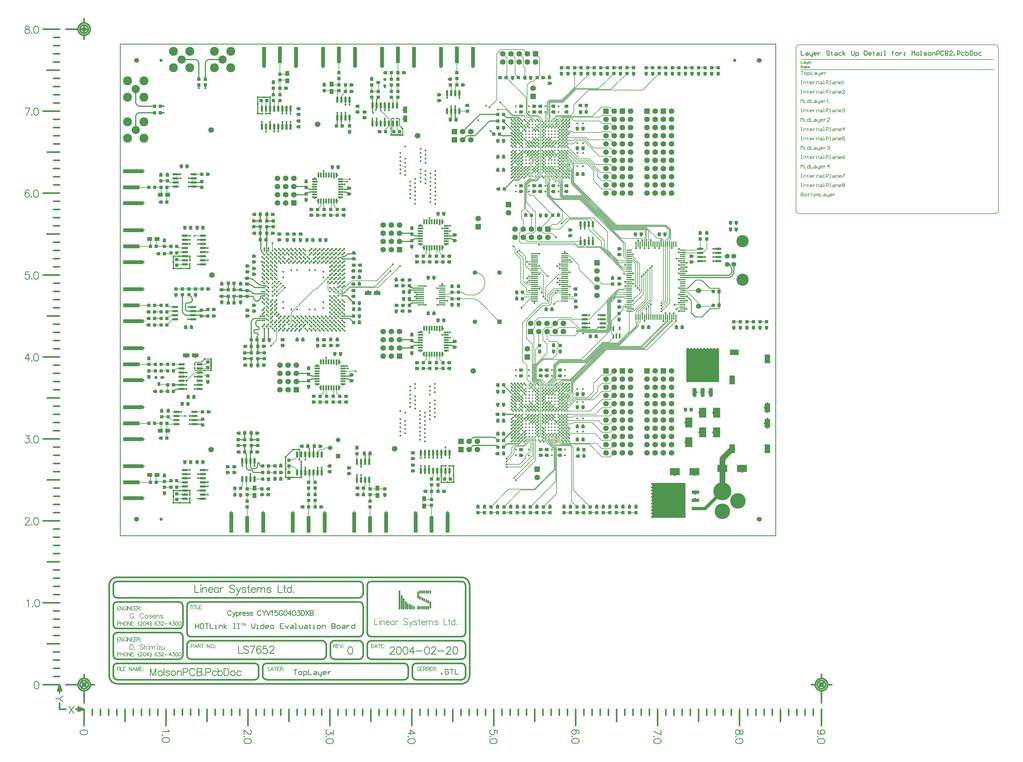
<source format=gtl>
%FSLAX24Y24*%
%MOIN*%
G70*
G01*
G75*
G04 Layer_Physical_Order=1*
%ADD10C,0.0136*%
%ADD11C,0.0123*%
%ADD12C,0.0050*%
%ADD13C,0.0056*%
%ADD14R,0.0400X0.0400*%
%ADD15C,0.0236*%
%ADD16O,0.0240X0.0800*%
%ADD17C,0.0197*%
%ADD18R,0.0866X0.0157*%
%ADD19R,0.0610X0.0197*%
%ADD20O,0.0800X0.0240*%
%ADD21R,0.0200X0.0500*%
%ADD22R,0.0197X0.0610*%
%ADD23R,0.0500X0.0600*%
%ADD24R,0.0600X0.0500*%
%ADD25R,0.0360X0.0500*%
%ADD26R,0.0500X0.0360*%
%ADD27R,0.0850X0.0420*%
%ADD28R,0.1200X0.0900*%
%ADD29R,0.0197X0.0610*%
%ADD30R,0.4000X0.4100*%
%ADD31R,0.0500X0.1000*%
%ADD32R,0.4100X0.4250*%
%ADD33R,0.0787X0.0472*%
%ADD34R,0.0900X0.1200*%
%ADD35R,0.0472X0.0787*%
%ADD36R,0.0866X0.0157*%
%ADD37R,0.0360X0.0360*%
%ADD38C,0.0394*%
%ADD39R,0.0846X0.0157*%
%ADD40R,0.0846X0.0157*%
%ADD41R,0.0157X0.0669*%
%ADD42R,0.0669X0.0157*%
%ADD43R,0.2500X0.0500*%
%ADD44R,0.2000X0.0500*%
%ADD45R,0.0500X0.2500*%
%ADD46R,0.0500X0.2000*%
%ADD47R,0.0700X0.1100*%
%ADD48R,0.1100X0.0700*%
%ADD49C,0.0120*%
%ADD50C,0.0100*%
%ADD51C,0.0400*%
%ADD52C,0.0700*%
%ADD53C,0.0200*%
%ADD54C,0.0070*%
%ADD55C,0.0216*%
%ADD56C,0.0090*%
%ADD57C,0.0080*%
%ADD58C,0.0240*%
%ADD59C,0.0680*%
%ADD60R,0.0680X0.0680*%
%ADD61C,0.1500*%
%ADD62C,0.0550*%
%ADD63C,0.1000*%
%ADD64C,0.2200*%
%ADD65C,0.0650*%
%ADD66C,0.0600*%
%ADD67C,0.1100*%
%ADD68C,0.1900*%
%ADD69R,0.0550X0.0550*%
D10*
X94527Y62763D02*
X94527Y62763D01*
X94527Y62763D02*
X94527Y62763D01*
X94470Y62900D02*
X94485Y62826D01*
X94527Y62763D01*
X94660Y62441D02*
X94651Y62530D01*
X94625Y62615D01*
X94583Y62694D01*
X94527Y62763D01*
X94470Y63000D02*
X94441Y63071D01*
X94370Y63100D01*
X94115Y61740D02*
X94211Y61747D01*
X94305Y61770D01*
X94394Y61807D01*
X94477Y61857D01*
X94550Y61920D01*
X94150Y61484D02*
X94255Y61491D01*
X94359Y61511D01*
X94458Y61545D01*
X94553Y61592D01*
X94641Y61650D01*
X94720Y61720D01*
X94550Y61920D02*
X94610Y61998D01*
X94647Y62088D01*
X94660Y62186D01*
X94720Y61720D02*
X94791Y61807D01*
X94844Y61905D01*
X94876Y62013D01*
X94887Y62124D01*
X94470Y62900D02*
Y63000D01*
X94660Y62186D02*
Y62441D01*
X94100Y63100D02*
X94370D01*
X88670Y61740D02*
X94115D01*
X94887Y62124D02*
Y63100D01*
X88670Y61484D02*
X94150D01*
D11*
X36454Y61046D02*
X36376Y61118D01*
X36292Y61182D01*
X36204Y61238D01*
X36110Y61287D01*
X36013Y61327D01*
X35912Y61359D01*
X35810Y61382D01*
X35705Y61395D01*
X35600Y61400D01*
X36649Y60851D02*
X36726Y60780D01*
X36809Y60717D01*
X36897Y60661D01*
X36990Y60612D01*
X37087Y60572D01*
X37186Y60541D01*
X37288Y60518D01*
X37392Y60505D01*
X37496Y60500D01*
X36150Y60450D02*
X36231Y60380D01*
X36323Y60324D01*
X36422Y60283D01*
X36526Y60258D01*
X36633Y60250D01*
X38100Y64250D02*
X38100Y64250D01*
X37850Y64650D02*
X37862Y64556D01*
X37899Y64469D01*
X37956Y64394D01*
X37150Y65200D02*
X37155Y65095D01*
X37168Y64990D01*
X37191Y64888D01*
X37223Y64787D01*
X37263Y64690D01*
X37312Y64596D01*
X37368Y64508D01*
X37432Y64424D01*
X37504Y64346D01*
X38100Y56250D02*
X38029Y56314D01*
X37951Y56369D01*
X37867Y56415D01*
X37778Y56452D01*
X37686Y56479D01*
X37592Y56495D01*
X37496Y56500D01*
X36500D02*
X36402Y56490D01*
X36309Y56462D01*
X36222Y56416D01*
X36146Y56354D01*
X36084Y56278D01*
X36038Y56191D01*
X36010Y56098D01*
X36000Y56000D01*
X36970Y55340D02*
X36929Y55439D01*
X36830Y55480D01*
X36860Y55120D02*
X36938Y55152D01*
X36970Y55230D01*
X36840Y54570D02*
X36799Y54669D01*
X36700Y54710D01*
X36770Y54370D02*
X36700Y54300D01*
X36770Y56250D02*
X36675Y56225D01*
X36605Y56155D01*
X36580Y56060D01*
Y55730D02*
X36599Y55634D01*
X36653Y55553D01*
X36734Y55499D01*
X36830Y55480D01*
X36470Y55120D02*
X36371Y55079D01*
X36330Y54980D01*
Y54870D02*
X36351Y54790D01*
X36410Y54731D01*
X36490Y54710D01*
X36800Y53709D02*
X36788Y53797D01*
X36754Y53879D01*
X36700Y53950D01*
X36097Y59653D02*
X36176Y59588D01*
X36266Y59540D01*
X36364Y59510D01*
X36466Y59500D01*
X36097Y59653D02*
X36027Y59716D01*
X35950Y59770D01*
X35867Y59816D01*
X35779Y59853D01*
X35688Y59879D01*
X35595Y59895D01*
X35500Y59900D01*
X37956Y59394D02*
X37881Y59451D01*
X37794Y59488D01*
X37700Y59500D01*
X37350Y59250D02*
X37254Y59231D01*
X37173Y59177D01*
X37119Y59096D01*
X37100Y59000D01*
X36290Y59061D02*
X36249Y59133D01*
X36182Y59183D01*
X36100Y59200D01*
X43099Y40421D02*
X43090Y40527D01*
X43065Y40630D01*
X43025Y40728D01*
X42969Y40819D01*
X42900Y40900D01*
X28450Y58400D02*
X28558Y58417D01*
X28656Y58467D01*
X28733Y58544D01*
X28783Y58642D01*
X28800Y58750D01*
X28200Y58400D02*
X28104Y58381D01*
X28023Y58327D01*
X27969Y58246D01*
X27950Y58150D01*
Y57650D02*
X27969Y57554D01*
X28023Y57473D01*
X28104Y57419D01*
X28200Y57400D01*
X27600D02*
X27610Y57302D01*
X27638Y57209D01*
X27684Y57122D01*
X27746Y57046D01*
X27822Y56984D01*
X27909Y56938D01*
X28002Y56910D01*
X28100Y56900D01*
X32708Y59202D02*
X32710Y59200D01*
X32700D02*
X32703Y59202D01*
X33200Y58750D02*
X33212Y58738D01*
Y58713D02*
X33200Y58700D01*
X27221Y47899D02*
X27121Y47894D01*
X27022Y47879D01*
X26925Y47855D01*
X26831Y47821D01*
X26740Y47778D01*
X26654Y47727D01*
X26574Y47667D01*
X26500Y47600D01*
X50800Y81841D02*
X50812Y81753D01*
X50846Y81671D01*
X50900Y81600D01*
X51500Y83500D02*
X51430Y83418D01*
X51374Y83326D01*
X51332Y83226D01*
X51307Y83121D01*
X51299Y83014D01*
X37000Y38800D02*
X36971Y38871D01*
X36900Y38900D01*
X36794Y38856D01*
X36750Y38750D01*
X37000Y38650D02*
X37044Y38544D01*
X37150Y38500D01*
X36400Y38150D02*
X36508Y38167D01*
X36606Y38217D01*
X36683Y38294D01*
X36733Y38392D01*
X36750Y38500D01*
X35900Y38450D02*
X35915Y38357D01*
X35957Y38274D01*
X36024Y38207D01*
X36107Y38165D01*
X36200Y38150D01*
X35400Y38390D02*
X35414Y38284D01*
X35455Y38185D01*
X35520Y38100D01*
X35605Y38035D01*
X35704Y37994D01*
X35810Y37980D01*
X35400Y39717D02*
X35392Y39824D01*
X35367Y39928D01*
X35326Y40027D01*
X35270Y40119D01*
X35200Y40200D01*
X36176Y37790D02*
X36235Y37724D01*
X36320Y37700D01*
X36160Y37860D02*
X36125Y37945D01*
X36040Y37980D01*
X34715Y41005D02*
X34720Y41000D01*
X34700D02*
X34705Y41005D01*
X60800Y53000D02*
X60724Y53067D01*
X60639Y53123D01*
X60548Y53168D01*
X60452Y53201D01*
X60352Y53221D01*
X60251Y53228D01*
X60420Y53543D02*
X60525Y53553D01*
X60626Y53583D01*
X60719Y53633D01*
X60800Y53700D01*
Y66000D02*
X60724Y66067D01*
X60639Y66123D01*
X60548Y66168D01*
X60452Y66201D01*
X60352Y66221D01*
X60251Y66228D01*
X60420Y66543D02*
X60525Y66553D01*
X60626Y66583D01*
X60719Y66633D01*
X60800Y66700D01*
X55752Y58404D02*
X55660Y58392D01*
X55574Y58357D01*
X55500Y58300D01*
X48200Y48900D02*
X48124Y48967D01*
X48039Y49023D01*
X47948Y49068D01*
X47852Y49101D01*
X47752Y49121D01*
X47651Y49128D01*
X47820Y49443D02*
X47925Y49453D01*
X48026Y49483D01*
X48119Y49533D01*
X48200Y49600D01*
X55500Y60300D02*
X55574Y60243D01*
X55660Y60208D01*
X55752Y60196D01*
X47520Y72243D02*
X47625Y72253D01*
X47726Y72283D01*
X47819Y72333D01*
X47900Y72400D01*
Y71700D02*
X47824Y71767D01*
X47739Y71823D01*
X47648Y71868D01*
X47552Y71901D01*
X47452Y71921D01*
X47351Y71928D01*
X48066Y64400D02*
X47965Y64392D01*
X47867Y64369D01*
X47774Y64330D01*
X47689Y64278D01*
X47612Y64212D01*
X36160Y37860D02*
X36176Y37790D01*
X36770Y54370D02*
X36840Y54440D01*
X34715Y41005D02*
X34705D01*
X32708Y59202D02*
X32703D01*
X33212Y58713D02*
Y58738D01*
X38100Y60250D02*
X38029Y60314D01*
X37951Y60369D01*
X37867Y60415D01*
X37778Y60452D01*
X37686Y60479D01*
X37592Y60495D01*
X37496Y60500D01*
X36150Y60450D02*
X36079Y60514D01*
X36001Y60569D01*
X35917Y60615D01*
X35828Y60652D01*
X35736Y60679D01*
X35642Y60695D01*
X35546Y60700D01*
X37600Y63250D02*
X37522Y63314D01*
X37434Y63361D01*
X37338Y63390D01*
X37238Y63400D01*
X36700Y58600D02*
X36804Y58614D01*
X36900Y58654D01*
X36983Y58717D01*
X37046Y58800D01*
X37086Y58896D01*
X37100Y59000D01*
X36300D02*
X36290Y59061D01*
X36300Y59000D02*
X36314Y58896D01*
X36354Y58800D01*
X36417Y58717D01*
X36500Y58654D01*
X36596Y58614D01*
X36700Y58600D01*
X28800Y58750D02*
X28793Y58844D01*
X28770Y58937D01*
X28734Y59024D01*
X28685Y59105D01*
X28623Y59177D01*
X51194Y81944D02*
X51251Y82019D01*
X51288Y82106D01*
X51300Y82200D01*
X47100Y64000D02*
X47195Y64006D01*
X47287Y64025D01*
X47377Y64055D01*
X47462Y64097D01*
X47541Y64150D01*
X47612Y64212D01*
X47100Y64000D02*
X47006Y63993D01*
X46913Y63970D01*
X46826Y63934D01*
X46745Y63885D01*
X46673Y63823D01*
X42700Y72500D02*
X42774Y72434D01*
X42854Y72377D01*
X42940Y72330D01*
X43031Y72292D01*
X43126Y72265D01*
X43223Y72248D01*
X43322Y72243D01*
X43249Y71928D02*
X43148Y71921D01*
X43048Y71901D01*
X42952Y71868D01*
X42861Y71823D01*
X42776Y71767D01*
X42700Y71700D01*
X43000Y49700D02*
X43074Y49634D01*
X43154Y49577D01*
X43240Y49530D01*
X43331Y49492D01*
X43426Y49465D01*
X43523Y49448D01*
X43622Y49443D01*
X43549Y49128D02*
X43448Y49121D01*
X43348Y49101D01*
X43252Y49068D01*
X43161Y49023D01*
X43076Y48967D01*
X43000Y48900D01*
X55600Y66800D02*
X55674Y66734D01*
X55754Y66677D01*
X55840Y66630D01*
X55931Y66592D01*
X56026Y66565D01*
X56123Y66548D01*
X56222Y66543D01*
X56149Y66228D02*
X56048Y66221D01*
X55948Y66201D01*
X55852Y66168D01*
X55761Y66123D01*
X55676Y66067D01*
X55600Y66000D01*
Y53800D02*
X55674Y53734D01*
X55754Y53677D01*
X55840Y53630D01*
X55931Y53592D01*
X56026Y53565D01*
X56123Y53548D01*
X56222Y53543D01*
X56149Y53228D02*
X56048Y53221D01*
X55948Y53201D01*
X55852Y53168D01*
X55761Y53123D01*
X55676Y53067D01*
X55600Y53000D01*
X22400Y81600D02*
X22302Y81590D01*
X22209Y81562D01*
X22122Y81516D01*
X22046Y81454D01*
X21984Y81378D01*
X21938Y81291D01*
X21910Y81198D01*
X21900Y81100D01*
X29600Y87600D02*
X29590Y87698D01*
X29562Y87791D01*
X29516Y87878D01*
X29454Y87954D01*
X29378Y88016D01*
X29291Y88062D01*
X29198Y88090D01*
X29100Y88100D01*
X21900Y82900D02*
X21910Y82802D01*
X21938Y82709D01*
X21984Y82622D01*
X22046Y82546D01*
X22122Y82484D01*
X22209Y82438D01*
X22302Y82410D01*
X22400Y82400D01*
X30900Y88100D02*
X30802Y88090D01*
X30709Y88062D01*
X30622Y88016D01*
X30546Y87954D01*
X30484Y87878D01*
X30438Y87791D01*
X30410Y87698D01*
X30400Y87600D01*
X36454Y61046D02*
X36649Y60851D01*
X30100Y65100D02*
X30700D01*
X36633Y60250D02*
X37600D01*
X30100Y64600D02*
X30700D01*
X37850Y62000D02*
X38100Y61750D01*
X24900Y82400D02*
X25300D01*
X37350Y62000D02*
X37600Y61750D01*
X24900Y81600D02*
X25300D01*
X39300Y79300D02*
Y79900D01*
X37850Y63500D02*
X38100Y63250D01*
X38800Y79300D02*
Y79900D01*
X37900Y67700D02*
X38700D01*
X37900Y66900D02*
Y67700D01*
Y66100D02*
Y66900D01*
X37956Y64394D02*
X38100Y64250D01*
X38100Y64250D01*
X37850Y64650D02*
Y66100D01*
X37150Y65200D02*
Y66100D01*
X37100Y66900D02*
Y67700D01*
Y66100D02*
Y66900D01*
X37504Y64346D02*
X37600Y64250D01*
X36300Y67700D02*
X37100D01*
X58200Y39500D02*
Y40100D01*
X38100Y53900D02*
Y55250D01*
X58700Y39500D02*
Y40100D01*
X37600Y53900D02*
Y55250D01*
X36500Y56500D02*
X37496D01*
X36000Y53900D02*
Y56000D01*
Y53100D02*
Y53900D01*
Y52300D02*
Y53100D01*
X35200Y52300D02*
X36000D01*
X36770Y56250D02*
X37600D01*
X36970Y55230D02*
Y55340D01*
X36840Y54440D02*
Y54570D01*
X36800Y52300D02*
X37600D01*
X36700Y53950D02*
Y54300D01*
Y53900D02*
Y53950D01*
X36800Y53100D02*
Y53709D01*
Y52300D02*
Y53100D01*
X36470Y55120D02*
X36860D01*
X36580Y55730D02*
Y56060D01*
X36330Y54870D02*
Y54980D01*
X36490Y54710D02*
X36700D01*
X37850Y58000D02*
X38100Y57750D01*
X30100Y36500D02*
X30700D01*
X37350Y57500D02*
X37600Y57750D01*
X30100Y36000D02*
X30700D01*
X36466Y59500D02*
X37700D01*
X37956Y59394D02*
X38100Y59250D01*
X33900Y60000D02*
X34700D01*
X33900D02*
Y60800D01*
X34700Y59900D02*
X35500D01*
X37350Y59250D02*
X37600D01*
X35500Y59200D02*
X36100D01*
X34700D02*
X35500D01*
X33900D02*
X34700D01*
X33900Y58400D02*
Y59200D01*
X43099Y39897D02*
Y40421D01*
X35200Y51600D02*
X36000D01*
Y50800D02*
Y51600D01*
X43599Y39897D02*
Y40899D01*
X36800Y51600D02*
X37600D01*
X36800Y50800D02*
Y51600D01*
X29900Y57500D02*
X30700D01*
X28400Y59400D02*
X28623Y59177D01*
X28200Y58400D02*
X28450D01*
X28900Y57400D02*
X29900D01*
X28200D02*
X28900D01*
X27950Y57650D02*
Y58150D01*
X29900Y56800D02*
X30700D01*
X27600Y57400D02*
Y59400D01*
X28900Y56900D02*
X29900D01*
X28100D02*
X28900D01*
X32710Y59200D02*
X33200D01*
X32400D02*
X32700D01*
X33200Y58750D02*
Y59200D01*
Y58400D02*
Y58700D01*
X27503Y47899D02*
X28099D01*
X27221D02*
X27503D01*
X33200Y60000D02*
Y60800D01*
X32400Y60000D02*
X33200D01*
X27503Y48399D02*
X28099D01*
X26501D02*
X27503D01*
X50799Y82497D02*
Y83499D01*
X50800Y81841D02*
Y82200D01*
X37900Y68400D02*
X38700D01*
X37900D02*
Y69200D01*
X51299Y82497D02*
Y83014D01*
X37100Y68400D02*
Y69200D01*
X36300Y68400D02*
X37100D01*
X37000Y38650D02*
Y38800D01*
X37150Y38500D02*
X37400D01*
X36750D02*
Y38750D01*
X36000Y41000D02*
X36800D01*
X36000Y40200D02*
Y41000D01*
X36200Y38150D02*
X36400D01*
X35900Y39100D02*
Y40200D01*
Y38450D02*
Y39100D01*
X35810Y37980D02*
X36040D01*
X35400Y39100D02*
Y39717D01*
Y38390D02*
Y39100D01*
X36320Y37700D02*
X37400D01*
X34720Y41000D02*
X35200D01*
X34400D02*
X34700D01*
X35200Y40200D02*
Y41000D01*
X59785Y53228D02*
X60251D01*
X56150Y58916D02*
X56711D01*
X59785Y53543D02*
X60420D01*
X55972Y59172D02*
X56711D01*
X59785Y66228D02*
X60251D01*
X56150Y59428D02*
X56711D01*
X59785Y66543D02*
X60420D01*
X55950Y59684D02*
X56711D01*
X55752Y58404D02*
X56711D01*
X47185Y49128D02*
X47651D01*
X55300Y58660D02*
X56711D01*
X47185Y49443D02*
X47820D01*
X55752Y60196D02*
X56711D01*
X46885Y72243D02*
X47520D01*
X55300Y59940D02*
X56711D01*
X46885Y71928D02*
X47351D01*
X37850Y61000D02*
X38100Y60750D01*
X28950Y72600D02*
X29950D01*
X28350D02*
X28950D01*
X37350Y61000D02*
X37600Y60750D01*
X28950Y73100D02*
X29950D01*
X28350D02*
X28950D01*
X37850Y62500D02*
X38100Y62250D01*
X30400Y84600D02*
Y85000D01*
X37350Y62500D02*
X37600Y62250D01*
X29600Y84600D02*
Y85000D01*
X46500Y81000D02*
Y81600D01*
Y80000D02*
Y81000D01*
Y79900D02*
Y80000D01*
X37850Y64000D02*
X38100Y63750D01*
X47000Y81000D02*
Y81600D01*
Y80000D02*
Y81000D01*
X37350Y64000D02*
X37600Y63750D01*
X60400Y81800D02*
Y82400D01*
Y80800D02*
Y81800D01*
X38100Y64750D02*
Y65050D01*
X60900Y81800D02*
Y82400D01*
Y80800D02*
Y81800D01*
X37600Y64750D02*
Y65050D01*
X50400Y39000D02*
Y40000D01*
X37850Y55500D02*
X38100Y55750D01*
X49900Y39000D02*
Y40000D01*
X37350Y55500D02*
X37600Y55750D01*
X37850Y57000D02*
X38100Y56750D01*
X35200Y41700D02*
Y42500D01*
X34400Y41700D02*
X35200D01*
X37100Y56750D02*
X37600D01*
X36000Y41700D02*
X36800D01*
X36000D02*
Y42500D01*
X37850Y58500D02*
X38100Y58250D01*
X29050Y43600D02*
X30050D01*
X28450D02*
X29050D01*
X37350Y58500D02*
X37600Y58250D01*
X29050Y44100D02*
X30050D01*
X28450D02*
X29050D01*
X37850Y60000D02*
X38100Y59750D01*
X37300D02*
X37600D01*
X48066Y64400D02*
X48500D01*
X46600Y63750D02*
X46673Y63823D01*
X43100Y63250D02*
X43350Y63500D01*
X42850Y64000D02*
X43100Y63750D01*
X42350Y55500D02*
X42600Y55750D01*
X41850Y55500D02*
X42100Y55750D01*
X46100Y60250D02*
X46350Y60000D01*
X45600Y60250D02*
X45850Y60000D01*
X47100Y63750D02*
X48500D01*
X41200Y72600D02*
X42700D01*
X43322Y72243D02*
X43715D01*
X41200Y71600D02*
X42700D01*
X43249Y71928D02*
X43715D01*
X41500Y49800D02*
X43000D01*
X43622Y49443D02*
X44015D01*
X41500Y48800D02*
X43000D01*
X43549Y49128D02*
X44015D01*
X54100Y66900D02*
X55600D01*
X56222Y66543D02*
X56615D01*
X54100Y65900D02*
X55600D01*
X56149Y66228D02*
X56615D01*
X54100Y53900D02*
X55600D01*
X56222Y53543D02*
X56615D01*
X54100Y52900D02*
X55600D01*
X56149Y53228D02*
X56615D01*
X21900Y79500D02*
Y81100D01*
X22400Y81600D02*
X24200D01*
X27500Y88100D02*
X29100D01*
X29600Y85700D02*
Y87600D01*
X21900Y82900D02*
Y84500D01*
X22400Y82400D02*
X24200D01*
X30400Y85700D02*
Y87600D01*
X30900Y88100D02*
X32500D01*
D12*
X63854Y58546D02*
X63776Y58618D01*
X63692Y58682D01*
X63604Y58738D01*
X63510Y58787D01*
X63413Y58827D01*
X63312Y58859D01*
X63210Y58882D01*
X63105Y58895D01*
X63000Y58900D01*
X60500D02*
X60422Y58969D01*
X60337Y59030D01*
X60246Y59080D01*
X60150Y59120D01*
X60050Y59149D01*
X59947Y59166D01*
X59843Y59172D01*
X64500Y60910D02*
X64496Y61013D01*
X64482Y61115D01*
X64460Y61216D01*
X64429Y61315D01*
X64389Y61410D01*
X64342Y61501D01*
X64286Y61589D01*
X64223Y61670D01*
X64154Y61746D01*
X64146Y59926D02*
X64218Y60004D01*
X64282Y60088D01*
X64338Y60176D01*
X64387Y60270D01*
X64427Y60367D01*
X64459Y60468D01*
X64482Y60570D01*
X64495Y60675D01*
X64500Y60780D01*
X63070Y59350D02*
X63175Y59355D01*
X63280Y59368D01*
X63382Y59391D01*
X63483Y59423D01*
X63580Y59463D01*
X63674Y59512D01*
X63762Y59568D01*
X63846Y59632D01*
X63924Y59704D01*
X61920Y59550D02*
X61842Y59614D01*
X61754Y59661D01*
X61658Y59690D01*
X61558Y59700D01*
X59843Y59428D02*
X59947Y59434D01*
X60050Y59451D01*
X60150Y59480D01*
X60246Y59520D01*
X60337Y59570D01*
X60422Y59631D01*
X60500Y59700D01*
X61920Y59550D02*
X62001Y59480D01*
X62093Y59424D01*
X62192Y59383D01*
X62296Y59358D01*
X62403Y59350D01*
X64154Y61746D02*
X64076Y61818D01*
X63992Y61882D01*
X63904Y61938D01*
X63810Y61987D01*
X63713Y62027D01*
X63612Y62059D01*
X63510Y62082D01*
X63405Y62095D01*
X63300Y62100D01*
X41454Y38146D02*
X41376Y38218D01*
X41292Y38282D01*
X41204Y38338D01*
X41110Y38387D01*
X41013Y38427D01*
X40912Y38459D01*
X40810Y38482D01*
X40705Y38495D01*
X40600Y38500D01*
X40700Y39200D02*
X40805Y39205D01*
X40910Y39218D01*
X41012Y39241D01*
X41113Y39273D01*
X41210Y39313D01*
X41304Y39362D01*
X41392Y39418D01*
X41476Y39482D01*
X41554Y39554D01*
X61300Y58900D02*
X63000D01*
X60500D02*
X61300D01*
X63854Y58546D02*
X66300Y56100D01*
X59289Y59172D02*
X59843D01*
X64500Y60780D02*
Y60910D01*
X63924Y59704D02*
X64146Y59926D01*
X62403Y59350D02*
X63070D01*
X61300Y59700D02*
X61558D01*
X60500D02*
X61300D01*
X59289Y59428D02*
X59843D01*
X69925Y61625D02*
X70550D01*
X39100Y60750D02*
X39350Y61000D01*
X69675Y61375D02*
X70550D01*
X39100Y60250D02*
X39600Y60750D01*
X69925Y61125D02*
X70550D01*
X39100Y59750D02*
X39850Y60500D01*
X69675Y60875D02*
X70550D01*
X39100Y59250D02*
X40100Y60250D01*
X46850Y60000D02*
X47150D01*
X46800Y59450D02*
X47250D01*
X46300Y59550D02*
X47200D01*
X40850Y56000D02*
Y57200D01*
X43650Y60000D02*
X43850D01*
X40850Y57200D02*
X43650Y60000D01*
X83900Y59500D02*
Y61900D01*
X82130Y58157D02*
X82557D01*
X81557D02*
X82130D01*
X80900Y57100D02*
X81400Y57600D01*
X79950Y56150D02*
X80900Y57100D01*
X71891Y74641D02*
X72087Y74444D01*
X71891Y47953D02*
X72087Y48150D01*
X70701Y88803D02*
X71200Y88304D01*
X71497Y80546D02*
Y80753D01*
X70900Y85900D02*
X71200Y86200D01*
X70400Y85400D02*
X70900Y85900D01*
X71103Y80153D02*
X71300Y80350D01*
X66701Y88803D02*
X67200Y88304D01*
Y85900D02*
Y88304D01*
X67100Y85900D02*
X69550Y83450D01*
X71498Y42046D02*
X71500Y42047D01*
X69400Y85900D02*
Y87100D01*
X68701Y88803D02*
X69200Y88304D01*
X84760Y56649D02*
Y58210D01*
X78800Y60700D02*
X80100D01*
X78200Y61300D02*
X78800Y60700D01*
X70000Y81250D02*
X71000D01*
X71497Y80753D01*
X71497Y80550D02*
X71499Y80548D01*
X72087Y41563D02*
X73050Y40600D01*
Y38000D02*
Y40600D01*
X70600Y35550D02*
X73050Y38000D01*
X68900Y35550D02*
X70600D01*
X72400Y41100D02*
X72950Y40550D01*
Y38050D02*
Y40550D01*
X70550Y35650D02*
X72950Y38050D01*
X67400Y35650D02*
X70550D01*
X72300Y41100D02*
X72400D01*
X71891Y41509D02*
X72300Y41100D01*
X75300Y35550D02*
Y40750D01*
X75000Y41050D02*
X75300Y40750D01*
X75100Y34150D02*
Y40800D01*
X74950Y40950D02*
X75100Y40800D01*
X73150Y36600D02*
Y40650D01*
X72284Y41516D02*
X73150Y40650D01*
X73250Y35100D02*
Y40750D01*
X72481Y41519D02*
X73250Y40750D01*
X72087Y41563D02*
Y41850D01*
X72481Y41519D02*
Y41850D01*
X73250Y40950D02*
X74950D01*
X72678Y41522D02*
X73250Y40950D01*
X72875Y41525D02*
Y41850D01*
X73350Y41050D02*
X75000D01*
X72875Y41525D02*
X73350Y41050D01*
X75350Y82550D02*
X77150Y84350D01*
X74950Y81250D02*
X75350Y81650D01*
X77150Y84350D02*
X83750D01*
X75350Y81650D02*
Y82550D01*
X73250Y81250D02*
X74950D01*
X75650Y84450D02*
X79900D01*
X74050Y82850D02*
X75650Y84450D01*
X72550Y82850D02*
X74050D01*
X72481Y82781D02*
X72550Y82850D01*
X75600Y84550D02*
X78400D01*
X74000Y82950D02*
X75600Y84550D01*
X72500Y82950D02*
X74000D01*
X72350Y82800D02*
X72500Y82950D01*
X73950Y83050D02*
X77050Y86150D01*
X72450Y83050D02*
X73950D01*
X72200Y82800D02*
X72450Y83050D01*
X72400Y83150D02*
X73900D01*
X72100Y82850D02*
X72400Y83150D01*
X73900D02*
X75450Y84700D01*
X72100Y81600D02*
Y82850D01*
X71891Y81391D02*
X72100Y81600D01*
X72200Y81500D02*
Y82800D01*
X72087Y81387D02*
X72200Y81500D01*
X72284Y80934D02*
X72350Y81000D01*
Y82800D01*
X72087Y80350D02*
Y81387D01*
X72481Y80350D02*
Y82781D01*
X72678Y80678D02*
X73250Y81250D01*
X78800Y49600D02*
X79800D01*
X77800Y48600D02*
X78800Y49600D01*
X77800Y47600D02*
Y48600D01*
X77050Y46850D02*
X77800Y47600D01*
X75400Y46850D02*
X77050D01*
X74928Y46378D02*
X75400Y46850D01*
X78800Y48600D02*
X79800D01*
X78300Y48100D02*
X78800Y48600D01*
X78300Y47600D02*
Y48100D01*
X77400Y46700D02*
X78300Y47600D01*
X75500Y46700D02*
X77400D01*
X74784Y45984D02*
X75500Y46700D01*
X75606Y46550D02*
X77750D01*
X78800Y47600D02*
X79800D01*
X77750Y46550D02*
X78800Y47600D01*
Y46600D02*
X79800D01*
X77397Y45197D02*
X78800Y46600D01*
Y45600D02*
X79800D01*
X78003Y44803D02*
X78800Y45600D01*
X75350Y44600D02*
X79800D01*
X75159Y44409D02*
X75350Y44600D01*
X78800Y43600D02*
X79800D01*
X78384Y44016D02*
X78800Y43600D01*
X75350Y43800D02*
X77600D01*
X75172Y43622D02*
X75350Y43800D01*
X77600D02*
X78800Y42600D01*
X79800D01*
X75031Y42450D02*
X77950D01*
X78800Y41600D01*
X79800D01*
X78150Y41250D02*
X78800Y40600D01*
X73950Y41250D02*
X78150D01*
X73662Y41538D02*
X73950Y41250D01*
X78800Y40600D02*
X79800D01*
X73800Y41150D02*
X77250D01*
X78800Y39600D01*
X73465Y41485D02*
X73800Y41150D01*
X78800Y39600D02*
X79800D01*
X73662Y41538D02*
Y41850D01*
X82557Y64043D02*
X83400Y63200D01*
X82563Y63787D02*
X83150Y63200D01*
X82569Y63531D02*
X82900Y63200D01*
X76450Y65250D02*
X76700Y65500D01*
X72400Y53700D02*
X73200D01*
X72099Y54001D02*
X72400Y53700D01*
X71600Y53850D02*
Y55100D01*
Y53850D02*
X72099Y53351D01*
X71600Y55100D02*
X71900Y55400D01*
X79400Y54750D02*
X79750Y55100D01*
X76600Y54750D02*
X79400D01*
X75546Y54396D02*
X76000Y54850D01*
X72600Y54396D02*
X75546D01*
X79350Y54850D02*
X79650Y55150D01*
X76000Y54850D02*
X79350D01*
X79300Y54950D02*
X79550Y55200D01*
X79450Y55250D02*
Y55650D01*
X75950Y55050D02*
X79250D01*
X79450Y55250D01*
X79200Y55900D02*
X79450Y55650D01*
X79200Y55900D02*
X79450Y56150D01*
X75600Y55400D02*
X75950Y55050D01*
X73603Y56400D02*
X74900D01*
X76150Y55150D02*
X78100D01*
X74900Y56400D02*
X76150Y55150D01*
X73603Y55400D02*
X75600D01*
X75000Y56600D02*
X75200Y56400D01*
X71100Y56600D02*
X75000D01*
X81400Y57600D02*
Y58000D01*
X81557Y58157D01*
X75950Y65250D02*
X76450D01*
X74500Y68700D02*
X77300D01*
X77700Y68300D01*
X74800Y68550D02*
X76950D01*
X77200Y68300D01*
X71900Y55400D02*
X72603D01*
X71694Y48150D02*
Y48506D01*
X71300Y42244D02*
Y48450D01*
X69650Y81600D02*
Y85000D01*
X70050Y85400D01*
X70400D01*
X69550Y81550D02*
Y83450D01*
X68200Y86300D02*
Y88304D01*
X71200Y86200D02*
Y88304D01*
X69200Y87300D02*
X69400Y87100D01*
X69200Y87300D02*
Y88304D01*
X73653Y67403D02*
X74800Y68550D01*
X71704Y66900D02*
X72700D01*
X75500Y65700D02*
X75950Y65250D01*
X68700Y65900D02*
X68900Y65700D01*
X75500D01*
X68700Y65900D02*
Y66903D01*
X72747Y67950D02*
X73300D01*
X74000Y68650D01*
Y69550D01*
X72100Y71450D02*
X74000Y69550D01*
X72100Y71450D02*
Y72800D01*
X71891Y73009D02*
X72100Y72800D01*
X72400Y68603D02*
Y68700D01*
X71300Y73750D02*
Y79956D01*
X70050Y71500D02*
X70400D01*
X69650Y71900D02*
X70050Y71500D01*
X69650Y71900D02*
Y72800D01*
X70100Y73250D01*
X70800D01*
X71300Y73750D01*
X70119Y73719D02*
Y75514D01*
X69350Y72950D02*
X70119Y73719D01*
X69000Y68650D02*
X69201Y68449D01*
X69000Y68650D02*
Y69550D01*
X69350Y69900D01*
Y72950D01*
X70000Y73450D02*
X70600D01*
X69450Y72900D02*
X70000Y73450D01*
X69450Y69850D02*
Y72900D01*
X70050Y73350D02*
X70750D01*
X69550Y72850D02*
X70050Y73350D01*
X69550Y70650D02*
Y72850D01*
Y70650D02*
X70700Y69500D01*
X70119Y75514D02*
X70237Y75632D01*
X70600Y73450D02*
X70906Y73756D01*
X70750Y73350D02*
X71103Y73703D01*
X70513Y75750D02*
Y76019D01*
X70237Y75632D02*
X70394D01*
X70513Y75750D01*
X70400Y66900D02*
X70700Y67200D01*
X69697Y66900D02*
X70400D01*
X70700Y67200D02*
Y69500D01*
X70906Y73756D02*
Y74050D01*
X52400Y79600D02*
X52800Y80000D01*
X30001Y49899D02*
X30400Y49500D01*
X44800Y40500D02*
X44984Y40684D01*
X44400Y40500D02*
X44800D01*
X44100Y40200D02*
X44400Y40500D01*
X71300Y80350D02*
Y80700D01*
X70850Y81150D02*
X71300Y80700D01*
X69950Y81150D02*
X70850D01*
X69550Y81550D02*
X69950Y81150D01*
X69650Y81600D02*
X70000Y81250D01*
X79350Y58650D02*
X80750Y60050D01*
X77250Y56400D02*
X79350Y58500D01*
Y58650D01*
X81400Y60050D02*
X81554Y60204D01*
X80750Y60050D02*
X81400D01*
X79450Y58600D02*
X80798Y59948D01*
X79450Y56150D02*
Y58600D01*
X79550Y58550D02*
X80693Y59693D01*
X79550Y55200D02*
Y58550D01*
X79650Y58500D02*
X80587Y59437D01*
X79650Y55150D02*
Y58500D01*
X79750Y58450D02*
X80481Y59181D01*
X79750Y55100D02*
Y58450D01*
X81500Y59050D02*
X81625Y58925D01*
X80500Y59050D02*
X81500D01*
X79850Y58400D02*
X80500Y59050D01*
X70600Y50750D02*
X72099Y52249D01*
Y53351D01*
X70800Y49100D02*
X70850Y49050D01*
X70800Y49100D02*
Y50650D01*
X70700Y49050D02*
X70800Y48950D01*
X70700Y49050D02*
Y50700D01*
X70800Y48950D02*
X71250D01*
X71694Y48506D01*
X70600Y49000D02*
X70750Y48850D01*
X71200D02*
X71497Y48553D01*
X70750Y48850D02*
X71200D01*
X70600Y49000D02*
Y50750D01*
X70700Y48750D02*
X71000D01*
X71300Y48450D01*
X71450Y49050D02*
X71891Y48609D01*
X70850Y49050D02*
X71450D01*
X79950Y54700D02*
X80200Y54450D01*
X79950Y54700D02*
Y56150D01*
X79650Y53600D02*
X80200Y54150D01*
X80750Y53500D02*
X82130Y54880D01*
X72087Y48150D02*
Y48587D01*
X72900Y49400D01*
X80800Y53400D02*
X82969Y55569D01*
X72875Y48575D02*
X73350Y49050D01*
X72875Y48150D02*
Y48575D01*
X83100Y56000D02*
X83225Y56125D01*
X83100Y55550D02*
Y56000D01*
X80850Y53300D02*
X83100Y55550D01*
X83250D02*
Y55850D01*
X83481Y56081D01*
X80900Y53200D02*
X83250Y55550D01*
X72678Y48578D02*
X73200Y49100D01*
X72481Y48150D02*
Y48581D01*
X73100Y49200D01*
X72284Y48584D02*
X73000Y49300D01*
X73465Y48565D02*
X73850Y48950D01*
X83600Y53100D02*
X86552Y56052D01*
X74450Y46575D02*
X74825D01*
X74450Y47362D02*
X74812D01*
X74825Y46575D02*
X75250Y47000D01*
X74865Y47165D02*
X75150Y47450D01*
X75050Y48700D02*
X79250Y52900D01*
X83900D01*
X87063Y56063D01*
X74812Y47362D02*
X75050Y47600D01*
Y48700D01*
X79300Y52800D02*
X83950D01*
X75150Y47450D02*
Y48650D01*
X79300Y52800D01*
X79350Y52700D02*
X84362D01*
X75250Y47000D02*
Y48600D01*
X79350Y52700D01*
X75050Y48850D02*
X79200Y53000D01*
X83650D01*
X75000Y48950D02*
X79150Y53100D01*
X83600D01*
X73850Y48950D02*
X75000D01*
X74950Y49050D02*
X79100Y53200D01*
X80900D01*
X73350Y49050D02*
X74950D01*
X71600Y51600D02*
X72800D01*
X73300Y52100D01*
Y52800D01*
X70700Y50700D02*
X71600Y51600D01*
X70800Y50650D02*
X71650Y51500D01*
X72900Y49400D02*
Y50800D01*
X73500Y51400D01*
X73000Y49300D02*
Y50750D01*
X73550Y51300D01*
X73100Y49200D02*
Y50700D01*
X73600Y51200D01*
X73200Y49100D02*
Y50650D01*
X73650Y51100D01*
X79059Y53300D02*
X80850D01*
X76859Y51100D02*
X79059Y53300D01*
X73650Y51100D02*
X76859D01*
X76800Y51200D02*
X79000Y53400D01*
X80800D01*
X73600Y51200D02*
X76800D01*
X76750Y51300D02*
X78950Y53500D01*
X80750D01*
X73550Y51300D02*
X76750D01*
X76700Y51400D02*
X78900Y53600D01*
X79650D01*
X73500Y51400D02*
X76700D01*
X79850Y55050D02*
Y58400D01*
X71650Y51500D02*
X76300D01*
X79850Y55050D01*
X73662Y48150D02*
Y48462D01*
X74050Y48850D01*
X75050D01*
X79450Y64850D02*
X80769Y63531D01*
X72200Y71500D02*
Y72950D01*
X72087Y73063D02*
X72200Y72950D01*
X72087Y73063D02*
Y74050D01*
X79100Y65050D02*
Y66000D01*
Y65050D02*
X80875Y63275D01*
X77700Y67400D02*
X79100Y66000D01*
X77200Y67400D02*
X78750Y65850D01*
Y65250D02*
Y65850D01*
Y65250D02*
X81237Y62763D01*
X78600Y65250D02*
X81343Y62507D01*
X76700Y65500D02*
X76950Y65250D01*
X78600D01*
X78550Y65150D02*
X81448Y62252D01*
X75550Y65500D02*
X75900Y65150D01*
X78550D01*
X72300Y71550D02*
Y73300D01*
X72350Y73350D01*
Y73450D01*
X72284Y73516D02*
X72350Y73450D01*
X81450Y64050D02*
X81713Y63787D01*
X72400Y73100D02*
X72481Y73181D01*
X72400Y71600D02*
Y73100D01*
X72481Y73181D02*
Y74050D01*
X81650Y64150D02*
X81757Y64043D01*
X74900Y68800D02*
X77750D01*
X79450Y64850D02*
Y67100D01*
X77750Y68800D02*
X79450Y67100D01*
X72200Y71500D02*
X74900Y68800D01*
X76100Y71000D02*
X81450Y65650D01*
X72300Y71550D02*
X72850Y71000D01*
X76100D01*
X81450Y64050D02*
Y65650D01*
X72900Y71100D02*
X76150D01*
X81650Y65600D01*
X72400Y71600D02*
X72900Y71100D01*
X81650Y64150D02*
Y65600D01*
X76200Y71200D02*
X81150Y66250D01*
X73900Y71200D02*
X76200D01*
X73700Y71400D02*
X73900Y71200D01*
X81150Y66250D02*
X83523D01*
X73800Y71450D02*
X73950Y71300D01*
X76250D01*
X80250Y67300D01*
X84050D01*
X84100Y67250D01*
Y66350D02*
Y67250D01*
X83993Y66243D02*
X84100Y66350D01*
Y67400D02*
X84248Y67252D01*
X80300Y67400D02*
X84100D01*
X76300Y71400D02*
X80300Y67400D01*
X74000Y71400D02*
X76300D01*
X73900Y71500D02*
X74000Y71400D01*
X73662Y73688D02*
X74000Y73350D01*
Y71550D02*
Y73350D01*
Y71550D02*
X74050Y71500D01*
X76350D01*
X80350Y67500D01*
X84150D01*
X84504Y67146D01*
X73662Y73688D02*
Y74050D01*
X73465Y73635D02*
X73900Y73200D01*
Y71500D02*
Y73200D01*
X73500Y73350D02*
X73800Y73050D01*
X72875Y73675D02*
X73200Y73350D01*
X72875Y73675D02*
Y74050D01*
X73200Y73350D02*
X73500D01*
X73800Y71450D02*
Y73050D01*
X73450Y73150D02*
X73700Y72900D01*
X72678Y73622D02*
X73150Y73150D01*
X73450D01*
X73700Y71400D02*
Y72900D01*
X74762Y74838D02*
X75050Y74550D01*
Y72950D02*
Y74550D01*
X74450Y74838D02*
X74762D01*
X74775Y75625D02*
X75250Y75150D01*
Y73050D02*
Y75150D01*
X74450Y75625D02*
X74775D01*
X74815Y75035D02*
X75150Y74700D01*
Y73000D02*
Y74700D01*
X74828Y75822D02*
X75350Y75300D01*
Y73100D02*
Y75300D01*
X82775Y58925D02*
X83650Y59800D01*
X82557Y58157D02*
X83900Y59500D01*
X82689Y57389D02*
X84150Y58850D01*
X82969Y57369D02*
X84400Y58800D01*
X83225Y57325D02*
X84650Y58750D01*
X83481Y57281D02*
X84900Y58700D01*
X86150Y66250D02*
X86296Y66104D01*
X85550Y66250D02*
X86150D01*
X84200Y67600D02*
X85550Y66250D01*
X75050Y72950D02*
X80400Y67600D01*
X84200D01*
X75150Y73000D02*
X80450Y67700D01*
X86550D02*
X87000Y67250D01*
Y66450D02*
Y67250D01*
X86552Y66002D02*
X87000Y66450D01*
X80450Y67700D02*
X86550D01*
X86807Y66007D02*
X87100Y66300D01*
Y67300D01*
X86600Y67800D02*
X87100Y67300D01*
X75250Y73050D02*
X80500Y67800D01*
X86600D01*
X86650Y67900D02*
X87200Y67350D01*
Y66150D02*
Y67350D01*
X87063Y66013D02*
X87200Y66150D01*
X75350Y73100D02*
X80550Y67900D01*
X86650D01*
X75291Y77791D02*
X75700Y78200D01*
X76600D01*
X78500Y76300D01*
X79800D01*
X75284Y78184D02*
X75500Y78400D01*
X76700D01*
X77800Y77300D01*
X79800D01*
X76822Y78578D02*
X77100Y78300D01*
X79800D01*
X75185Y79365D02*
X75350Y79200D01*
X75050Y80950D02*
X75400Y80600D01*
X73662Y80350D02*
Y80662D01*
X73950Y80950D01*
X75050D01*
X73465Y80765D02*
X73750Y81050D01*
X72875Y80675D02*
X73350Y81150D01*
X77600D01*
X78750Y82300D01*
X79800D01*
X72875Y80350D02*
Y80675D01*
X77950Y75300D02*
X79800D01*
X76043Y76000D02*
X77250D01*
X77950Y75300D01*
X78650Y74300D02*
X79800D01*
X75850Y75800D02*
X77150D01*
X78650Y74300D01*
X78300Y73800D02*
Y74350D01*
Y73800D02*
X78800Y73300D01*
X79800D01*
X77050Y75600D02*
X78300Y74350D01*
X75656Y75600D02*
X77050D01*
X77800Y73300D02*
Y74550D01*
Y73300D02*
X78800Y72300D01*
X79800D01*
X76950Y75400D02*
X77800Y74550D01*
X75462Y75400D02*
X76950D01*
X78700Y79200D02*
X78800Y79300D01*
X79800D01*
X75350Y79200D02*
X78700D01*
X78800Y80300D02*
X79800D01*
X78500Y80600D02*
X78800Y80300D01*
X75400Y80600D02*
X78500D01*
X78550Y81050D02*
X78800Y81300D01*
X79800D01*
X73750Y81050D02*
X78550D01*
X73859Y43228D02*
X74056Y43032D01*
X73859Y43622D02*
X74056Y43425D01*
X73859Y44016D02*
X74056Y43819D01*
X73859Y44409D02*
X74056Y44213D01*
X73859Y44803D02*
X74056Y44606D01*
X73859Y45197D02*
X74056Y45394D01*
X73859Y45591D02*
X74056Y45787D01*
X73859Y45984D02*
X74056Y46181D01*
X73859Y46378D02*
X74056Y46575D01*
X74646Y42835D02*
X75031Y42450D01*
X79800Y41600D02*
X80300Y42100D01*
X74646Y43622D02*
X75172D01*
X79800Y42600D02*
X80300Y43100D01*
X74646Y44016D02*
X78384D01*
X79800Y43600D02*
X80300Y44100D01*
X74646Y44409D02*
X75159D01*
X79800Y44600D02*
X80300Y45100D01*
X74646Y44803D02*
X78003D01*
X79800Y45600D02*
X80300Y46100D01*
X74646Y45197D02*
X77397D01*
X79800Y46600D02*
X80300Y47100D01*
X74646Y45591D02*
X75606Y46550D01*
X79800Y47600D02*
X80300Y48100D01*
X74646Y45984D02*
X74784D01*
X79800Y48600D02*
X80300Y49100D01*
X73859Y75428D02*
X74056Y75231D01*
X73859Y75822D02*
X74056Y75625D01*
X73859Y76216D02*
X74056Y76019D01*
X73859Y76609D02*
X74056Y76413D01*
X73859Y77003D02*
X74056Y76806D01*
X73859Y77397D02*
X74056Y77594D01*
X73859Y77791D02*
X74056Y77987D01*
X73859Y78184D02*
X74056Y78381D01*
X73859Y78578D02*
X74056Y78775D01*
X73859Y78972D02*
X74056Y79169D01*
X74646Y76216D02*
X75462Y75400D01*
X79800Y72300D02*
X80300Y71800D01*
X74646Y76609D02*
X75656Y75600D01*
X79800Y73300D02*
X80300Y72800D01*
X74646Y77003D02*
X75850Y75800D01*
X79800Y74300D02*
X80300Y73800D01*
X74646Y77397D02*
X76043Y76000D01*
X79800Y75300D02*
X80300Y74800D01*
X74646Y77791D02*
X75291D01*
X79800Y76300D02*
X80300Y75800D01*
X74646Y78184D02*
X75284D01*
X79800Y77300D02*
X80300Y76800D01*
X74646Y78578D02*
X76822D01*
X79800Y78300D02*
X80300Y77800D01*
X74646Y79365D02*
X75185D01*
X79800Y79300D02*
X80300Y78800D01*
X73465Y80153D02*
X73662Y80350D01*
X79800Y80300D02*
X80300Y79800D01*
X73465Y80546D02*
Y80765D01*
X79800Y81300D02*
X80300Y80800D01*
X73859Y46772D02*
X74056Y46968D01*
X74646Y46378D02*
X74928D01*
X79800Y49600D02*
X80300Y50100D01*
X73859Y79365D02*
X74056Y79562D01*
X72678Y80153D02*
X72875Y80350D01*
X79800Y82300D02*
X80300Y81800D01*
X73465Y43228D02*
X73662Y43032D01*
X73465Y43622D02*
X73662Y43425D01*
X73465Y44016D02*
X73662Y43819D01*
X73465Y44409D02*
X73662Y44213D01*
X73465Y44803D02*
X73662Y44606D01*
X73465Y45197D02*
X73662Y45394D01*
X73465Y45591D02*
X73662Y45787D01*
X73465Y45984D02*
X73662Y46181D01*
X73465Y46378D02*
X73662Y46575D01*
X74253Y42441D02*
X74450Y42244D01*
X74253Y42835D02*
X74450Y42638D01*
X74253Y43228D02*
X74450Y43032D01*
X74253Y43622D02*
X74450Y43425D01*
X74253Y44016D02*
X74450Y43819D01*
X74253Y44409D02*
X74450Y44213D01*
X74253Y44803D02*
X74450Y44606D01*
X74253Y45197D02*
X74450Y45394D01*
X74253Y45591D02*
X74450Y45787D01*
X73465Y75428D02*
X73662Y75231D01*
X73465Y75822D02*
X73662Y75625D01*
X73465Y76216D02*
X73662Y76019D01*
X73465Y76609D02*
X73662Y76413D01*
X73465Y77003D02*
X73662Y76806D01*
X73465Y77397D02*
X73662Y77594D01*
X73465Y77791D02*
X73662Y77987D01*
X73465Y78184D02*
X73662Y78381D01*
X73465Y78578D02*
X73662Y78775D01*
X73465Y78972D02*
X73662Y79169D01*
X74253Y75428D02*
X74450Y75231D01*
X74253Y76216D02*
X74450Y76019D01*
X74253Y76609D02*
X74450Y76413D01*
X74253Y77003D02*
X74450Y76806D01*
X74253Y77397D02*
X74450Y77594D01*
X74253Y77791D02*
X74450Y77987D01*
X74253Y78184D02*
X74450Y78381D01*
X74253Y78578D02*
X74450Y78775D01*
X74253Y78972D02*
X74450Y79169D01*
X74253Y79365D02*
X74450Y79562D01*
X73465Y46772D02*
X73662Y46968D01*
X74253Y45984D02*
X74450Y46181D01*
X73465Y79365D02*
X73662Y79562D01*
X74253Y79759D02*
X74450Y79956D01*
X71891Y48346D02*
Y48609D01*
Y75035D02*
X72087Y74838D01*
X81625Y58925D02*
X82130D01*
X82775D01*
X83650Y59800D02*
Y61650D01*
X38100Y38500D02*
X38900D01*
X38100Y37700D02*
Y38500D01*
Y37700D02*
X38900D01*
X44828Y69800D02*
Y70815D01*
X46087Y70213D02*
Y70815D01*
Y70213D02*
X46500Y69800D01*
X45128Y47000D02*
Y48015D01*
X46387Y47413D02*
Y48015D01*
Y47413D02*
X46800Y47000D01*
X57728Y64100D02*
Y65115D01*
X58987Y64513D02*
Y65115D01*
Y64513D02*
X59400Y64100D01*
X57728Y51100D02*
Y52115D01*
X58987Y51513D02*
Y52115D01*
Y51513D02*
X59400Y51100D01*
X44984Y40684D02*
X45616D01*
X36400Y36900D02*
X37400D01*
X61400Y81800D02*
X62400D01*
X29050Y45100D02*
X30050D01*
X48900Y39000D02*
Y40000D01*
X48000Y80000D02*
Y81000D01*
X28950Y74100D02*
X29950D01*
X67701Y88803D02*
X68200Y88304D01*
Y86300D02*
X68600Y85900D01*
X90600Y87100D02*
X91400D01*
X73850D02*
X74650D01*
X75450D02*
X76250D01*
X77050D02*
X77850D01*
X78650D02*
X79450D01*
X81850D02*
X82650D01*
X80250D02*
X81050D01*
X73859Y42047D02*
X74056Y41850D01*
X76600Y39700D02*
Y40500D01*
X73859Y79759D02*
X74056Y79956D01*
X76900Y81700D02*
Y82500D01*
X74150Y32800D02*
X74950D01*
X75750D02*
X76550D01*
X77350D02*
X78150D01*
X78950D02*
X79750D01*
X82150D02*
X82950D01*
X80550D02*
X81350D01*
X63650D02*
X64450D01*
X65250D02*
X66050D01*
X66850D02*
X67650D01*
X68450D02*
X69250D01*
X71650D02*
X72450D01*
X70050D02*
X70850D01*
X84200Y87100D02*
X85000D01*
X85800D02*
X86600D01*
X87400D02*
X88200D01*
X89000D02*
X89800D01*
X92200D02*
X93000D01*
X40600Y37700D02*
Y38500D01*
X41454Y38146D02*
X41600Y38000D01*
X40600Y39200D02*
X40700D01*
X53299Y79301D02*
Y80297D01*
X50700Y84200D02*
X51500D01*
X50700D02*
Y85000D01*
X51500Y84200D02*
Y85280D01*
X44100Y69800D02*
X44513Y70213D01*
Y70815D01*
X44100Y69100D02*
X44900D01*
X45772Y69800D02*
Y70815D01*
X45700Y69100D02*
X46500D01*
X44400Y47000D02*
X44813Y47413D01*
Y48015D01*
X44400Y46300D02*
X45200D01*
X46072Y47000D02*
Y48015D01*
X46000Y46300D02*
X46800D01*
X57000Y64100D02*
X57413Y64513D01*
Y65115D01*
X57000Y63400D02*
X57800D01*
X58672Y64100D02*
Y65115D01*
X58600Y63400D02*
X59400D01*
X57000Y51100D02*
X57413Y51513D01*
Y52115D01*
X57000Y50400D02*
X57800D01*
X58672Y51100D02*
Y52115D01*
X58600Y50400D02*
X59400D01*
X26900Y34500D02*
X27900D01*
X26900Y35000D02*
X27900D01*
X60200Y36900D02*
Y37900D01*
X59700Y36900D02*
Y37900D01*
X37300Y82100D02*
Y83100D01*
X37800Y82100D02*
Y83100D01*
X26900Y63100D02*
X27900D01*
X26900Y63600D02*
X27900D01*
X29703Y50399D02*
X30700D01*
X26800Y60100D02*
X27600D01*
X28400D01*
X29200D01*
X30000D01*
X24720Y48400D02*
X25800D01*
X25000Y47600D02*
X25800D01*
Y48400D01*
X73072Y42441D02*
X73268Y42244D01*
X70050Y33500D02*
X73150Y36600D01*
X72284Y41516D02*
Y41654D01*
X73465Y79759D02*
X73662Y79956D01*
X72284Y80546D02*
Y80934D01*
X78400Y84550D02*
X80250Y86400D01*
X72678Y42441D02*
X72875Y42244D01*
X71891Y42441D02*
X72087Y42244D01*
X72678Y79759D02*
X72875Y79956D01*
X71891Y79759D02*
X72087Y79956D01*
X72678Y41522D02*
Y41654D01*
X75100Y34150D02*
X75750Y33500D01*
X65250D02*
X67400Y35650D01*
X71891Y41509D02*
Y41654D01*
X72678Y80546D02*
Y80678D01*
X83750Y84350D02*
X85800Y86400D01*
X71891Y80546D02*
Y81391D01*
X75450Y84700D02*
Y86400D01*
X72678Y42047D02*
X72875Y41850D01*
X75300Y35550D02*
X77350Y33500D01*
X66850D02*
X68900Y35550D01*
X71891Y42047D02*
X72087Y41850D01*
X73072Y80153D02*
X73268Y80350D01*
X71891Y80153D02*
X72087Y80350D01*
X77050Y86150D02*
Y86400D01*
X73072Y42047D02*
X73268Y41850D01*
X72284Y42441D02*
X72481Y42244D01*
X73072Y79759D02*
X73268Y79956D01*
X72284Y79759D02*
X72481Y79956D01*
X73859Y42441D02*
X74056Y42244D01*
X73465Y42835D02*
X73662Y42638D01*
X73465Y42047D02*
X73662Y41850D01*
X79800Y40600D02*
X80300Y41100D01*
X73465Y41485D02*
Y41654D01*
X79800Y39600D02*
X80300Y40100D01*
X73859Y42835D02*
X74056Y42638D01*
X69100Y59700D02*
X69425Y59375D01*
X70550D01*
X69100Y58900D02*
X69325Y59125D01*
X70550D01*
X74250Y58875D02*
X75325D01*
X75600Y58600D01*
X74250Y59125D02*
X75325D01*
X75600Y59400D01*
X94900Y56100D02*
X95700D01*
X96500D02*
X97300D01*
X98100D02*
X98900D01*
X88670Y59900D02*
X92400D01*
X89257Y59693D02*
X90600Y58350D01*
X88670Y59693D02*
X89257D01*
X90600Y57979D02*
Y58350D01*
Y57979D02*
X92400D01*
X90311Y64811D02*
X90500Y65000D01*
X91100Y64500D02*
X91600Y65000D01*
X87657Y58157D02*
X88670D01*
X73465Y75035D02*
X73662Y74838D01*
X73859Y47165D02*
X74056Y47362D01*
X88201Y57901D02*
X88670D01*
X87900Y57600D02*
X88201Y57901D01*
X74253Y74641D02*
X74450Y74444D01*
X73465Y47165D02*
X73662Y47362D01*
X70300Y48850D02*
X70513Y48637D01*
X70500Y48950D02*
X70700Y48750D01*
X70400Y48900D02*
Y50850D01*
Y48900D02*
X70709Y48591D01*
X70500Y48950D02*
Y50800D01*
X70700Y51000D01*
Y52700D01*
X70400Y50850D02*
X70500Y50950D01*
Y54496D01*
X70600Y55397D02*
Y56100D01*
X71100Y56600D01*
X70300Y48850D02*
Y53350D01*
X69600Y54050D02*
X70300Y53350D01*
X70513Y48150D02*
Y48637D01*
X53799Y79601D02*
X54100Y79300D01*
X53799Y79601D02*
Y80297D01*
X29703Y50899D02*
X30399D01*
X30700Y51200D01*
X52400Y79300D02*
Y79600D01*
X52800Y80000D02*
Y80297D01*
X29703Y49899D02*
X30001D01*
X30400Y49500D02*
X30700D01*
X72284Y80153D02*
X72481Y80350D01*
X79900Y84450D02*
X81850Y86400D01*
X73859Y80153D02*
X74056Y80350D01*
X71650Y33500D02*
X73250Y35100D01*
X72284Y42047D02*
X72481Y41850D01*
X73465Y42441D02*
X73662Y42244D01*
X74253Y46378D02*
X74450Y46575D01*
X73859Y74641D02*
X74056Y74444D01*
X84362Y52700D02*
X87831Y56169D01*
Y56649D01*
X72284Y47559D02*
X72481Y47756D01*
X72284Y74247D02*
X72481Y74050D01*
X83400Y59950D02*
Y63200D01*
X81757Y64043D02*
X82130D01*
X82557D01*
X72284Y47165D02*
X72481Y47362D01*
X72284Y73516D02*
Y73854D01*
X81713Y63787D02*
X82130D01*
X82563D01*
X83150Y60200D02*
Y63200D01*
X71891Y47559D02*
X72087Y47756D01*
X71891Y74247D02*
X72087Y74050D01*
X82900Y60450D02*
Y63200D01*
X80769Y63531D02*
X82130D01*
X82569D01*
X71497Y75822D02*
X71694Y75625D01*
X77700Y67400D02*
Y68000D01*
X80875Y63275D02*
X82130D01*
X73900Y68100D02*
X74500Y68700D01*
X71201Y67403D02*
X71704Y66900D01*
X70400Y71500D02*
X72800Y69100D01*
X71201Y67403D02*
X72400Y68603D01*
X71300Y79956D02*
X71497Y80153D01*
X81760Y61740D02*
X82130D01*
X81500Y62000D02*
X81760Y61740D01*
X72400Y68700D02*
X72800Y69100D01*
X72700Y66900D02*
X73200Y66400D01*
X68700Y66903D02*
X69201Y67403D01*
Y68449D01*
X81343Y62507D02*
X82130D01*
X70513Y76019D02*
X70709Y76216D01*
X72201Y67403D02*
X72747Y67950D01*
X72201Y67403D02*
X73653D01*
X71891Y73009D02*
Y73854D01*
X81237Y62763D02*
X82130D01*
X77200Y67400D02*
Y68000D01*
X81448Y62252D02*
X82130D01*
X70906Y76019D02*
X71103Y76216D01*
X71104Y65500D02*
X75550D01*
X70200Y67404D02*
Y69100D01*
X69450Y69850D02*
X70200Y69100D01*
X82130Y61996D02*
X82596D01*
X70906Y74050D02*
X71103Y74247D01*
X69201Y66403D02*
X69704Y65900D01*
X76200D01*
X69201Y66403D02*
X69697Y66900D01*
X76200Y65800D02*
Y65900D01*
Y66350D01*
X81631Y63019D02*
X82130D01*
X71103Y73703D02*
Y73854D01*
X71886Y78183D02*
X71889Y78186D01*
X72087Y78384D01*
X70906Y46575D02*
X71103Y46378D01*
X76700Y56900D02*
X77250D01*
X82130Y60716D02*
X82616D01*
X71103Y42047D02*
X71300Y42244D01*
X71099Y53201D02*
Y54897D01*
X70700Y52700D02*
X71200Y53200D01*
X76500Y54650D02*
X76600Y54750D01*
X80481Y59181D02*
X82130D01*
X71891Y45984D02*
X72087Y46181D01*
X73099Y54897D02*
X73603Y55400D01*
X80798Y59948D02*
X82130D01*
X70709Y48346D02*
Y48591D01*
X70099Y54897D02*
X70500Y54496D01*
X70099Y54897D02*
X70600Y55397D01*
X75200Y56400D02*
X76700D01*
X77250D01*
X81554Y60204D02*
X82130D01*
X71497Y45984D02*
X71694Y46181D01*
X75750Y54950D02*
X79300D01*
X80693Y59693D02*
X82130D01*
X71497Y47953D02*
X71694Y48150D01*
X72099Y54001D02*
Y54897D01*
X72600Y54396D01*
X73300Y52800D02*
X73700Y53200D01*
X73200Y53700D02*
X73700Y53200D01*
X80587Y59437D02*
X82130D01*
X71497Y48346D02*
Y48553D01*
X72603Y55400D02*
X73099Y55897D01*
X73603Y56400D01*
X78100Y55150D02*
X78350Y55400D01*
X78900D01*
X81660Y60460D02*
X82130D01*
X74253Y47559D02*
X74450Y47756D01*
X74646Y75822D02*
X74828D01*
X86050Y57350D02*
X87063Y58363D01*
Y65551D01*
Y66013D01*
X73859Y47559D02*
X74056Y47756D01*
X74253Y75822D02*
X74450Y75625D01*
X86050Y57700D02*
X86807Y58457D01*
Y65551D01*
Y66007D01*
X72678Y48346D02*
Y48578D01*
Y75035D02*
X72875Y74838D01*
X83225Y56125D02*
Y56649D01*
Y57325D01*
X84650Y58750D02*
Y62650D01*
X72678Y47953D02*
X72875Y48150D01*
X72678Y74641D02*
X72875Y74444D01*
X83481Y56081D02*
Y56649D01*
Y57281D01*
X84900Y58700D02*
Y62900D01*
X73465Y48346D02*
Y48565D01*
X73072Y74247D02*
X73268Y74050D01*
X86552Y56052D02*
Y56649D01*
Y57152D01*
X73465Y47953D02*
X73662Y48150D01*
X73072Y74641D02*
X73268Y74444D01*
X83650Y53000D02*
X86807Y56157D01*
Y56649D01*
X74253Y47165D02*
X74450Y47362D01*
X73465Y74641D02*
X73662Y74444D01*
X87063Y56063D02*
Y56649D01*
Y57137D01*
X74646Y47165D02*
X74865D01*
X73859Y74247D02*
X74056Y74050D01*
X83950Y52800D02*
X87319Y56169D01*
Y56649D01*
X73859Y47953D02*
X74056Y48150D01*
X74646Y75035D02*
X74815D01*
X86050Y58050D02*
X86552Y58552D01*
Y65551D01*
Y66002D01*
X73465Y47559D02*
X73662Y47756D01*
X74253Y75035D02*
X74450Y74838D01*
X86050Y58400D02*
X86296Y58646D01*
Y65551D01*
Y66104D01*
X73072Y47559D02*
X73269Y47756D01*
X73465Y74247D02*
X73662Y74050D01*
X84504Y65054D02*
Y65551D01*
Y67146D01*
X73072Y47953D02*
X73269Y48150D01*
X73465Y73635D02*
Y73854D01*
X84248Y65551D02*
Y66048D01*
Y67252D01*
X72678Y47559D02*
X72875Y47756D01*
X72678Y74247D02*
X72875Y74050D01*
X83993Y65057D02*
Y65551D01*
Y66243D01*
X72678Y47165D02*
X72875Y47362D01*
X72678Y73622D02*
Y73854D01*
X83737Y65551D02*
Y66037D01*
X83523Y66250D02*
X83737Y66037D01*
X72284Y48346D02*
Y48584D01*
Y75035D02*
X72481Y74838D01*
X82130Y54880D02*
Y57389D01*
X82689D01*
X84150Y58850D02*
Y62150D01*
X72284Y47953D02*
X72481Y48150D01*
X72284Y74641D02*
X72481Y74444D01*
X82969Y55569D02*
Y56649D01*
Y57369D01*
X84400Y58800D02*
Y62400D01*
X74250Y63375D02*
X75075D01*
X88670Y64500D02*
X90800D01*
X88155Y64555D02*
X88670D01*
X91600Y65000D02*
Y66200D01*
X74250Y63625D02*
X74875D01*
X88200Y65000D02*
X88400Y64800D01*
X88670Y64811D02*
X90311D01*
X90800Y65000D02*
Y66200D01*
X74253Y46772D02*
X74450Y46969D01*
X73859Y75035D02*
X74056Y74838D01*
X87913Y63787D02*
X88670D01*
X67757Y42638D02*
X67954Y42835D01*
X47200Y59550D02*
X48000Y60350D01*
X51050D01*
X47250Y59450D02*
X48050Y60250D01*
X47150Y60000D02*
X48250Y61100D01*
X51300D01*
X48050Y60250D02*
X51500D01*
X46100Y59750D02*
X46300Y59550D01*
X51050Y60350D02*
X53000Y62300D01*
X69925Y63125D02*
X70550D01*
X76000Y62500D02*
Y63000D01*
Y62500D02*
X78200Y60300D01*
X74250Y64125D02*
X74875D01*
X76000Y63000D01*
X84504Y56649D02*
Y57946D01*
X69200Y61000D02*
X69575Y60625D01*
X57728Y68285D02*
Y68772D01*
X69450Y62950D02*
X70025Y62375D01*
X70550D01*
X68700Y64800D02*
X69450Y64050D01*
Y62950D02*
Y64050D01*
X59785Y67172D02*
X60278D01*
X69575Y60625D02*
X70550D01*
X68450Y64600D02*
X69200Y63850D01*
Y61000D02*
Y63850D01*
X68900Y60850D02*
X69600Y60150D01*
X68900Y60850D02*
Y63750D01*
X69600Y59800D02*
X69775Y59625D01*
X69600Y59800D02*
Y60150D01*
X46600Y59750D02*
X46850Y60000D01*
X51300Y61100D02*
X53300Y63100D01*
X73625Y63125D02*
X74250D01*
X46600Y59250D02*
X46800Y59450D01*
X51500Y60250D02*
X54150Y62900D01*
X73325Y62875D02*
X74250D01*
X40600Y55750D02*
X40850Y56000D01*
X43850Y60000D02*
X45350Y61500D01*
X70550Y62875D02*
X71175D01*
X45350Y60000D02*
Y61000D01*
Y60000D02*
X45600Y59750D01*
X69675Y63375D02*
X70550D01*
X69775Y59625D02*
X70550D01*
X68200Y64450D02*
X68900Y63750D01*
X68000Y65300D02*
X68200Y65100D01*
Y64450D02*
Y65100D01*
X40800Y81500D02*
Y82100D01*
X38600Y60750D02*
X38850Y61000D01*
X73375Y61375D02*
X74250D01*
X38600Y60250D02*
X38850Y60500D01*
X73625Y61125D02*
X74250D01*
X38600Y59750D02*
X38850Y60000D01*
X73375Y60875D02*
X74250D01*
X38600Y59250D02*
X38850Y59500D01*
X73625Y60625D02*
X74250D01*
X47500Y82600D02*
Y83200D01*
X69725Y80350D02*
X69922Y80153D01*
X51799Y81901D02*
Y82497D01*
X69725Y79956D02*
X69922Y79759D01*
X52800Y80297D02*
Y80900D01*
X51799Y81901D02*
X52800Y80900D01*
X67900Y81200D02*
X69268D01*
X69800Y81000D02*
X70256D01*
X69500Y81300D02*
X69800Y81000D01*
X67100Y82000D02*
X67900Y81200D01*
X40800Y79900D02*
Y80500D01*
X69268Y81200D02*
X69922Y80546D01*
X66100Y82000D02*
X67100D01*
X65950Y88800D02*
X66454Y89304D01*
X69200D01*
X29050Y66600D02*
X30100D01*
X70256Y81000D02*
X70709Y80546D01*
X67950Y81300D02*
X69500D01*
X66400Y82850D02*
X67950Y81300D01*
X26750Y73600D02*
X27350D01*
X70119Y80743D02*
X70316Y80546D01*
X38600Y64750D02*
Y65700D01*
X65050Y82250D02*
X65950Y83150D01*
X69200Y89304D02*
X69701Y88803D01*
X65950Y83150D02*
Y88800D01*
X70550Y60125D02*
X71175D01*
X69725Y74444D02*
X69922Y74641D01*
X70550Y64375D02*
X71175D01*
X84248Y56649D02*
Y57698D01*
X71275Y60375D02*
X71450Y60200D01*
X71275Y62125D02*
X71650Y61750D01*
X71900Y60250D02*
X73525Y61875D01*
X72150Y59350D02*
X72925Y60125D01*
X45128Y51185D02*
Y51678D01*
X70550Y62125D02*
X71275D01*
X71650Y59150D02*
Y61750D01*
X57728Y54772D02*
Y55285D01*
X71900Y58900D02*
Y60250D01*
X73525Y61875D02*
X74250D01*
X59785Y54172D02*
X60272D01*
X72150Y58650D02*
Y59350D01*
X72925Y60125D02*
X74250D01*
X47185Y50072D02*
X48722D01*
X71450Y59650D02*
Y60200D01*
X70550Y60375D02*
X71275D01*
X59700Y40100D02*
Y40750D01*
X56700Y37900D02*
Y38500D01*
X72950Y58250D02*
X73325Y58625D01*
X74250D01*
X27900Y38000D02*
X28500D01*
X68950Y57800D02*
X70025Y58875D01*
X70550D01*
X69725Y41475D02*
Y41850D01*
X69250Y41000D02*
X69725Y41475D01*
X69350Y40900D02*
X69922Y41472D01*
X68350Y40900D02*
X69350D01*
X68100Y41000D02*
X69250D01*
X69500Y39750D02*
X70119Y40369D01*
Y41850D01*
X38350Y64000D02*
X38600Y63750D01*
X70550Y61875D02*
X71175D01*
X70513Y47756D02*
X70709Y47559D01*
X70550Y62625D02*
X71200D01*
X72175Y61650D01*
X70513Y43819D02*
X70709Y44016D01*
X47185Y50702D02*
X47652D01*
X59785Y54802D02*
X60267D01*
X59785Y67802D02*
X60252D01*
X70119Y48150D02*
X70316Y47953D01*
X68938Y74838D02*
X69135Y75035D01*
X69925Y59875D02*
X70550D01*
X46885Y73502D02*
X48002D01*
X69650Y49012D02*
Y50750D01*
X69100Y51300D02*
X69650Y50750D01*
X72400Y59250D02*
X73025Y59875D01*
X72400Y58500D02*
Y59250D01*
X72250Y58350D02*
X72400Y58500D01*
X71500Y58350D02*
X72250D01*
X47185Y50387D02*
X47787D01*
X59287Y54487D02*
X59785D01*
X46885Y73187D02*
X47687D01*
X59287Y67487D02*
X59785D01*
X69100Y51300D02*
Y55950D01*
X71500Y58350D01*
X69725Y74050D02*
X69922Y74247D01*
X69650Y49012D02*
X70316Y48346D01*
X73025Y59875D02*
X74250D01*
X72650Y58400D02*
Y59150D01*
X72350Y58100D02*
X72650Y58400D01*
X71600Y58100D02*
X72350D01*
X69600Y54050D02*
Y56100D01*
X70513Y48150D02*
X70709Y47953D01*
X69600Y56100D02*
X71600Y58100D01*
X70513Y74838D02*
X70709Y75035D01*
X72650Y59150D02*
X73125Y59625D01*
X74250D01*
X71497Y42047D02*
X71692Y41849D01*
X71693Y41849D01*
X71497Y78578D02*
X71694Y78775D01*
X30100Y63600D02*
X30700D01*
X27900Y66600D02*
X28500D01*
X74250Y59375D02*
X74875D01*
X46885Y72872D02*
X47378D01*
X74250Y60375D02*
X74875D01*
X44828Y73985D02*
Y74478D01*
X74250Y62125D02*
X74875D01*
X37800Y79300D02*
Y79900D01*
X30100Y35000D02*
X30700D01*
X56700Y39500D02*
Y40100D01*
X67150Y39400D02*
X67800Y40050D01*
Y40700D01*
X68100Y41000D01*
X69725Y41850D02*
X69922Y42047D01*
X49400Y36800D02*
Y37400D01*
X67150Y39050D02*
X68050Y39950D01*
Y40600D01*
X68350Y40900D01*
X69922Y41472D02*
Y41654D01*
X42599Y39301D02*
Y39897D01*
X67150Y38700D02*
X68750D01*
X69500Y39450D01*
Y39750D01*
X70119Y41850D02*
X70316Y42047D01*
X30100Y38000D02*
X30650D01*
X67150Y38350D02*
X68900D01*
X70316Y39766D01*
Y41654D01*
X38850Y55500D02*
X39100Y55750D01*
X73625Y62625D02*
X74250D01*
X38600Y55250D02*
X38850Y55000D01*
X70906Y43425D02*
X71103Y43622D01*
X38350Y55500D02*
X38600Y55750D01*
X70906Y43032D02*
X71103Y43228D01*
X71497Y78972D02*
X71694Y79169D01*
X38400Y53150D02*
X39100Y53850D01*
Y55250D01*
X71103Y41650D02*
X71300Y41453D01*
X71499Y80548D02*
X71694Y80353D01*
X26850Y44600D02*
X27950D01*
X68100Y37050D02*
X70513Y39463D01*
Y41850D01*
X70709Y42047D01*
X27503Y48899D02*
X28099D01*
X29099Y49899D02*
X29703D01*
X68300Y36750D02*
X70709Y39159D01*
Y41654D01*
X28099Y48899D02*
X29099Y49899D01*
X103100Y87924D02*
Y87634D01*
X103293D01*
X103438Y87827D02*
X103535D01*
X103583Y87779D01*
Y87634D01*
X103438D01*
X103390Y87682D01*
X103438Y87731D01*
X103583D01*
X103680Y87827D02*
Y87682D01*
X103728Y87634D01*
X103873D01*
Y87586D01*
X103825Y87537D01*
X103776D01*
X103873Y87634D02*
Y87827D01*
X104115Y87634D02*
X104018D01*
X103970Y87682D01*
Y87779D01*
X104018Y87827D01*
X104115D01*
X104163Y87779D01*
Y87731D01*
X103970D01*
X104260Y87827D02*
Y87634D01*
Y87731D01*
X104308Y87779D01*
X104356Y87827D01*
X104405D01*
X103100Y87054D02*
Y87344D01*
X103293Y87054D01*
Y87344D01*
X103438Y87247D02*
X103535D01*
X103583Y87199D01*
Y87054D01*
X103438D01*
X103390Y87102D01*
X103438Y87151D01*
X103583D01*
X103680Y87054D02*
Y87247D01*
X103728D01*
X103776Y87199D01*
Y87054D01*
Y87199D01*
X103825Y87247D01*
X103873Y87199D01*
Y87054D01*
X104115D02*
X104018D01*
X103970Y87102D01*
Y87199D01*
X104018Y87247D01*
X104115D01*
X104163Y87199D01*
Y87151D01*
X103970D01*
X56571Y13843D02*
X56550Y13886D01*
X56507Y13928D01*
X56464Y13950D01*
X56379D01*
X56336Y13928D01*
X56293Y13886D01*
X56271Y13843D01*
X56250Y13779D01*
Y13671D01*
X56271Y13607D01*
X56293Y13564D01*
X56336Y13521D01*
X56379Y13500D01*
X56464D01*
X56507Y13521D01*
X56550Y13564D01*
X56571Y13607D01*
Y13671D01*
X56464D02*
X56571D01*
X56953Y13950D02*
X56674D01*
Y13500D01*
X56953D01*
X56674Y13736D02*
X56846D01*
X57028Y13950D02*
Y13500D01*
Y13950D02*
X57221D01*
X57285Y13928D01*
X57306Y13907D01*
X57328Y13864D01*
Y13821D01*
X57306Y13779D01*
X57285Y13757D01*
X57221Y13736D01*
X57028D01*
X57178D02*
X57328Y13500D01*
X57428Y13950D02*
Y13500D01*
Y13950D02*
X57621D01*
X57685Y13928D01*
X57707Y13907D01*
X57728Y13864D01*
Y13821D01*
X57707Y13779D01*
X57685Y13757D01*
X57621Y13736D01*
X57428D02*
X57621D01*
X57685Y13714D01*
X57707Y13693D01*
X57728Y13650D01*
Y13586D01*
X57707Y13543D01*
X57685Y13521D01*
X57621Y13500D01*
X57428D01*
X58107Y13950D02*
X57829D01*
Y13500D01*
X58107D01*
X57829Y13736D02*
X58000D01*
X58182Y13950D02*
Y13500D01*
Y13950D02*
X58375D01*
X58440Y13928D01*
X58461Y13907D01*
X58482Y13864D01*
Y13821D01*
X58461Y13779D01*
X58440Y13757D01*
X58375Y13736D01*
X58182D01*
X58332D02*
X58482Y13500D01*
X58604Y13800D02*
X58583Y13779D01*
X58604Y13757D01*
X58626Y13779D01*
X58604Y13800D01*
Y13543D02*
X58583Y13521D01*
X58604Y13500D01*
X58626Y13521D01*
X58604Y13543D01*
X19650Y13950D02*
Y13500D01*
Y13950D02*
X19929D01*
X19650Y13736D02*
X19821D01*
X19980Y13950D02*
Y13500D01*
X20074Y13950D02*
Y13500D01*
X20331D01*
X20659Y13950D02*
X20381D01*
Y13500D01*
X20659D01*
X20381Y13736D02*
X20552D01*
X21088Y13950D02*
Y13500D01*
Y13950D02*
X21387Y13500D01*
Y13950D02*
Y13500D01*
X21855D02*
X21683Y13950D01*
X21512Y13500D01*
X21576Y13650D02*
X21790D01*
X21960Y13950D02*
Y13500D01*
Y13950D02*
X22131Y13500D01*
X22302Y13950D02*
X22131Y13500D01*
X22302Y13950D02*
Y13500D01*
X22709Y13950D02*
X22431D01*
Y13500D01*
X22709D01*
X22431Y13736D02*
X22602D01*
X22806Y13800D02*
X22784Y13779D01*
X22806Y13757D01*
X22827Y13779D01*
X22806Y13800D01*
Y13543D02*
X22784Y13521D01*
X22806Y13500D01*
X22827Y13521D01*
X22806Y13543D01*
X19929Y17550D02*
X19650D01*
Y17100D01*
X19929D01*
X19650Y17336D02*
X19821D01*
X20003Y17550D02*
Y17100D01*
Y17550D02*
X20303Y17100D01*
Y17550D02*
Y17100D01*
X20749Y17443D02*
X20728Y17486D01*
X20685Y17528D01*
X20642Y17550D01*
X20556D01*
X20513Y17528D01*
X20471Y17486D01*
X20449Y17443D01*
X20428Y17379D01*
Y17271D01*
X20449Y17207D01*
X20471Y17164D01*
X20513Y17121D01*
X20556Y17100D01*
X20642D01*
X20685Y17121D01*
X20728Y17164D01*
X20749Y17207D01*
Y17271D01*
X20642D02*
X20749D01*
X20852Y17550D02*
Y17100D01*
X20946Y17550D02*
Y17100D01*
Y17550D02*
X21246Y17100D01*
Y17550D02*
Y17100D01*
X21649Y17550D02*
X21370D01*
Y17100D01*
X21649D01*
X21370Y17336D02*
X21542D01*
X22002Y17550D02*
X21724D01*
Y17100D01*
X22002D01*
X21724Y17336D02*
X21895D01*
X22077Y17550D02*
Y17100D01*
Y17550D02*
X22270D01*
X22334Y17528D01*
X22356Y17507D01*
X22377Y17464D01*
Y17421D01*
X22356Y17379D01*
X22334Y17357D01*
X22270Y17336D01*
X22077D01*
X22227D02*
X22377Y17100D01*
X22499Y17400D02*
X22478Y17379D01*
X22499Y17357D01*
X22521Y17379D01*
X22499Y17400D01*
Y17143D02*
X22478Y17121D01*
X22499Y17100D01*
X22521Y17121D01*
X22499Y17143D01*
X28675Y21475D02*
Y21025D01*
X28525Y21475D02*
X28825D01*
X28879D02*
Y21025D01*
X29123Y21475D02*
Y21025D01*
X28973Y21475D02*
X29273D01*
X29326D02*
Y21025D01*
X29583D01*
X29911Y21475D02*
X29633D01*
Y21025D01*
X29911D01*
X29633Y21261D02*
X29804D01*
X30008Y21325D02*
X29986Y21304D01*
X30008Y21282D01*
X30029Y21304D01*
X30008Y21325D01*
Y21068D02*
X29986Y21046D01*
X30008Y21025D01*
X30029Y21046D01*
X30008Y21068D01*
X28650Y16489D02*
X28843D01*
X28907Y16511D01*
X28929Y16532D01*
X28950Y16575D01*
Y16639D01*
X28929Y16682D01*
X28907Y16703D01*
X28843Y16725D01*
X28650D01*
Y16275D01*
X29393D02*
X29222Y16725D01*
X29051Y16275D01*
X29115Y16425D02*
X29329D01*
X29498Y16725D02*
Y16275D01*
Y16725D02*
X29691D01*
X29755Y16703D01*
X29777Y16682D01*
X29798Y16639D01*
Y16596D01*
X29777Y16554D01*
X29755Y16532D01*
X29691Y16511D01*
X29498D01*
X29648D02*
X29798Y16275D01*
X30049Y16725D02*
Y16275D01*
X29899Y16725D02*
X30199D01*
X30606D02*
Y16275D01*
Y16725D02*
X30906Y16275D01*
Y16725D02*
Y16275D01*
X31159Y16725D02*
X31116Y16703D01*
X31073Y16661D01*
X31052Y16618D01*
X31030Y16554D01*
Y16446D01*
X31052Y16382D01*
X31073Y16339D01*
X31116Y16296D01*
X31159Y16275D01*
X31244D01*
X31287Y16296D01*
X31330Y16339D01*
X31352Y16382D01*
X31373Y16446D01*
Y16554D01*
X31352Y16618D01*
X31330Y16661D01*
X31287Y16703D01*
X31244Y16725D01*
X31159D01*
X31499Y16318D02*
X31478Y16296D01*
X31499Y16275D01*
X31521Y16296D01*
X31499Y16318D01*
X31641Y16575D02*
X31619Y16554D01*
X31641Y16532D01*
X31662Y16554D01*
X31641Y16575D01*
Y16318D02*
X31619Y16296D01*
X31641Y16275D01*
X31662Y16296D01*
X31641Y16318D01*
X19929Y21350D02*
X19650D01*
Y20900D01*
X19929D01*
X19650Y21136D02*
X19821D01*
X20003Y21350D02*
Y20900D01*
Y21350D02*
X20303Y20900D01*
Y21350D02*
Y20900D01*
X20749Y21243D02*
X20728Y21286D01*
X20685Y21328D01*
X20642Y21350D01*
X20556D01*
X20513Y21328D01*
X20471Y21286D01*
X20449Y21243D01*
X20428Y21179D01*
Y21071D01*
X20449Y21007D01*
X20471Y20964D01*
X20513Y20921D01*
X20556Y20900D01*
X20642D01*
X20685Y20921D01*
X20728Y20964D01*
X20749Y21007D01*
Y21071D01*
X20642D02*
X20749D01*
X20852Y21350D02*
Y20900D01*
X20946Y21350D02*
Y20900D01*
Y21350D02*
X21246Y20900D01*
Y21350D02*
Y20900D01*
X21649Y21350D02*
X21370D01*
Y20900D01*
X21649D01*
X21370Y21136D02*
X21542D01*
X22002Y21350D02*
X21724D01*
Y20900D01*
X22002D01*
X21724Y21136D02*
X21895D01*
X22077Y21350D02*
Y20900D01*
Y21350D02*
X22270D01*
X22334Y21328D01*
X22356Y21307D01*
X22377Y21264D01*
Y21221D01*
X22356Y21179D01*
X22334Y21157D01*
X22270Y21136D01*
X22077D01*
X22227D02*
X22377Y20900D01*
X22499Y21200D02*
X22478Y21179D01*
X22499Y21157D01*
X22521Y21179D01*
X22499Y21200D01*
Y20943D02*
X22478Y20921D01*
X22499Y20900D01*
X22521Y20921D01*
X22499Y20943D01*
X38050Y13950D02*
Y13500D01*
X38307D01*
X38699D02*
X38528Y13950D01*
X38356Y13500D01*
X38421Y13650D02*
X38635D01*
X38804Y13950D02*
X38976Y13736D01*
Y13500D01*
X39147Y13950D02*
X38976Y13736D01*
X39483Y13950D02*
X39205D01*
Y13500D01*
X39483D01*
X39205Y13736D02*
X39376D01*
X39558Y13950D02*
Y13500D01*
Y13950D02*
X39751D01*
X39815Y13928D01*
X39837Y13907D01*
X39858Y13864D01*
Y13821D01*
X39837Y13779D01*
X39815Y13757D01*
X39751Y13736D01*
X39558D01*
X39708D02*
X39858Y13500D01*
X39980Y13800D02*
X39959Y13779D01*
X39980Y13757D01*
X40002Y13779D01*
X39980Y13800D01*
Y13543D02*
X39959Y13521D01*
X39980Y13500D01*
X40002Y13521D01*
X39980Y13543D01*
X19650Y15489D02*
X19843D01*
X19907Y15511D01*
X19929Y15532D01*
X19950Y15575D01*
Y15639D01*
X19929Y15682D01*
X19907Y15703D01*
X19843Y15725D01*
X19650D01*
Y15275D01*
X20051Y15725D02*
Y15275D01*
X20351Y15725D02*
Y15275D01*
X20051Y15511D02*
X20351D01*
X20603Y15725D02*
X20561Y15703D01*
X20518Y15661D01*
X20496Y15618D01*
X20475Y15554D01*
Y15446D01*
X20496Y15382D01*
X20518Y15339D01*
X20561Y15296D01*
X20603Y15275D01*
X20689D01*
X20732Y15296D01*
X20775Y15339D01*
X20796Y15382D01*
X20818Y15446D01*
Y15554D01*
X20796Y15618D01*
X20775Y15661D01*
X20732Y15703D01*
X20689Y15725D01*
X20603D01*
X20923D02*
Y15275D01*
Y15725D02*
X21223Y15275D01*
Y15725D02*
Y15275D01*
X21625Y15725D02*
X21347D01*
Y15275D01*
X21625D01*
X21347Y15511D02*
X21518D01*
X21722Y15575D02*
X21700Y15554D01*
X21722Y15532D01*
X21743Y15554D01*
X21722Y15575D01*
Y15318D02*
X21700Y15296D01*
X21722Y15275D01*
X21743Y15296D01*
X21722Y15318D01*
X22345Y15811D02*
X22302Y15768D01*
X22259Y15703D01*
X22217Y15618D01*
X22195Y15511D01*
Y15425D01*
X22217Y15318D01*
X22259Y15232D01*
X22302Y15168D01*
X22345Y15125D01*
X22302Y15768D02*
X22259Y15682D01*
X22238Y15618D01*
X22217Y15511D01*
Y15425D01*
X22238Y15318D01*
X22259Y15254D01*
X22302Y15168D01*
X22452Y15618D02*
Y15639D01*
X22474Y15682D01*
X22495Y15703D01*
X22538Y15725D01*
X22624D01*
X22666Y15703D01*
X22688Y15682D01*
X22709Y15639D01*
Y15596D01*
X22688Y15554D01*
X22645Y15489D01*
X22431Y15275D01*
X22731D01*
X22960Y15725D02*
X22896Y15703D01*
X22853Y15639D01*
X22831Y15532D01*
Y15468D01*
X22853Y15361D01*
X22896Y15296D01*
X22960Y15275D01*
X23003D01*
X23067Y15296D01*
X23110Y15361D01*
X23131Y15468D01*
Y15532D01*
X23110Y15639D01*
X23067Y15703D01*
X23003Y15725D01*
X22960D01*
X23446D02*
X23232Y15425D01*
X23553D01*
X23446Y15725D02*
Y15275D01*
X23633Y15811D02*
X23676Y15768D01*
X23718Y15703D01*
X23761Y15618D01*
X23783Y15511D01*
Y15425D01*
X23761Y15318D01*
X23718Y15232D01*
X23676Y15168D01*
X23633Y15125D01*
X23676Y15768D02*
X23718Y15682D01*
X23740Y15618D01*
X23761Y15511D01*
Y15425D01*
X23740Y15318D01*
X23718Y15254D01*
X23676Y15168D01*
X24503Y15661D02*
X24481Y15703D01*
X24417Y15725D01*
X24374D01*
X24310Y15703D01*
X24267Y15639D01*
X24245Y15532D01*
Y15425D01*
X24267Y15339D01*
X24310Y15296D01*
X24374Y15275D01*
X24395D01*
X24460Y15296D01*
X24503Y15339D01*
X24524Y15404D01*
Y15425D01*
X24503Y15489D01*
X24460Y15532D01*
X24395Y15554D01*
X24374D01*
X24310Y15532D01*
X24267Y15489D01*
X24245Y15425D01*
X24665Y15725D02*
X24901D01*
X24772Y15554D01*
X24837D01*
X24880Y15532D01*
X24901Y15511D01*
X24922Y15446D01*
Y15404D01*
X24901Y15339D01*
X24858Y15296D01*
X24794Y15275D01*
X24730D01*
X24665Y15296D01*
X24644Y15318D01*
X24623Y15361D01*
X25045Y15618D02*
Y15639D01*
X25066Y15682D01*
X25087Y15703D01*
X25130Y15725D01*
X25216D01*
X25259Y15703D01*
X25280Y15682D01*
X25302Y15639D01*
Y15596D01*
X25280Y15554D01*
X25237Y15489D01*
X25023Y15275D01*
X25323D01*
X25424Y15468D02*
X25809D01*
X26156Y15725D02*
X25942Y15425D01*
X26264D01*
X26156Y15725D02*
Y15275D01*
X26386Y15725D02*
X26621D01*
X26493Y15554D01*
X26557D01*
X26600Y15532D01*
X26621Y15511D01*
X26643Y15446D01*
Y15404D01*
X26621Y15339D01*
X26579Y15296D01*
X26514Y15275D01*
X26450D01*
X26386Y15296D01*
X26364Y15318D01*
X26343Y15361D01*
X26872Y15725D02*
X26808Y15703D01*
X26765Y15639D01*
X26743Y15532D01*
Y15468D01*
X26765Y15361D01*
X26808Y15296D01*
X26872Y15275D01*
X26915D01*
X26979Y15296D01*
X27022Y15361D01*
X27043Y15468D01*
Y15532D01*
X27022Y15639D01*
X26979Y15703D01*
X26915Y15725D01*
X26872D01*
X27273D02*
X27208Y15703D01*
X27166Y15639D01*
X27144Y15532D01*
Y15468D01*
X27166Y15361D01*
X27208Y15296D01*
X27273Y15275D01*
X27315D01*
X27380Y15296D01*
X27423Y15361D01*
X27444Y15468D01*
Y15532D01*
X27423Y15639D01*
X27380Y15703D01*
X27315Y15725D01*
X27273D01*
X19650Y19239D02*
X19843D01*
X19907Y19261D01*
X19929Y19282D01*
X19950Y19325D01*
Y19389D01*
X19929Y19432D01*
X19907Y19453D01*
X19843Y19475D01*
X19650D01*
Y19025D01*
X20051Y19475D02*
Y19025D01*
X20351Y19475D02*
Y19025D01*
X20051Y19261D02*
X20351D01*
X20603Y19475D02*
X20561Y19453D01*
X20518Y19411D01*
X20496Y19368D01*
X20475Y19304D01*
Y19196D01*
X20496Y19132D01*
X20518Y19089D01*
X20561Y19046D01*
X20603Y19025D01*
X20689D01*
X20732Y19046D01*
X20775Y19089D01*
X20796Y19132D01*
X20818Y19196D01*
Y19304D01*
X20796Y19368D01*
X20775Y19411D01*
X20732Y19453D01*
X20689Y19475D01*
X20603D01*
X20923D02*
Y19025D01*
Y19475D02*
X21223Y19025D01*
Y19475D02*
Y19025D01*
X21625Y19475D02*
X21347D01*
Y19025D01*
X21625D01*
X21347Y19261D02*
X21518D01*
X21722Y19325D02*
X21700Y19304D01*
X21722Y19282D01*
X21743Y19304D01*
X21722Y19325D01*
Y19068D02*
X21700Y19046D01*
X21722Y19025D01*
X21743Y19046D01*
X21722Y19068D01*
X22345Y19561D02*
X22302Y19518D01*
X22259Y19453D01*
X22217Y19368D01*
X22195Y19261D01*
Y19175D01*
X22217Y19068D01*
X22259Y18982D01*
X22302Y18918D01*
X22345Y18875D01*
X22302Y19518D02*
X22259Y19432D01*
X22238Y19368D01*
X22217Y19261D01*
Y19175D01*
X22238Y19068D01*
X22259Y19004D01*
X22302Y18918D01*
X22452Y19368D02*
Y19389D01*
X22474Y19432D01*
X22495Y19453D01*
X22538Y19475D01*
X22624D01*
X22666Y19453D01*
X22688Y19432D01*
X22709Y19389D01*
Y19346D01*
X22688Y19304D01*
X22645Y19239D01*
X22431Y19025D01*
X22731D01*
X22960Y19475D02*
X22896Y19453D01*
X22853Y19389D01*
X22831Y19282D01*
Y19218D01*
X22853Y19111D01*
X22896Y19046D01*
X22960Y19025D01*
X23003D01*
X23067Y19046D01*
X23110Y19111D01*
X23131Y19218D01*
Y19282D01*
X23110Y19389D01*
X23067Y19453D01*
X23003Y19475D01*
X22960D01*
X23446D02*
X23232Y19175D01*
X23553D01*
X23446Y19475D02*
Y19025D01*
X23633Y19561D02*
X23676Y19518D01*
X23718Y19453D01*
X23761Y19368D01*
X23783Y19261D01*
Y19175D01*
X23761Y19068D01*
X23718Y18982D01*
X23676Y18918D01*
X23633Y18875D01*
X23676Y19518D02*
X23718Y19432D01*
X23740Y19368D01*
X23761Y19261D01*
Y19175D01*
X23740Y19068D01*
X23718Y19004D01*
X23676Y18918D01*
X24503Y19411D02*
X24481Y19453D01*
X24417Y19475D01*
X24374D01*
X24310Y19453D01*
X24267Y19389D01*
X24245Y19282D01*
Y19175D01*
X24267Y19089D01*
X24310Y19046D01*
X24374Y19025D01*
X24395D01*
X24460Y19046D01*
X24503Y19089D01*
X24524Y19154D01*
Y19175D01*
X24503Y19239D01*
X24460Y19282D01*
X24395Y19304D01*
X24374D01*
X24310Y19282D01*
X24267Y19239D01*
X24245Y19175D01*
X24665Y19475D02*
X24901D01*
X24772Y19304D01*
X24837D01*
X24880Y19282D01*
X24901Y19261D01*
X24922Y19196D01*
Y19154D01*
X24901Y19089D01*
X24858Y19046D01*
X24794Y19025D01*
X24730D01*
X24665Y19046D01*
X24644Y19068D01*
X24623Y19111D01*
X25045Y19368D02*
Y19389D01*
X25066Y19432D01*
X25087Y19453D01*
X25130Y19475D01*
X25216D01*
X25259Y19453D01*
X25280Y19432D01*
X25302Y19389D01*
Y19346D01*
X25280Y19304D01*
X25237Y19239D01*
X25023Y19025D01*
X25323D01*
X25424Y19218D02*
X25809D01*
X26156Y19475D02*
X25942Y19175D01*
X26264D01*
X26156Y19475D02*
Y19025D01*
X26386Y19475D02*
X26621D01*
X26493Y19304D01*
X26557D01*
X26600Y19282D01*
X26621Y19261D01*
X26643Y19196D01*
Y19154D01*
X26621Y19089D01*
X26579Y19046D01*
X26514Y19025D01*
X26450D01*
X26386Y19046D01*
X26364Y19068D01*
X26343Y19111D01*
X26872Y19475D02*
X26808Y19453D01*
X26765Y19389D01*
X26743Y19282D01*
Y19218D01*
X26765Y19111D01*
X26808Y19046D01*
X26872Y19025D01*
X26915D01*
X26979Y19046D01*
X27022Y19111D01*
X27043Y19218D01*
Y19282D01*
X27022Y19389D01*
X26979Y19453D01*
X26915Y19475D01*
X26872D01*
X27273D02*
X27208Y19453D01*
X27166Y19389D01*
X27144Y19282D01*
Y19218D01*
X27166Y19111D01*
X27208Y19046D01*
X27273Y19025D01*
X27315D01*
X27380Y19046D01*
X27423Y19111D01*
X27444Y19218D01*
Y19282D01*
X27423Y19389D01*
X27380Y19453D01*
X27315Y19475D01*
X27273D01*
X46025Y16725D02*
Y16275D01*
Y16725D02*
X46218D01*
X46282Y16703D01*
X46304Y16682D01*
X46325Y16639D01*
Y16596D01*
X46304Y16554D01*
X46282Y16532D01*
X46218Y16511D01*
X46025D01*
X46175D02*
X46325Y16275D01*
X46704Y16725D02*
X46426D01*
Y16275D01*
X46704D01*
X46426Y16511D02*
X46597D01*
X46779Y16725D02*
X46951Y16275D01*
X47122Y16725D02*
X46951Y16275D01*
X47201Y16575D02*
X47180Y16554D01*
X47201Y16532D01*
X47223Y16554D01*
X47201Y16575D01*
Y16318D02*
X47180Y16296D01*
X47201Y16275D01*
X47223Y16296D01*
X47201Y16318D01*
X50650Y16725D02*
Y16275D01*
Y16725D02*
X50800D01*
X50864Y16703D01*
X50907Y16661D01*
X50929Y16618D01*
X50950Y16554D01*
Y16446D01*
X50929Y16382D01*
X50907Y16339D01*
X50864Y16296D01*
X50800Y16275D01*
X50650D01*
X51393D02*
X51222Y16725D01*
X51051Y16275D01*
X51115Y16425D02*
X51329D01*
X51648Y16725D02*
Y16275D01*
X51498Y16725D02*
X51798D01*
X52130D02*
X51852D01*
Y16275D01*
X52130D01*
X51852Y16511D02*
X52023D01*
X52227Y16575D02*
X52205Y16554D01*
X52227Y16532D01*
X52248Y16554D01*
X52227Y16575D01*
Y16318D02*
X52205Y16296D01*
X52227Y16275D01*
X52248Y16296D01*
X52227Y16318D01*
X34800Y19250D02*
X35000D01*
X34900D01*
Y18950D01*
X35100D02*
Y19250D01*
X35200Y19150D01*
X35300Y19250D01*
Y18950D01*
D13*
X58000Y36900D02*
X58070Y36981D01*
X58126Y37073D01*
X58167Y37172D01*
X58192Y37276D01*
X58200Y37383D01*
X26003Y44347D02*
X26073Y44284D01*
X26150Y44230D01*
X26233Y44184D01*
X26321Y44147D01*
X26412Y44121D01*
X26505Y44105D01*
X26600Y44100D01*
X34700Y35750D02*
X34770Y35831D01*
X34826Y35923D01*
X34867Y36022D01*
X34892Y36126D01*
X34900Y36233D01*
X47354Y84054D02*
X47282Y83976D01*
X47218Y83892D01*
X47162Y83804D01*
X47113Y83710D01*
X47073Y83613D01*
X47041Y83512D01*
X47018Y83410D01*
X47005Y83305D01*
X47000Y83200D01*
X49700Y35800D02*
X49770Y35881D01*
X49826Y35973D01*
X49867Y36072D01*
X49892Y36176D01*
X49900Y36283D01*
X25750Y73300D02*
X25831Y73230D01*
X25923Y73174D01*
X26022Y73133D01*
X26126Y73108D01*
X26233Y73100D01*
X27221Y50399D02*
X27121Y50394D01*
X27022Y50379D01*
X26925Y50355D01*
X26831Y50321D01*
X26740Y50278D01*
X26654Y50227D01*
X26574Y50167D01*
X26500Y50100D01*
X53299Y83021D02*
X53290Y83127D01*
X53265Y83230D01*
X53225Y83328D01*
X53169Y83419D01*
X53100Y83500D01*
X46700Y84300D02*
X46630Y84219D01*
X46574Y84127D01*
X46533Y84028D01*
X46508Y83924D01*
X46500Y83817D01*
X39500Y83100D02*
X39430Y83019D01*
X39374Y82927D01*
X39333Y82828D01*
X39308Y82724D01*
X39300Y82617D01*
X61100Y85000D02*
X61030Y84919D01*
X60974Y84827D01*
X60933Y84728D01*
X60908Y84624D01*
X60900Y84517D01*
X26900Y65300D02*
X26981Y65230D01*
X27073Y65174D01*
X27172Y65133D01*
X27276Y65108D01*
X27383Y65100D01*
X26900Y36700D02*
X26981Y36630D01*
X27073Y36574D01*
X27172Y36533D01*
X27276Y36508D01*
X27383Y36500D01*
X25700Y58100D02*
X25781Y58030D01*
X25873Y57974D01*
X25972Y57933D01*
X26076Y57908D01*
X26183Y57900D01*
X26700Y56400D02*
X26605Y56394D01*
X26513Y56375D01*
X26423Y56345D01*
X26338Y56303D01*
X26259Y56250D01*
X26188Y56188D01*
X26600Y56900D02*
X26495Y56895D01*
X26390Y56882D01*
X26288Y56859D01*
X26187Y56827D01*
X26090Y56787D01*
X25996Y56738D01*
X25908Y56682D01*
X25824Y56618D01*
X25746Y56546D01*
X43599Y36986D02*
X43607Y36879D01*
X43632Y36774D01*
X43674Y36674D01*
X43730Y36582D01*
X43800Y36500D01*
X49700Y35000D02*
Y35800D01*
X49900Y36283D02*
Y36800D01*
X47500Y84200D02*
Y85000D01*
X24950Y73300D02*
X25750D01*
X26233Y73100D02*
X26750D01*
X26501Y50899D02*
X27503D01*
X27221Y50399D02*
X27503D01*
X53799Y82497D02*
Y83499D01*
X53299Y82497D02*
Y83021D01*
X60400Y84000D02*
Y85000D01*
X34900Y36233D02*
Y36900D01*
X25050Y44500D02*
X25850D01*
X43800Y33500D02*
Y34300D01*
X35400Y35700D02*
Y36900D01*
X35500Y35700D02*
X36400D01*
X37300D01*
X25700Y41900D02*
Y42800D01*
Y43600D01*
Y43700D01*
Y43600D02*
X26850D01*
X50400Y35700D02*
Y36800D01*
X50500Y35700D02*
X51400D01*
X52300D01*
X44900Y84300D02*
X45800D01*
X46700D01*
X46500Y83200D02*
Y83817D01*
X25700Y70700D02*
Y71600D01*
Y72500D01*
Y72600D02*
X26750D01*
X21350Y65300D02*
X23700D01*
Y66200D01*
X21350Y36500D02*
X23600D01*
X23700D02*
Y37400D01*
X21350Y58100D02*
X23500D01*
X43000Y31350D02*
Y33500D01*
Y34300D01*
X57100Y33700D02*
X58000D01*
Y31350D02*
Y33600D01*
X39500Y86300D02*
Y88650D01*
Y86300D02*
X40400D01*
X58800Y35400D02*
Y36200D01*
X58700Y36900D02*
Y37900D01*
X50500Y31350D02*
Y33500D01*
Y34200D02*
Y35000D01*
X51400D01*
X57100Y34400D02*
X58000D01*
Y35400D01*
Y36200D01*
X58200Y37383D02*
Y37900D01*
X34000Y34950D02*
Y35750D01*
X35500Y31350D02*
Y33500D01*
Y34200D02*
Y35000D01*
X36400D01*
X38700Y83800D02*
Y84600D01*
X38800Y82100D02*
Y83100D01*
X53900Y85700D02*
Y86500D01*
Y88650D01*
Y84200D02*
Y85000D01*
X39500Y83800D02*
Y84600D01*
Y85600D01*
X40400D01*
X39300Y82100D02*
Y82617D01*
X53100Y85700D02*
Y86500D01*
Y84200D02*
Y85000D01*
X46700Y86500D02*
Y88650D01*
X45800Y85000D02*
X46700D01*
Y85800D01*
X61100Y86500D02*
Y88650D01*
X60900Y84000D02*
Y84517D01*
X61100Y85000D02*
Y85800D01*
X25400Y64400D02*
X26200D01*
X26900Y64600D02*
X27900D01*
X24400Y65300D02*
X25400D01*
X26200D01*
X24400D02*
Y66200D01*
X27383Y65100D02*
X27900D01*
X21350Y72500D02*
X23500D01*
X24200D02*
X25000D01*
Y71600D02*
Y72500D01*
X21350Y50900D02*
X23500D01*
X24300D01*
X25000D02*
X25800D01*
X23500Y50100D02*
X24300D01*
X25000D02*
X25800D01*
X25400Y35900D02*
X26200D01*
X26900Y36000D02*
X27900D01*
X24400Y36600D02*
X25400D01*
X26200D01*
X24400Y36500D02*
Y36600D01*
Y37400D01*
X27383Y36500D02*
X27900D01*
X21350Y43700D02*
X23500D01*
X24200D02*
X25000D01*
Y42800D02*
Y43700D01*
X26183Y57900D02*
X26700D01*
X24200Y58100D02*
X25000D01*
X25700Y55700D02*
X26188Y56188D01*
X24200Y55700D02*
X25000D01*
X26600Y56900D02*
X26700D01*
X24200Y56500D02*
X25000D01*
X25700Y57400D02*
X26700D01*
X24200Y57300D02*
X25000D01*
X43800Y35000D02*
Y35800D01*
X43599Y36986D02*
Y37697D01*
X43000Y35000D02*
Y35800D01*
X43099Y36501D02*
Y37697D01*
D14*
X61000Y80800D02*
D03*
X60300D02*
D03*
X66800Y79800D02*
D03*
X66100D02*
D03*
Y76200D02*
D03*
X66800D02*
D03*
X75900Y40500D02*
D03*
X76600D02*
D03*
X76200Y81700D02*
D03*
X76900D02*
D03*
X98900Y56100D02*
D03*
X97300D02*
D03*
X95700D02*
D03*
X74950Y32800D02*
D03*
X76550D02*
D03*
X78150D02*
D03*
X79750D02*
D03*
X82950D02*
D03*
X81350D02*
D03*
X64450D02*
D03*
X66050D02*
D03*
X67650D02*
D03*
X69250D02*
D03*
X72450D02*
D03*
X70850D02*
D03*
X85000Y87100D02*
D03*
X86600D02*
D03*
X88200D02*
D03*
X89800D02*
D03*
X93000D02*
D03*
X91400D02*
D03*
X74650D02*
D03*
X76250D02*
D03*
X77850D02*
D03*
X79450D02*
D03*
X82650D02*
D03*
X81050D02*
D03*
X98900Y55400D02*
D03*
X97300D02*
D03*
X95700D02*
D03*
X74950Y33500D02*
D03*
X76550D02*
D03*
X78150D02*
D03*
X79750D02*
D03*
X82950D02*
D03*
X81350D02*
D03*
X64450D02*
D03*
X66050D02*
D03*
X67650D02*
D03*
X69250D02*
D03*
X72450D02*
D03*
X70850D02*
D03*
X85000Y86400D02*
D03*
X86600D02*
D03*
X88200D02*
D03*
X89800D02*
D03*
X93000D02*
D03*
X91400D02*
D03*
X74650D02*
D03*
X76250D02*
D03*
X77850D02*
D03*
X79450D02*
D03*
X82650D02*
D03*
X81050D02*
D03*
X66800Y48400D02*
D03*
X66100D02*
D03*
Y44800D02*
D03*
X66800D02*
D03*
X66300Y79000D02*
D03*
X65600D02*
D03*
X66200Y72300D02*
D03*
X49200Y56000D02*
D03*
X48500D02*
D03*
Y56800D02*
D03*
X49200D02*
D03*
X42000Y66800D02*
D03*
Y66100D02*
D03*
X41200D02*
D03*
Y66800D02*
D03*
X49200Y61500D02*
D03*
X48500D02*
D03*
Y60700D02*
D03*
X49200D02*
D03*
X48500Y58400D02*
D03*
X49200D02*
D03*
X40400Y66100D02*
D03*
Y66800D02*
D03*
X48500Y63000D02*
D03*
Y62300D02*
D03*
X80100Y60700D02*
D03*
Y61400D02*
D03*
X68900Y81700D02*
D03*
Y82400D02*
D03*
X60500Y58200D02*
D03*
Y58900D02*
D03*
X98100Y55400D02*
D03*
Y56100D02*
D03*
X94900D02*
D03*
Y55400D02*
D03*
X96500D02*
D03*
Y56100D02*
D03*
X68600Y85900D02*
D03*
X67900D02*
D03*
X74150Y33500D02*
D03*
Y32800D02*
D03*
X75750D02*
D03*
Y33500D02*
D03*
X77350D02*
D03*
Y32800D02*
D03*
X78950D02*
D03*
Y33500D02*
D03*
X82150D02*
D03*
Y32800D02*
D03*
X80550D02*
D03*
Y33500D02*
D03*
X63650D02*
D03*
Y32800D02*
D03*
X65250D02*
D03*
Y33500D02*
D03*
X66850D02*
D03*
Y32800D02*
D03*
X68450D02*
D03*
Y33500D02*
D03*
X71650D02*
D03*
Y32800D02*
D03*
X70050D02*
D03*
Y33500D02*
D03*
X84200Y86400D02*
D03*
Y87100D02*
D03*
X85800D02*
D03*
Y86400D02*
D03*
X87400D02*
D03*
Y87100D02*
D03*
X89000D02*
D03*
Y86400D02*
D03*
X92200D02*
D03*
Y87100D02*
D03*
X90600D02*
D03*
Y86400D02*
D03*
X73850D02*
D03*
Y87100D02*
D03*
X75450D02*
D03*
Y86400D02*
D03*
X77050D02*
D03*
Y87100D02*
D03*
X78650D02*
D03*
Y86400D02*
D03*
X81850D02*
D03*
Y87100D02*
D03*
X80250D02*
D03*
Y86400D02*
D03*
X82900Y66800D02*
D03*
X83600D02*
D03*
X80900Y58600D02*
D03*
Y57900D02*
D03*
X94500Y67400D02*
D03*
X95200D02*
D03*
X26800Y60100D02*
D03*
Y59400D02*
D03*
X37400Y36900D02*
D03*
X38100D02*
D03*
X27600Y59400D02*
D03*
Y60100D02*
D03*
X28400D02*
D03*
Y59400D02*
D03*
X38100Y38500D02*
D03*
X37400D02*
D03*
Y37700D02*
D03*
X38100D02*
D03*
X36800Y53100D02*
D03*
X37500D02*
D03*
X35300D02*
D03*
X36000D02*
D03*
X35200Y42500D02*
D03*
X34500D02*
D03*
X36700D02*
D03*
X36000D02*
D03*
X39600Y37700D02*
D03*
X38900D02*
D03*
X37600Y52300D02*
D03*
Y51600D02*
D03*
X35200Y52300D02*
D03*
Y51600D02*
D03*
X34400Y41700D02*
D03*
Y41000D02*
D03*
X36800Y41700D02*
D03*
Y41000D02*
D03*
Y50800D02*
D03*
X37500D02*
D03*
X35300D02*
D03*
X36000D02*
D03*
X35200Y40200D02*
D03*
X34500D02*
D03*
X36700D02*
D03*
X36000D02*
D03*
X62400Y82500D02*
D03*
Y81800D02*
D03*
X34700Y60700D02*
D03*
Y60000D02*
D03*
Y58500D02*
D03*
Y59200D02*
D03*
X36400Y66900D02*
D03*
X37100D02*
D03*
X38600D02*
D03*
X37900D02*
D03*
X33900Y60800D02*
D03*
X33200D02*
D03*
X33900Y58400D02*
D03*
X33200D02*
D03*
X36300Y67700D02*
D03*
Y68400D02*
D03*
X38700Y67700D02*
D03*
Y68400D02*
D03*
X23500Y50100D02*
D03*
Y49400D02*
D03*
X25400Y35200D02*
D03*
Y35900D02*
D03*
X44500Y33500D02*
D03*
X43800D02*
D03*
X59500Y35400D02*
D03*
X58800D02*
D03*
X38700Y84600D02*
D03*
Y85300D02*
D03*
X52400Y86500D02*
D03*
X53100D02*
D03*
X60300Y85700D02*
D03*
Y85000D02*
D03*
X24700Y64400D02*
D03*
X25400D02*
D03*
X32400Y60000D02*
D03*
Y60700D02*
D03*
Y59200D02*
D03*
Y58500D02*
D03*
X37100Y69200D02*
D03*
X36400D02*
D03*
X37900D02*
D03*
X38600D02*
D03*
X25050Y44500D02*
D03*
Y45200D02*
D03*
X23500Y55700D02*
D03*
X24200D02*
D03*
Y56500D02*
D03*
X23500D02*
D03*
Y57300D02*
D03*
X24200D02*
D03*
X49700Y35000D02*
D03*
X49000D02*
D03*
X34700Y35750D02*
D03*
X34000D02*
D03*
X47500Y85000D02*
D03*
X48200D02*
D03*
X24950Y74000D02*
D03*
Y73300D02*
D03*
X29200Y59400D02*
D03*
Y60100D02*
D03*
X30050Y45100D02*
D03*
X30750D02*
D03*
X48900Y40700D02*
D03*
Y40000D02*
D03*
X48000Y80000D02*
D03*
Y79300D02*
D03*
X30650Y74100D02*
D03*
X29950D02*
D03*
X23500Y51600D02*
D03*
Y50900D02*
D03*
X25400Y36600D02*
D03*
Y37300D02*
D03*
X24400Y36500D02*
D03*
X23700D02*
D03*
X25850Y45200D02*
D03*
Y44500D02*
D03*
X25700Y41900D02*
D03*
X25000D02*
D03*
X25800Y48400D02*
D03*
X26500D02*
D03*
Y47600D02*
D03*
X25800D02*
D03*
X24200Y58100D02*
D03*
X23500D02*
D03*
X43800Y35000D02*
D03*
Y34300D02*
D03*
X43000Y33500D02*
D03*
X42300D02*
D03*
X43000Y35000D02*
D03*
Y34300D02*
D03*
X58000Y35400D02*
D03*
X57300D02*
D03*
X43700Y40900D02*
D03*
X44400D02*
D03*
X42200D02*
D03*
X42900D02*
D03*
X50500Y35700D02*
D03*
Y35000D02*
D03*
X58000Y33700D02*
D03*
Y34400D02*
D03*
X49700Y35800D02*
D03*
X49000D02*
D03*
X52300Y35000D02*
D03*
Y35700D02*
D03*
X35500D02*
D03*
Y35000D02*
D03*
X37300D02*
D03*
Y35700D02*
D03*
X40200Y84600D02*
D03*
X39500D02*
D03*
X53900Y86500D02*
D03*
X54600D02*
D03*
X39500Y85600D02*
D03*
Y86300D02*
D03*
X46700Y85000D02*
D03*
Y84300D02*
D03*
X47500Y84200D02*
D03*
X48200D02*
D03*
X44900Y85000D02*
D03*
Y84300D02*
D03*
X51500Y83500D02*
D03*
Y84200D02*
D03*
X50700D02*
D03*
Y83500D02*
D03*
X61100Y85000D02*
D03*
X61800D02*
D03*
X25400Y65300D02*
D03*
Y66000D02*
D03*
X24400Y65300D02*
D03*
X23700D02*
D03*
X25000Y72500D02*
D03*
X25700D02*
D03*
X25750Y73300D02*
D03*
Y74000D02*
D03*
X25000Y70700D02*
D03*
X25700D02*
D03*
X25800Y50900D02*
D03*
X26500D02*
D03*
Y50100D02*
D03*
X25800D02*
D03*
X30050Y44200D02*
D03*
Y43500D02*
D03*
X35500Y59900D02*
D03*
Y59200D02*
D03*
Y57500D02*
D03*
Y56800D02*
D03*
X29900D02*
D03*
Y57500D02*
D03*
X36000Y53900D02*
D03*
X36700D02*
D03*
X50500Y40000D02*
D03*
X49800D02*
D03*
X38200Y53900D02*
D03*
X37500D02*
D03*
X53900Y83500D02*
D03*
Y84200D02*
D03*
X36300Y64100D02*
D03*
Y63400D02*
D03*
X46400Y80000D02*
D03*
X47100D02*
D03*
X53100Y84200D02*
D03*
Y83500D02*
D03*
X37100Y66100D02*
D03*
X37800D02*
D03*
X35500Y60700D02*
D03*
Y61400D02*
D03*
X29950Y73200D02*
D03*
Y72500D02*
D03*
X35500Y62900D02*
D03*
Y62200D02*
D03*
X39600Y38500D02*
D03*
X38900D02*
D03*
X25000Y43700D02*
D03*
X25700D02*
D03*
X30700Y56800D02*
D03*
X31400D02*
D03*
Y57600D02*
D03*
X30700D02*
D03*
X42700Y73200D02*
D03*
Y72500D02*
D03*
Y71700D02*
D03*
Y71000D02*
D03*
X43000Y50400D02*
D03*
Y49700D02*
D03*
Y48900D02*
D03*
Y48200D02*
D03*
X55600Y67500D02*
D03*
Y66800D02*
D03*
Y66000D02*
D03*
Y65300D02*
D03*
Y54500D02*
D03*
Y53800D02*
D03*
Y53000D02*
D03*
Y52300D02*
D03*
X54600Y59700D02*
D03*
X55300D02*
D03*
Y60500D02*
D03*
Y61200D02*
D03*
Y57400D02*
D03*
Y58100D02*
D03*
Y58900D02*
D03*
X54600D02*
D03*
X61300Y60400D02*
D03*
Y59700D02*
D03*
Y58900D02*
D03*
Y58200D02*
D03*
X53700Y61200D02*
D03*
Y60500D02*
D03*
X54500D02*
D03*
Y61200D02*
D03*
Y57400D02*
D03*
Y58100D02*
D03*
X53700D02*
D03*
Y57400D02*
D03*
X47900Y72400D02*
D03*
Y71700D02*
D03*
X43500Y66100D02*
D03*
X42800D02*
D03*
X42300Y53900D02*
D03*
X41600D02*
D03*
X48200Y49600D02*
D03*
Y48900D02*
D03*
X60800Y66000D02*
D03*
Y66700D02*
D03*
X48500Y63800D02*
D03*
Y64500D02*
D03*
X60800Y53700D02*
D03*
Y53000D02*
D03*
X44900Y69800D02*
D03*
Y69100D02*
D03*
X46500D02*
D03*
Y69800D02*
D03*
X45200Y47000D02*
D03*
Y46300D02*
D03*
X46800D02*
D03*
Y47000D02*
D03*
X57800Y64100D02*
D03*
Y63400D02*
D03*
X59400D02*
D03*
Y64100D02*
D03*
X57800Y51100D02*
D03*
Y50400D02*
D03*
X59400D02*
D03*
Y51100D02*
D03*
X75600Y60100D02*
D03*
Y59400D02*
D03*
X68400Y59700D02*
D03*
X69100D02*
D03*
X75600Y57900D02*
D03*
Y58600D02*
D03*
X68400Y58900D02*
D03*
X69100D02*
D03*
X90800Y66200D02*
D03*
Y66900D02*
D03*
X91600D02*
D03*
Y66200D02*
D03*
X80900Y57100D02*
D03*
Y56400D02*
D03*
X70900Y85900D02*
D03*
X71600D02*
D03*
X67100D02*
D03*
X66400D02*
D03*
X70100D02*
D03*
X69400D02*
D03*
X72900Y53200D02*
D03*
Y52500D02*
D03*
X73700D02*
D03*
Y53200D02*
D03*
X66800Y40000D02*
D03*
X66100D02*
D03*
X71200Y52500D02*
D03*
Y53200D02*
D03*
X66800Y40800D02*
D03*
X66100D02*
D03*
Y41600D02*
D03*
X66800D02*
D03*
X71300Y69100D02*
D03*
X72000D02*
D03*
X69500D02*
D03*
X70200D02*
D03*
X72400Y85200D02*
D03*
Y85900D02*
D03*
X73500Y69100D02*
D03*
X72800D02*
D03*
X66800Y80600D02*
D03*
X66100D02*
D03*
Y81400D02*
D03*
X45600Y37800D02*
D03*
Y38500D02*
D03*
X58900Y83100D02*
D03*
Y83800D02*
D03*
X72000Y57600D02*
D03*
X72700D02*
D03*
X58300Y57100D02*
D03*
X57600D02*
D03*
Y61500D02*
D03*
X58300D02*
D03*
X26900Y34400D02*
D03*
Y35100D02*
D03*
X59600Y36900D02*
D03*
X60300D02*
D03*
X37200Y83100D02*
D03*
X37900D02*
D03*
X26900Y63700D02*
D03*
Y63000D02*
D03*
X30100Y39000D02*
D03*
X29400D02*
D03*
X28600D02*
D03*
X27900D02*
D03*
X55700Y40100D02*
D03*
Y39400D02*
D03*
Y38600D02*
D03*
Y37900D02*
D03*
X41800Y82100D02*
D03*
Y81400D02*
D03*
Y80600D02*
D03*
Y79900D02*
D03*
X27900Y67600D02*
D03*
X28600D02*
D03*
X29400D02*
D03*
X30100D02*
D03*
X29000Y46900D02*
D03*
X28300D02*
D03*
X25000Y50900D02*
D03*
X24300D02*
D03*
X30700Y51200D02*
D03*
Y50500D02*
D03*
Y49500D02*
D03*
Y48800D02*
D03*
X24300Y50100D02*
D03*
X25000D02*
D03*
X27550Y46100D02*
D03*
X28250D02*
D03*
X33900Y60000D02*
D03*
X33200D02*
D03*
X30700Y60100D02*
D03*
X30000D02*
D03*
X26200Y35900D02*
D03*
X26900D02*
D03*
X33200Y59200D02*
D03*
X33900D02*
D03*
X26200Y36700D02*
D03*
X26900D02*
D03*
X24200Y43700D02*
D03*
X23500D02*
D03*
X24300Y47600D02*
D03*
X25000D02*
D03*
X31400Y56800D02*
D03*
X30700D02*
D03*
X25700Y58100D02*
D03*
X25000D02*
D03*
X31400Y57600D02*
D03*
X30700D02*
D03*
X25700Y55700D02*
D03*
X25000D02*
D03*
Y56500D02*
D03*
X25700D02*
D03*
X28700Y55400D02*
D03*
X28000D02*
D03*
X25000Y57300D02*
D03*
X25700D02*
D03*
X43800Y35800D02*
D03*
Y36500D02*
D03*
X36800Y52300D02*
D03*
Y51600D02*
D03*
X43000Y35800D02*
D03*
Y36500D02*
D03*
X36000Y52300D02*
D03*
Y51600D02*
D03*
X47900Y38250D02*
D03*
Y37550D02*
D03*
X40600Y37000D02*
D03*
Y37700D02*
D03*
Y38500D02*
D03*
Y39200D02*
D03*
X58800Y36900D02*
D03*
Y36200D02*
D03*
X50500Y33500D02*
D03*
Y34200D02*
D03*
X58000Y36900D02*
D03*
Y36200D02*
D03*
X33100Y37700D02*
D03*
Y38400D02*
D03*
X33900D02*
D03*
Y37700D02*
D03*
X34700Y34950D02*
D03*
X34000D02*
D03*
X35200Y41700D02*
D03*
Y41000D02*
D03*
X35500Y33500D02*
D03*
Y34200D02*
D03*
X36000Y41700D02*
D03*
Y41000D02*
D03*
X38100Y35700D02*
D03*
Y35000D02*
D03*
X39600Y36900D02*
D03*
X38900D02*
D03*
X49800Y81000D02*
D03*
Y81700D02*
D03*
X38700Y83100D02*
D03*
Y83800D02*
D03*
X49000Y81700D02*
D03*
Y82400D02*
D03*
X53900Y85000D02*
D03*
Y85700D02*
D03*
X54100Y79300D02*
D03*
X53400D02*
D03*
X39500Y83100D02*
D03*
Y83800D02*
D03*
X51700Y79300D02*
D03*
X52400D02*
D03*
X53100Y85000D02*
D03*
Y85700D02*
D03*
X37100Y67700D02*
D03*
Y68400D02*
D03*
X46700Y85800D02*
D03*
Y86500D02*
D03*
X37900Y67700D02*
D03*
Y68400D02*
D03*
X50700Y85000D02*
D03*
Y85700D02*
D03*
X61100Y86500D02*
D03*
Y85800D02*
D03*
X26900Y64500D02*
D03*
X26200D02*
D03*
X28150Y75100D02*
D03*
X27450D02*
D03*
X26900Y65300D02*
D03*
X26200D02*
D03*
X24200Y81600D02*
D03*
X24900D02*
D03*
X29600Y85000D02*
D03*
Y85700D02*
D03*
X23500Y72500D02*
D03*
X24200D02*
D03*
X24900Y82400D02*
D03*
X24200D02*
D03*
X30400Y85700D02*
D03*
Y85000D02*
D03*
X46600Y75000D02*
D03*
X45900D02*
D03*
X43300Y69100D02*
D03*
Y69800D02*
D03*
X47300D02*
D03*
Y69100D02*
D03*
X44100Y69800D02*
D03*
Y69100D02*
D03*
X45700D02*
D03*
Y69800D02*
D03*
X46200Y52200D02*
D03*
X46900D02*
D03*
X47600Y47000D02*
D03*
Y46300D02*
D03*
X43600D02*
D03*
Y47000D02*
D03*
X44400Y46300D02*
D03*
Y47000D02*
D03*
X46000D02*
D03*
Y46300D02*
D03*
X60200Y64100D02*
D03*
Y63400D02*
D03*
X56200Y64100D02*
D03*
Y63400D02*
D03*
X59500Y69300D02*
D03*
X58800D02*
D03*
X57000Y64100D02*
D03*
Y63400D02*
D03*
X58600D02*
D03*
Y64100D02*
D03*
X60200Y50400D02*
D03*
Y51100D02*
D03*
X56200D02*
D03*
Y50400D02*
D03*
X58800Y56300D02*
D03*
X59500D02*
D03*
X57000Y50400D02*
D03*
Y51100D02*
D03*
X58600D02*
D03*
Y50400D02*
D03*
X93100Y59800D02*
D03*
X92400D02*
D03*
Y58100D02*
D03*
X93100D02*
D03*
X80900Y60700D02*
D03*
Y61400D02*
D03*
X89700Y64100D02*
D03*
Y63400D02*
D03*
X88600Y55400D02*
D03*
X87900D02*
D03*
X85800Y66800D02*
D03*
X86500D02*
D03*
X80900Y64300D02*
D03*
Y65000D02*
D03*
X84500Y55400D02*
D03*
X83800D02*
D03*
X75800Y43300D02*
D03*
X76500D02*
D03*
X73700Y39800D02*
D03*
Y40500D02*
D03*
X68900Y49500D02*
D03*
Y50200D02*
D03*
X75800Y47300D02*
D03*
X76500D02*
D03*
X77400Y54300D02*
D03*
X78100D02*
D03*
X76500Y74100D02*
D03*
X75800D02*
D03*
X72900Y72700D02*
D03*
Y72000D02*
D03*
Y81700D02*
D03*
Y82400D02*
D03*
X76500Y79700D02*
D03*
X75800D02*
D03*
X66800Y74600D02*
D03*
X66100D02*
D03*
X74900Y66600D02*
D03*
Y67300D02*
D03*
X36300Y62600D02*
D03*
Y61900D02*
D03*
Y58100D02*
D03*
Y57400D02*
D03*
X39800Y53200D02*
D03*
Y53900D02*
D03*
X49300Y63000D02*
D03*
Y62300D02*
D03*
X44400Y66100D02*
D03*
X45100D02*
D03*
X39400D02*
D03*
Y66800D02*
D03*
X71300Y82400D02*
D03*
Y81700D02*
D03*
X70500D02*
D03*
Y82400D02*
D03*
X71300Y72000D02*
D03*
Y72700D02*
D03*
X70500D02*
D03*
Y72000D02*
D03*
X71300Y39800D02*
D03*
Y40500D02*
D03*
X72100D02*
D03*
Y39800D02*
D03*
X71300Y50200D02*
D03*
Y49500D02*
D03*
X72100D02*
D03*
Y50200D02*
D03*
X89000Y45400D02*
D03*
X89700D02*
D03*
X94500Y68200D02*
D03*
X95200D02*
D03*
X76900Y82500D02*
D03*
X76200D02*
D03*
X75900Y39700D02*
D03*
X76600D02*
D03*
X74500Y82400D02*
D03*
Y81700D02*
D03*
X66800Y78200D02*
D03*
X66100D02*
D03*
X76500Y77300D02*
D03*
X75800D02*
D03*
X68900Y72700D02*
D03*
Y72000D02*
D03*
X74500D02*
D03*
Y72700D02*
D03*
X73700Y49500D02*
D03*
Y50200D02*
D03*
X66100Y47600D02*
D03*
X66800D02*
D03*
X75800Y45700D02*
D03*
X76500D02*
D03*
X66100Y44000D02*
D03*
X66800D02*
D03*
X75800Y41700D02*
D03*
X76500D02*
D03*
X68900Y39800D02*
D03*
Y40500D02*
D03*
X60500Y59700D02*
D03*
Y60400D02*
D03*
X48500Y59900D02*
D03*
Y59200D02*
D03*
X44100Y53900D02*
D03*
Y53200D02*
D03*
X44900D02*
D03*
Y53900D02*
D03*
X45700Y53200D02*
D03*
Y53900D02*
D03*
X46500Y53200D02*
D03*
Y53900D02*
D03*
X48500Y57600D02*
D03*
X49200D02*
D03*
X66100Y42400D02*
D03*
X66800D02*
D03*
Y46000D02*
D03*
X66100D02*
D03*
X66800Y81400D02*
D03*
X66900Y72300D02*
D03*
D15*
X47100Y63750D02*
D03*
X46600D02*
D03*
X46100Y60250D02*
D03*
X45600D02*
D03*
X40600Y55750D02*
D03*
X38600Y58250D02*
D03*
X39100Y62250D02*
D03*
Y57750D02*
D03*
X47100Y63250D02*
D03*
X43100Y56750D02*
D03*
Y64250D02*
D03*
X46600Y60750D02*
D03*
Y55750D02*
D03*
X47100Y55250D02*
D03*
X46600D02*
D03*
X46100Y55750D02*
D03*
Y55250D02*
D03*
X45600Y56250D02*
D03*
Y55750D02*
D03*
Y55250D02*
D03*
X40600D02*
D03*
X42600Y56750D02*
D03*
X41600Y55750D02*
D03*
X40600Y56250D02*
D03*
X41600Y56750D02*
D03*
Y56250D02*
D03*
X40600Y56750D02*
D03*
X44600Y64750D02*
D03*
X42600D02*
D03*
X44100Y63250D02*
D03*
Y63750D02*
D03*
Y64250D02*
D03*
Y64750D02*
D03*
X44600Y63250D02*
D03*
Y63750D02*
D03*
X46100Y62250D02*
D03*
X46600D02*
D03*
X47100D02*
D03*
X45600Y61750D02*
D03*
X46100D02*
D03*
X46600D02*
D03*
X45600Y60750D02*
D03*
X47100Y61750D02*
D03*
X45600Y56750D02*
D03*
X41600Y55250D02*
D03*
X42100Y56250D02*
D03*
X44600Y64250D02*
D03*
X45600Y63750D02*
D03*
Y59250D02*
D03*
Y62250D02*
D03*
X47100Y55750D02*
D03*
X42100Y56750D02*
D03*
X43100Y64750D02*
D03*
X47100Y60250D02*
D03*
X38600Y55750D02*
D03*
Y63750D02*
D03*
Y64750D02*
D03*
Y55250D02*
D03*
X39100D02*
D03*
X38600Y62250D02*
D03*
X39100Y58250D02*
D03*
X40600Y63250D02*
D03*
Y64250D02*
D03*
X46100Y59250D02*
D03*
X46600Y58250D02*
D03*
X44600Y55250D02*
D03*
X44100Y56750D02*
D03*
Y56250D02*
D03*
X41600Y63250D02*
D03*
X40100Y63750D02*
D03*
Y64750D02*
D03*
X45600Y64250D02*
D03*
Y64750D02*
D03*
X46100D02*
D03*
X47100Y56250D02*
D03*
X46100Y56750D02*
D03*
X47100Y57750D02*
D03*
X46600D02*
D03*
X46108Y57750D02*
D03*
X45600Y57750D02*
D03*
X47100Y58250D02*
D03*
X40100Y55750D02*
D03*
Y55250D02*
D03*
X43100Y55750D02*
D03*
Y55250D02*
D03*
X42600D02*
D03*
X42100D02*
D03*
X44100D02*
D03*
Y55750D02*
D03*
X42100Y64250D02*
D03*
X42600Y63250D02*
D03*
X41600Y64250D02*
D03*
X42100Y63750D02*
D03*
Y63250D02*
D03*
X41600Y64750D02*
D03*
X40600D02*
D03*
X46100Y63250D02*
D03*
X47100Y64250D02*
D03*
Y64750D02*
D03*
X46600Y64250D02*
D03*
X46100Y63750D02*
D03*
X45600Y63250D02*
D03*
X46600Y64750D02*
D03*
X46100Y64250D02*
D03*
X42100Y55750D02*
D03*
X42600D02*
D03*
X43100Y63750D02*
D03*
Y63250D02*
D03*
X40100Y56750D02*
D03*
X43100Y56250D02*
D03*
X38600Y61750D02*
D03*
X40100Y63250D02*
D03*
X37600Y59750D02*
D03*
X38100D02*
D03*
X37600Y58250D02*
D03*
X38100D02*
D03*
X37600Y56750D02*
D03*
X38100D02*
D03*
X37600Y55750D02*
D03*
X38100D02*
D03*
X37600Y64750D02*
D03*
X38100D02*
D03*
X37600Y63750D02*
D03*
X38100D02*
D03*
X37600Y62250D02*
D03*
X38100D02*
D03*
X37600Y60750D02*
D03*
X38100D02*
D03*
X46600Y56250D02*
D03*
X42600D02*
D03*
X46600Y63250D02*
D03*
X40600Y63750D02*
D03*
X39100Y61750D02*
D03*
Y63250D02*
D03*
X38600D02*
D03*
Y56750D02*
D03*
X39100D02*
D03*
X37600Y59250D02*
D03*
X38100D02*
D03*
X37600Y57750D02*
D03*
X38100D02*
D03*
X37600Y56250D02*
D03*
X38100D02*
D03*
X37600Y55250D02*
D03*
X38100D02*
D03*
X37600Y64250D02*
D03*
X38100D02*
D03*
X37600Y63250D02*
D03*
X38100D02*
D03*
X37600Y61750D02*
D03*
X38100D02*
D03*
X37600Y60250D02*
D03*
X38100D02*
D03*
X39100Y55750D02*
D03*
X47100Y61250D02*
D03*
Y58750D02*
D03*
X46600Y61250D02*
D03*
Y58750D02*
D03*
X46100Y61250D02*
D03*
Y58750D02*
D03*
X45600Y61250D02*
D03*
Y58750D02*
D03*
X43600Y64750D02*
D03*
Y64250D02*
D03*
Y63750D02*
D03*
Y63250D02*
D03*
Y56750D02*
D03*
Y56250D02*
D03*
Y55750D02*
D03*
Y55250D02*
D03*
X41100Y64750D02*
D03*
Y64250D02*
D03*
Y63750D02*
D03*
Y63250D02*
D03*
Y56750D02*
D03*
Y56250D02*
D03*
Y55750D02*
D03*
Y55250D02*
D03*
X39100Y64750D02*
D03*
Y64250D02*
D03*
Y61250D02*
D03*
Y58750D02*
D03*
X38600Y61250D02*
D03*
Y58750D02*
D03*
X38100Y61250D02*
D03*
Y58750D02*
D03*
X37600Y61250D02*
D03*
Y58750D02*
D03*
X38600Y59250D02*
D03*
X39100D02*
D03*
X38600Y59750D02*
D03*
X39100D02*
D03*
X38600Y60250D02*
D03*
X39100D02*
D03*
X38600Y60750D02*
D03*
X39100D02*
D03*
X46600Y59250D02*
D03*
X46100Y59750D02*
D03*
X46600D02*
D03*
X45600D02*
D03*
X47100Y62750D02*
D03*
Y57250D02*
D03*
X46600Y62750D02*
D03*
Y57250D02*
D03*
X46100Y62750D02*
D03*
Y57250D02*
D03*
X45600Y62750D02*
D03*
Y57250D02*
D03*
X45100Y64750D02*
D03*
Y64250D02*
D03*
Y63750D02*
D03*
Y63250D02*
D03*
Y56750D02*
D03*
Y56250D02*
D03*
Y55750D02*
D03*
Y55250D02*
D03*
X39600Y64750D02*
D03*
Y64250D02*
D03*
Y63750D02*
D03*
Y63250D02*
D03*
Y56750D02*
D03*
Y56250D02*
D03*
Y55750D02*
D03*
Y55250D02*
D03*
X39100Y62750D02*
D03*
Y57250D02*
D03*
X38600Y62750D02*
D03*
Y57250D02*
D03*
X38100Y62750D02*
D03*
Y57250D02*
D03*
X37600Y62750D02*
D03*
Y57250D02*
D03*
X47100Y59750D02*
D03*
X42100Y64750D02*
D03*
X41600Y63750D02*
D03*
X38600Y56250D02*
D03*
X46100D02*
D03*
Y58250D02*
D03*
Y60750D02*
D03*
X40100Y64250D02*
D03*
X44600Y55750D02*
D03*
X47100Y59250D02*
D03*
X46600Y60250D02*
D03*
X47100Y60750D02*
D03*
X42600Y63750D02*
D03*
Y64250D02*
D03*
X44600Y56250D02*
D03*
Y56750D02*
D03*
X47100D02*
D03*
X46600D02*
D03*
X40100Y56250D02*
D03*
X38600Y57750D02*
D03*
Y64250D02*
D03*
X39100Y56250D02*
D03*
X45600Y58250D02*
D03*
X39100Y63750D02*
D03*
D16*
X42599Y39897D02*
D03*
X49400Y36800D02*
D03*
X47500Y83200D02*
D03*
X49900Y39000D02*
D03*
X50400D02*
D03*
X60900Y81800D02*
D03*
X60400D02*
D03*
X47000Y81000D02*
D03*
X46500D02*
D03*
X44099Y39897D02*
D03*
X36400Y36900D02*
D03*
X61400Y81800D02*
D03*
X60400Y84000D02*
D03*
X34900Y36900D02*
D03*
X48900Y39000D02*
D03*
X48000Y81000D02*
D03*
X49900Y36800D02*
D03*
X47000Y83200D02*
D03*
X53799Y82497D02*
D03*
X53299D02*
D03*
X35400Y36900D02*
D03*
X50400Y36800D02*
D03*
X46500Y83200D02*
D03*
X60200Y37900D02*
D03*
X59700D02*
D03*
X37300Y82100D02*
D03*
X37800D02*
D03*
X43599Y37697D02*
D03*
Y39897D02*
D03*
X43099Y37697D02*
D03*
Y39897D02*
D03*
X41599Y37697D02*
D03*
Y39897D02*
D03*
X58700Y37900D02*
D03*
X58200D02*
D03*
X35400Y39100D02*
D03*
X35900D02*
D03*
X38800Y82100D02*
D03*
X53799Y80297D02*
D03*
X53299D02*
D03*
X39300Y82100D02*
D03*
X51299Y82497D02*
D03*
X50799D02*
D03*
X60900Y84000D02*
D03*
X37800Y79900D02*
D03*
X58700Y40100D02*
D03*
X58200D02*
D03*
X38800Y79900D02*
D03*
X39300D02*
D03*
X44099Y37697D02*
D03*
X42099D02*
D03*
X36400Y39100D02*
D03*
X35900Y36900D02*
D03*
X52299Y82497D02*
D03*
X52799D02*
D03*
X61400Y84000D02*
D03*
X57700Y40100D02*
D03*
X59200D02*
D03*
X60200D02*
D03*
X59200Y37900D02*
D03*
X57700D02*
D03*
X39800Y79900D02*
D03*
X38300D02*
D03*
X37300D02*
D03*
X38300Y82100D02*
D03*
X39800D02*
D03*
X49400Y39000D02*
D03*
X47500Y81000D02*
D03*
X77700Y65800D02*
D03*
X76200D02*
D03*
X77200Y68000D02*
D03*
X76700Y65800D02*
D03*
X77700Y68000D02*
D03*
X56700Y40100D02*
D03*
Y37900D02*
D03*
X40800Y82100D02*
D03*
X51799Y82497D02*
D03*
X52799Y80297D02*
D03*
X44599Y37697D02*
D03*
X42599D02*
D03*
X34900Y39100D02*
D03*
X52299Y80297D02*
D03*
X51299D02*
D03*
X50799D02*
D03*
X59900Y84000D02*
D03*
X57200Y40100D02*
D03*
Y37900D02*
D03*
X40300Y79900D02*
D03*
Y82100D02*
D03*
X48900Y36800D02*
D03*
X48000Y83200D02*
D03*
X76200Y68000D02*
D03*
X76700D02*
D03*
X77200Y65800D02*
D03*
X59900Y81800D02*
D03*
X44599Y39897D02*
D03*
X42099D02*
D03*
X51799Y80297D02*
D03*
X59700Y40100D02*
D03*
X40800Y79900D02*
D03*
D17*
X71891Y42047D02*
D03*
X72284Y41654D02*
D03*
Y42047D02*
D03*
Y42441D02*
D03*
X70316D02*
D03*
X71891Y41654D02*
D03*
X72678Y42441D02*
D03*
X73859Y80153D02*
D03*
Y79759D02*
D03*
X72284Y80546D02*
D03*
X71891Y79759D02*
D03*
X72678D02*
D03*
X72284Y80153D02*
D03*
X71891D02*
D03*
X73465Y43228D02*
D03*
Y43622D02*
D03*
Y44016D02*
D03*
Y44409D02*
D03*
Y44803D02*
D03*
Y45197D02*
D03*
Y45591D02*
D03*
Y45984D02*
D03*
Y46378D02*
D03*
Y46772D02*
D03*
X73859Y43228D02*
D03*
Y43622D02*
D03*
Y44016D02*
D03*
Y44409D02*
D03*
Y44803D02*
D03*
Y45197D02*
D03*
Y45591D02*
D03*
Y45984D02*
D03*
Y46378D02*
D03*
Y46772D02*
D03*
X74253Y42441D02*
D03*
X74646Y42835D02*
D03*
Y43622D02*
D03*
Y44016D02*
D03*
Y44409D02*
D03*
Y44803D02*
D03*
Y45197D02*
D03*
Y45591D02*
D03*
Y45984D02*
D03*
Y46378D02*
D03*
X73859Y42835D02*
D03*
X73465Y41654D02*
D03*
Y42047D02*
D03*
Y42835D02*
D03*
X73859Y42441D02*
D03*
X71497Y47165D02*
D03*
Y42441D02*
D03*
X71103Y79759D02*
D03*
Y75035D02*
D03*
Y43228D02*
D03*
X71497Y78972D02*
D03*
X71103Y43622D02*
D03*
X71497Y42047D02*
D03*
Y78578D02*
D03*
X71103Y80153D02*
D03*
Y41654D02*
D03*
X71497Y80546D02*
D03*
X69922Y42441D02*
D03*
Y80153D02*
D03*
X70316Y79759D02*
D03*
Y74641D02*
D03*
X70709Y47559D02*
D03*
X69922Y80546D02*
D03*
X71891Y47559D02*
D03*
X71497D02*
D03*
X71891Y42835D02*
D03*
X71497D02*
D03*
X70709Y79365D02*
D03*
X71103D02*
D03*
X70709Y74641D02*
D03*
X71103D02*
D03*
X73465Y42441D02*
D03*
X72678Y42047D02*
D03*
Y41654D02*
D03*
X73465Y79759D02*
D03*
X74646Y76216D02*
D03*
Y76609D02*
D03*
Y77003D02*
D03*
Y77397D02*
D03*
Y77791D02*
D03*
Y78184D02*
D03*
Y78578D02*
D03*
Y79365D02*
D03*
X72678Y80546D02*
D03*
X73072Y79759D02*
D03*
Y42441D02*
D03*
Y42047D02*
D03*
X74253Y42835D02*
D03*
Y43228D02*
D03*
Y43622D02*
D03*
Y44016D02*
D03*
Y44409D02*
D03*
Y44803D02*
D03*
Y45197D02*
D03*
Y45591D02*
D03*
X73072Y79365D02*
D03*
X74253Y45984D02*
D03*
X73072Y80153D02*
D03*
X71103Y47165D02*
D03*
Y46772D02*
D03*
Y42441D02*
D03*
Y42835D02*
D03*
X71497Y79759D02*
D03*
Y79365D02*
D03*
Y75035D02*
D03*
Y75428D02*
D03*
X73072Y42835D02*
D03*
X72678D02*
D03*
X71891Y79365D02*
D03*
X69528Y80153D02*
D03*
X72284Y42835D02*
D03*
X70709D02*
D03*
X70316Y79365D02*
D03*
X70709Y42441D02*
D03*
Y79759D02*
D03*
X71891Y80546D02*
D03*
X70709Y80153D02*
D03*
X72284Y79365D02*
D03*
Y79759D02*
D03*
X69528Y42441D02*
D03*
X68347Y75428D02*
D03*
X67954Y41654D02*
D03*
Y42441D02*
D03*
Y47559D02*
D03*
X67954Y48346D02*
D03*
X68347Y42047D02*
D03*
Y47953D02*
D03*
X68741Y41654D02*
D03*
Y48346D02*
D03*
X69922Y44803D02*
D03*
Y45591D02*
D03*
X70316Y44409D02*
D03*
Y45197D02*
D03*
X70709Y44409D02*
D03*
Y44803D02*
D03*
Y45591D02*
D03*
X71103Y44016D02*
D03*
Y44409D02*
D03*
Y45197D02*
D03*
Y45591D02*
D03*
Y45984D02*
D03*
Y47559D02*
D03*
Y48346D02*
D03*
X71497Y41654D02*
D03*
Y44409D02*
D03*
Y44803D02*
D03*
Y45591D02*
D03*
Y46378D02*
D03*
X71891Y44409D02*
D03*
Y45197D02*
D03*
Y45591D02*
D03*
X72284Y44803D02*
D03*
Y45591D02*
D03*
X72678Y44409D02*
D03*
Y45197D02*
D03*
X73859Y41654D02*
D03*
Y48346D02*
D03*
X74253Y42047D02*
D03*
Y47953D02*
D03*
X74646Y41654D02*
D03*
Y42441D02*
D03*
Y47559D02*
D03*
Y48346D02*
D03*
Y80546D02*
D03*
Y79759D02*
D03*
Y74641D02*
D03*
X74646Y73854D02*
D03*
X74253Y80153D02*
D03*
Y74247D02*
D03*
X73859Y80546D02*
D03*
Y73854D02*
D03*
X72678Y77397D02*
D03*
Y76609D02*
D03*
X72284Y77791D02*
D03*
Y77003D02*
D03*
X71891Y77791D02*
D03*
Y77397D02*
D03*
Y76609D02*
D03*
X71497Y78184D02*
D03*
Y77791D02*
D03*
Y77003D02*
D03*
Y76609D02*
D03*
Y76216D02*
D03*
Y74641D02*
D03*
Y73854D02*
D03*
X71103Y80546D02*
D03*
Y77791D02*
D03*
Y77397D02*
D03*
Y76609D02*
D03*
Y75822D02*
D03*
X70709Y77791D02*
D03*
Y77003D02*
D03*
Y76609D02*
D03*
X70316Y77397D02*
D03*
Y76609D02*
D03*
X69922Y77791D02*
D03*
Y77003D02*
D03*
X68741Y80546D02*
D03*
Y73854D02*
D03*
X68347Y80153D02*
D03*
Y74247D02*
D03*
X67954Y80546D02*
D03*
Y79759D02*
D03*
Y74641D02*
D03*
Y73854D02*
D03*
X73072Y47953D02*
D03*
X70709Y44016D02*
D03*
X71497Y48346D02*
D03*
Y47953D02*
D03*
Y45984D02*
D03*
X70709Y48346D02*
D03*
X71891Y45984D02*
D03*
X71103Y42047D02*
D03*
Y46378D02*
D03*
X71891Y78184D02*
D03*
X71103Y73854D02*
D03*
Y74247D02*
D03*
Y76216D02*
D03*
X71891Y73854D02*
D03*
X70709Y76216D02*
D03*
X71497Y80153D02*
D03*
Y75822D02*
D03*
X69922Y79365D02*
D03*
X72284Y47559D02*
D03*
X72678Y79365D02*
D03*
X67954Y43228D02*
D03*
Y46772D02*
D03*
X69528Y41654D02*
D03*
Y44409D02*
D03*
Y45591D02*
D03*
Y48346D02*
D03*
X70316Y44016D02*
D03*
Y45984D02*
D03*
X71891Y44016D02*
D03*
X72284Y45984D02*
D03*
X73072Y41654D02*
D03*
Y44016D02*
D03*
Y45197D02*
D03*
Y48346D02*
D03*
X74646Y43228D02*
D03*
Y46772D02*
D03*
Y78972D02*
D03*
Y75428D02*
D03*
X73072Y80546D02*
D03*
Y77791D02*
D03*
Y76609D02*
D03*
Y73854D02*
D03*
X72284Y78184D02*
D03*
Y76216D02*
D03*
X70709Y78184D02*
D03*
X70316Y76216D02*
D03*
X69528Y80546D02*
D03*
Y78184D02*
D03*
Y77003D02*
D03*
Y73854D02*
D03*
X67954Y78972D02*
D03*
Y75428D02*
D03*
Y42047D02*
D03*
Y47953D02*
D03*
X68347Y41654D02*
D03*
Y48346D02*
D03*
X69922Y44409D02*
D03*
Y45197D02*
D03*
X70316Y44803D02*
D03*
Y45591D02*
D03*
X70709Y45197D02*
D03*
X71103Y44803D02*
D03*
X71497Y45197D02*
D03*
X71891Y44803D02*
D03*
X72284Y44409D02*
D03*
Y45197D02*
D03*
X72678Y44803D02*
D03*
Y45591D02*
D03*
X74253Y41654D02*
D03*
Y48346D02*
D03*
X74646Y42047D02*
D03*
Y47953D02*
D03*
Y80153D02*
D03*
Y74247D02*
D03*
X74253Y80546D02*
D03*
Y73854D02*
D03*
X72678Y77791D02*
D03*
Y77003D02*
D03*
X72284Y77397D02*
D03*
Y76609D02*
D03*
X71891Y77003D02*
D03*
X71497Y77397D02*
D03*
X71103Y77003D02*
D03*
X70709Y77397D02*
D03*
X70316Y77791D02*
D03*
Y77003D02*
D03*
X69922Y77397D02*
D03*
Y76609D02*
D03*
X68347Y80546D02*
D03*
Y73854D02*
D03*
X67954Y80153D02*
D03*
Y74247D02*
D03*
X71497Y44016D02*
D03*
Y46772D02*
D03*
X71103Y78184D02*
D03*
Y75428D02*
D03*
X69922Y74641D02*
D03*
X70709Y43622D02*
D03*
X71891Y47165D02*
D03*
X69528Y43228D02*
D03*
X69135Y42835D02*
D03*
X69922Y43228D02*
D03*
X73072Y46772D02*
D03*
X68741Y42441D02*
D03*
X71891Y46772D02*
D03*
X73859Y42047D02*
D03*
X69528Y45984D02*
D03*
Y46378D02*
D03*
X69135Y47165D02*
D03*
X73072Y43622D02*
D03*
Y43228D02*
D03*
X70316Y42835D02*
D03*
Y43228D02*
D03*
X69922Y42835D02*
D03*
Y44016D02*
D03*
Y43622D02*
D03*
X72284Y46772D02*
D03*
X72678Y45984D02*
D03*
Y46378D02*
D03*
Y46772D02*
D03*
X72284Y46378D02*
D03*
X73072Y44409D02*
D03*
X71497Y43228D02*
D03*
Y43622D02*
D03*
X70709Y45984D02*
D03*
Y46378D02*
D03*
X72678Y43622D02*
D03*
X70316D02*
D03*
X72284D02*
D03*
X72678Y44016D02*
D03*
X72284D02*
D03*
X69528Y47165D02*
D03*
Y46772D02*
D03*
X69922Y46378D02*
D03*
Y46772D02*
D03*
Y45984D02*
D03*
X70316Y46378D02*
D03*
X69528Y45197D02*
D03*
X70316Y46772D02*
D03*
X72284Y43228D02*
D03*
X71891Y42441D02*
D03*
X73072Y46378D02*
D03*
Y45984D02*
D03*
Y45591D02*
D03*
X72678Y43228D02*
D03*
X71891Y46378D02*
D03*
Y43622D02*
D03*
Y43228D02*
D03*
X71103Y47953D02*
D03*
X70709Y47165D02*
D03*
Y46772D02*
D03*
Y43228D02*
D03*
X69528Y44803D02*
D03*
Y44016D02*
D03*
Y43622D02*
D03*
X73072Y44803D02*
D03*
X69528Y77397D02*
D03*
X74253Y79759D02*
D03*
X73072Y78578D02*
D03*
Y78184D02*
D03*
Y77397D02*
D03*
X71891Y78972D02*
D03*
Y75428D02*
D03*
X71497Y74247D02*
D03*
X70709Y78972D02*
D03*
Y78578D02*
D03*
Y75822D02*
D03*
X69922Y78972D02*
D03*
X69528Y76609D02*
D03*
Y76216D02*
D03*
Y75822D02*
D03*
X70316Y78972D02*
D03*
X72284Y75428D02*
D03*
X73072Y77003D02*
D03*
X72284Y75822D02*
D03*
X72678Y76216D02*
D03*
Y75428D02*
D03*
Y75822D02*
D03*
X73072Y75428D02*
D03*
X70316Y78184D02*
D03*
X69922D02*
D03*
X70316Y78578D02*
D03*
X72284D02*
D03*
X69922D02*
D03*
X71891Y75822D02*
D03*
Y76216D02*
D03*
X71103Y78578D02*
D03*
Y78972D02*
D03*
X69528Y77791D02*
D03*
X70316Y75822D02*
D03*
X69922Y75428D02*
D03*
Y75822D02*
D03*
Y76216D02*
D03*
X70316Y75428D02*
D03*
X72678Y78578D02*
D03*
Y78184D02*
D03*
X72284Y78972D02*
D03*
X70709Y74247D02*
D03*
X69528Y78972D02*
D03*
Y78578D02*
D03*
X73072Y75822D02*
D03*
Y76216D02*
D03*
X69135Y79365D02*
D03*
X70709Y73854D02*
D03*
Y75428D02*
D03*
X69528D02*
D03*
X72678Y78972D02*
D03*
X73072D02*
D03*
X71891Y78578D02*
D03*
X68741Y77003D02*
D03*
Y77397D02*
D03*
X69135Y47559D02*
D03*
X69528Y47953D02*
D03*
X69135Y44016D02*
D03*
Y42441D02*
D03*
X68741Y45984D02*
D03*
Y45591D02*
D03*
X68347Y43622D02*
D03*
X67954Y45984D02*
D03*
Y45591D02*
D03*
X73072Y47165D02*
D03*
X74646D02*
D03*
X74253Y47559D02*
D03*
Y47165D02*
D03*
X73859Y47953D02*
D03*
Y47559D02*
D03*
X73465Y48346D02*
D03*
Y47953D02*
D03*
Y47559D02*
D03*
X73072D02*
D03*
X72678Y48346D02*
D03*
Y47953D02*
D03*
Y47559D02*
D03*
Y47165D02*
D03*
X72284Y48346D02*
D03*
Y47953D02*
D03*
Y47165D02*
D03*
X71891Y48346D02*
D03*
Y47953D02*
D03*
X74253Y46378D02*
D03*
Y46772D02*
D03*
X73859Y47165D02*
D03*
X73465D02*
D03*
X73072Y75035D02*
D03*
X71891Y74247D02*
D03*
Y74641D02*
D03*
Y75035D02*
D03*
X72284Y73854D02*
D03*
Y74247D02*
D03*
Y74641D02*
D03*
Y75035D02*
D03*
X72678Y73854D02*
D03*
Y74247D02*
D03*
Y74641D02*
D03*
Y75035D02*
D03*
X73072Y74247D02*
D03*
Y74641D02*
D03*
X73465Y73854D02*
D03*
Y74247D02*
D03*
Y74641D02*
D03*
Y75035D02*
D03*
X73859Y74247D02*
D03*
Y74641D02*
D03*
Y75035D02*
D03*
X74253Y74641D02*
D03*
Y75035D02*
D03*
Y75822D02*
D03*
X74646Y75035D02*
D03*
Y75822D02*
D03*
X72678Y80153D02*
D03*
X73465Y78972D02*
D03*
Y80546D02*
D03*
X73859Y78972D02*
D03*
Y79365D02*
D03*
X73465Y75428D02*
D03*
Y75822D02*
D03*
Y76216D02*
D03*
Y76609D02*
D03*
Y77003D02*
D03*
Y77397D02*
D03*
Y77791D02*
D03*
Y78184D02*
D03*
Y78578D02*
D03*
Y79365D02*
D03*
Y80153D02*
D03*
X73859Y75428D02*
D03*
Y75822D02*
D03*
Y76216D02*
D03*
Y76609D02*
D03*
Y77003D02*
D03*
Y77397D02*
D03*
Y77791D02*
D03*
Y78184D02*
D03*
Y78578D02*
D03*
X74253Y75428D02*
D03*
Y76216D02*
D03*
Y76609D02*
D03*
Y77003D02*
D03*
Y77397D02*
D03*
Y77791D02*
D03*
Y78184D02*
D03*
Y78578D02*
D03*
Y78972D02*
D03*
Y79365D02*
D03*
X69922Y79759D02*
D03*
X70316Y80153D02*
D03*
Y80546D02*
D03*
X70709D02*
D03*
X70316Y47559D02*
D03*
Y47165D02*
D03*
X70709Y47953D02*
D03*
X70316Y48346D02*
D03*
Y47953D02*
D03*
Y73854D02*
D03*
Y74247D02*
D03*
Y75035D02*
D03*
X69135D02*
D03*
X70709D02*
D03*
X69922Y73854D02*
D03*
X69135Y48346D02*
D03*
Y43622D02*
D03*
X68741Y47953D02*
D03*
X68347Y47559D02*
D03*
Y46772D02*
D03*
Y46378D02*
D03*
Y45984D02*
D03*
Y45591D02*
D03*
Y45197D02*
D03*
Y44803D02*
D03*
Y44016D02*
D03*
Y43228D02*
D03*
X67954Y47165D02*
D03*
Y46378D02*
D03*
Y45197D02*
D03*
Y44803D02*
D03*
Y44409D02*
D03*
Y44016D02*
D03*
Y43622D02*
D03*
X69528Y42047D02*
D03*
X69135Y41654D02*
D03*
X68741Y42047D02*
D03*
X68347Y42441D02*
D03*
X67954Y42835D02*
D03*
X69135Y47953D02*
D03*
Y42047D02*
D03*
X69922Y48346D02*
D03*
Y47953D02*
D03*
Y47559D02*
D03*
Y47165D02*
D03*
X69528Y47559D02*
D03*
X68741D02*
D03*
Y46772D02*
D03*
Y46378D02*
D03*
Y45197D02*
D03*
Y44803D02*
D03*
Y44409D02*
D03*
Y44016D02*
D03*
Y43622D02*
D03*
X68347Y47165D02*
D03*
Y42835D02*
D03*
X68741Y43228D02*
D03*
X69135Y46378D02*
D03*
Y45984D02*
D03*
Y45591D02*
D03*
Y45197D02*
D03*
X68741Y42835D02*
D03*
X69528D02*
D03*
X69135Y46772D02*
D03*
Y44803D02*
D03*
Y44409D02*
D03*
Y43228D02*
D03*
X68741Y47165D02*
D03*
X68347Y44409D02*
D03*
X67954Y77397D02*
D03*
Y78184D02*
D03*
X68347Y79365D02*
D03*
X69135Y73854D02*
D03*
Y79759D02*
D03*
Y80546D02*
D03*
X69528Y74641D02*
D03*
X67954Y75035D02*
D03*
Y75822D02*
D03*
Y76216D02*
D03*
Y76609D02*
D03*
Y77003D02*
D03*
Y77791D02*
D03*
Y78578D02*
D03*
Y79365D02*
D03*
X68347Y74641D02*
D03*
Y75035D02*
D03*
Y75822D02*
D03*
Y76216D02*
D03*
Y76609D02*
D03*
Y77003D02*
D03*
Y77397D02*
D03*
Y77791D02*
D03*
Y78184D02*
D03*
Y78578D02*
D03*
Y78972D02*
D03*
Y79759D02*
D03*
X68741Y74247D02*
D03*
Y74641D02*
D03*
Y75035D02*
D03*
Y75428D02*
D03*
Y75822D02*
D03*
Y76216D02*
D03*
Y76609D02*
D03*
Y77791D02*
D03*
Y78184D02*
D03*
Y78578D02*
D03*
Y78972D02*
D03*
Y79365D02*
D03*
Y79759D02*
D03*
Y80153D02*
D03*
X69135Y74247D02*
D03*
Y74641D02*
D03*
Y75428D02*
D03*
Y75822D02*
D03*
Y76216D02*
D03*
Y76609D02*
D03*
Y77003D02*
D03*
Y77397D02*
D03*
Y77791D02*
D03*
Y78184D02*
D03*
Y78578D02*
D03*
Y78972D02*
D03*
Y80153D02*
D03*
X69528Y74247D02*
D03*
Y75035D02*
D03*
Y79365D02*
D03*
Y79759D02*
D03*
X69922Y74247D02*
D03*
Y75035D02*
D03*
X70709Y42047D02*
D03*
Y41654D02*
D03*
X70316Y42047D02*
D03*
Y41654D02*
D03*
X69922Y42047D02*
D03*
Y41654D02*
D03*
D18*
X74250Y64125D02*
D03*
X70550Y61875D02*
D03*
Y64375D02*
D03*
Y62875D02*
D03*
X74250Y59875D02*
D03*
Y59625D02*
D03*
X70550Y62625D02*
D03*
X74250Y60125D02*
D03*
X70550Y60375D02*
D03*
X74250D02*
D03*
X70550Y60625D02*
D03*
Y59875D02*
D03*
X74250Y59125D02*
D03*
X70550Y59375D02*
D03*
X74250Y58875D02*
D03*
X70550Y59125D02*
D03*
X74250Y61875D02*
D03*
X70550Y62125D02*
D03*
X74250D02*
D03*
X70550Y62375D02*
D03*
X74250Y63625D02*
D03*
Y63375D02*
D03*
Y62625D02*
D03*
Y64375D02*
D03*
Y60625D02*
D03*
X70550Y60875D02*
D03*
X74250D02*
D03*
X70550Y61125D02*
D03*
X74250D02*
D03*
X70550Y61375D02*
D03*
X74250D02*
D03*
X70550Y61625D02*
D03*
Y58875D02*
D03*
Y59625D02*
D03*
X74250Y59375D02*
D03*
Y62875D02*
D03*
X70550Y63125D02*
D03*
X74250D02*
D03*
X70550Y63375D02*
D03*
Y58625D02*
D03*
Y64125D02*
D03*
Y63875D02*
D03*
Y63625D02*
D03*
X74250Y63875D02*
D03*
Y62375D02*
D03*
Y61625D02*
D03*
X70550Y60125D02*
D03*
D19*
X46885Y73187D02*
D03*
X47185Y50387D02*
D03*
X59785Y67487D02*
D03*
Y54487D02*
D03*
Y54172D02*
D03*
X47185Y50072D02*
D03*
X46885Y72872D02*
D03*
X59785Y67172D02*
D03*
X46885Y73502D02*
D03*
X47185Y50702D02*
D03*
X59785Y67802D02*
D03*
Y54802D02*
D03*
X46885Y71928D02*
D03*
Y72243D02*
D03*
X47185Y49443D02*
D03*
Y49128D02*
D03*
X59785Y66543D02*
D03*
Y66228D02*
D03*
Y53543D02*
D03*
Y53228D02*
D03*
X43715Y72243D02*
D03*
Y71928D02*
D03*
X44015Y49443D02*
D03*
Y49128D02*
D03*
X56615Y66543D02*
D03*
Y66228D02*
D03*
Y53543D02*
D03*
Y53228D02*
D03*
X43715Y71298D02*
D03*
Y73187D02*
D03*
Y73502D02*
D03*
X46885Y71298D02*
D03*
X44015Y48498D02*
D03*
Y50387D02*
D03*
Y50702D02*
D03*
X47185Y48498D02*
D03*
X56615Y65598D02*
D03*
Y67487D02*
D03*
Y67802D02*
D03*
X59785Y65598D02*
D03*
X56615Y52598D02*
D03*
Y54487D02*
D03*
Y54802D02*
D03*
X59785Y52598D02*
D03*
X44015Y50072D02*
D03*
Y49757D02*
D03*
Y48813D02*
D03*
X47185Y49757D02*
D03*
Y48813D02*
D03*
X46885Y71613D02*
D03*
Y72557D02*
D03*
X43715Y71613D02*
D03*
Y72557D02*
D03*
Y72872D02*
D03*
X59785Y52913D02*
D03*
Y53857D02*
D03*
X56615Y52913D02*
D03*
Y53857D02*
D03*
Y54172D02*
D03*
X59785Y65913D02*
D03*
Y66857D02*
D03*
X56615Y65913D02*
D03*
Y66857D02*
D03*
Y67172D02*
D03*
D20*
X26850Y44600D02*
D03*
X29050Y44100D02*
D03*
Y43600D02*
D03*
X28950Y73100D02*
D03*
Y72600D02*
D03*
X29050Y45100D02*
D03*
X28950Y74100D02*
D03*
X26850Y44100D02*
D03*
X26750Y73100D02*
D03*
X27503Y50899D02*
D03*
Y50399D02*
D03*
X26850Y43600D02*
D03*
X26750Y72600D02*
D03*
X27900Y34500D02*
D03*
Y35000D02*
D03*
Y63100D02*
D03*
Y63600D02*
D03*
X29703Y50899D02*
D03*
Y50399D02*
D03*
X27503Y48399D02*
D03*
X27900Y36000D02*
D03*
X27503Y47899D02*
D03*
X27900Y36500D02*
D03*
X28900Y56900D02*
D03*
X26700Y57900D02*
D03*
X28900Y57400D02*
D03*
X26700Y56400D02*
D03*
Y56900D02*
D03*
Y57400D02*
D03*
X27900Y64600D02*
D03*
Y65100D02*
D03*
X30100Y63600D02*
D03*
Y36000D02*
D03*
Y36500D02*
D03*
Y64600D02*
D03*
Y65100D02*
D03*
X90800Y65000D02*
D03*
Y64500D02*
D03*
X28900Y56400D02*
D03*
X27503Y49399D02*
D03*
Y49899D02*
D03*
X30100Y37000D02*
D03*
Y35500D02*
D03*
Y34500D02*
D03*
X27900Y35500D02*
D03*
Y37000D02*
D03*
X30100Y65600D02*
D03*
Y64100D02*
D03*
Y63100D02*
D03*
X27900Y64100D02*
D03*
Y65600D02*
D03*
X29050Y44600D02*
D03*
X28950Y73600D02*
D03*
X90800Y64000D02*
D03*
X93000Y65000D02*
D03*
Y64500D02*
D03*
Y64000D02*
D03*
Y63500D02*
D03*
X78900Y56900D02*
D03*
Y55400D02*
D03*
X76700Y56400D02*
D03*
X78900Y55900D02*
D03*
X76700Y56900D02*
D03*
X30100Y38000D02*
D03*
X27900D02*
D03*
Y66600D02*
D03*
X27503Y48899D02*
D03*
X29703Y49899D02*
D03*
X28900Y57900D02*
D03*
X29703Y49399D02*
D03*
Y48399D02*
D03*
Y47899D02*
D03*
X30100Y37500D02*
D03*
X27900D02*
D03*
X30100Y66100D02*
D03*
X27900D02*
D03*
X26850Y45100D02*
D03*
X26750Y74100D02*
D03*
X90800Y63500D02*
D03*
X76700Y55400D02*
D03*
Y55900D02*
D03*
X78900Y56400D02*
D03*
X29703Y48899D02*
D03*
X30100Y66600D02*
D03*
Y35000D02*
D03*
X26750Y73600D02*
D03*
D21*
X80200Y54300D02*
D03*
X80570D02*
D03*
X80200Y55300D02*
D03*
X80950Y54300D02*
D03*
Y55300D02*
D03*
D22*
X44828Y70815D02*
D03*
X46087D02*
D03*
X45128Y48015D02*
D03*
X46387D02*
D03*
X57728Y65115D02*
D03*
X58987D02*
D03*
X57728Y52115D02*
D03*
X58987D02*
D03*
X44513Y70815D02*
D03*
X45772D02*
D03*
X44813Y48015D02*
D03*
X46072D02*
D03*
X57413Y65115D02*
D03*
X58672D02*
D03*
X57413Y52115D02*
D03*
X58672D02*
D03*
X57728Y55285D02*
D03*
X45128Y51185D02*
D03*
X44828Y73985D02*
D03*
X57728Y68285D02*
D03*
X44198Y70815D02*
D03*
X46087Y73985D02*
D03*
X44498Y48015D02*
D03*
X46387Y51185D02*
D03*
X57098Y65115D02*
D03*
X58987Y68285D02*
D03*
X57098Y52115D02*
D03*
X58987Y55285D02*
D03*
X46402Y73985D02*
D03*
X46702Y51185D02*
D03*
X59302Y68285D02*
D03*
Y55285D02*
D03*
X45443Y48015D02*
D03*
X45757D02*
D03*
X44498Y51185D02*
D03*
X44813D02*
D03*
X45443D02*
D03*
X45757D02*
D03*
X46072D02*
D03*
X45772Y73985D02*
D03*
X45457D02*
D03*
X45143D02*
D03*
X44513D02*
D03*
X44198D02*
D03*
X45457Y70815D02*
D03*
X45143D02*
D03*
X58672Y55285D02*
D03*
X58357D02*
D03*
X58043D02*
D03*
X57413D02*
D03*
X57098D02*
D03*
X58357Y52115D02*
D03*
X58043D02*
D03*
X58672Y68285D02*
D03*
X58357D02*
D03*
X58043D02*
D03*
X57413D02*
D03*
X57098D02*
D03*
X58357Y65115D02*
D03*
X58043D02*
D03*
D23*
X36400Y35800D02*
D03*
X51400D02*
D03*
X45800Y84200D02*
D03*
X57100Y33600D02*
D03*
X40400Y86400D02*
D03*
X51400Y34900D02*
D03*
X57100Y34500D02*
D03*
X36400Y34900D02*
D03*
X40400Y85500D02*
D03*
X45800Y85100D02*
D03*
D24*
X25800Y42800D02*
D03*
Y71600D02*
D03*
X23600Y37400D02*
D03*
Y66200D02*
D03*
X24500Y37400D02*
D03*
X24900Y42800D02*
D03*
X24500Y66200D02*
D03*
X24900Y71600D02*
D03*
D25*
X24720Y48500D02*
D03*
D26*
X51500Y85280D02*
D03*
D27*
X90200Y33300D02*
D03*
Y34300D02*
D03*
Y35300D02*
D03*
D28*
X93500Y38200D02*
D03*
X87700Y37800D02*
D03*
X95900Y38200D02*
D03*
X90100Y37800D02*
D03*
D29*
X46402Y70815D02*
D03*
X46702Y48015D02*
D03*
X59302Y65115D02*
D03*
Y52115D02*
D03*
D30*
X91100Y50750D02*
D03*
D31*
X90100Y47500D02*
D03*
X92100D02*
D03*
X91100D02*
D03*
D32*
X86950Y34300D02*
D03*
D33*
X51351Y59600D02*
D03*
X28049Y52000D02*
D03*
X29151D02*
D03*
X50249Y59600D02*
D03*
D34*
X89400Y41400D02*
D03*
X91100Y42600D02*
D03*
X92800D02*
D03*
Y45000D02*
D03*
X91100D02*
D03*
X89400Y43800D02*
D03*
D35*
X54800Y81951D02*
D03*
Y80849D02*
D03*
D36*
X74250Y58625D02*
D03*
D37*
X25100Y49300D02*
D03*
X52300Y84900D02*
D03*
X24350Y49300D02*
D03*
X52300Y85650D02*
D03*
D38*
X25000Y32000D02*
D03*
X95000Y88000D02*
D03*
X25000D02*
D03*
D39*
X59289Y59428D02*
D03*
Y59172D02*
D03*
X56711Y59940D02*
D03*
Y60196D02*
D03*
Y58660D02*
D03*
Y58404D02*
D03*
Y59684D02*
D03*
Y59428D02*
D03*
Y59172D02*
D03*
Y58916D02*
D03*
X59289Y60196D02*
D03*
Y58916D02*
D03*
X56711Y58148D02*
D03*
Y60452D02*
D03*
X59289D02*
D03*
Y58660D02*
D03*
Y58404D02*
D03*
Y59684D02*
D03*
Y59940D02*
D03*
D40*
Y58148D02*
D03*
D41*
X86040Y56649D02*
D03*
X85784D02*
D03*
X85528D02*
D03*
X85272D02*
D03*
X85016D02*
D03*
Y65551D02*
D03*
X85528D02*
D03*
X87575D02*
D03*
X87831D02*
D03*
X87319D02*
D03*
X86040D02*
D03*
X83225D02*
D03*
X83737Y56649D02*
D03*
X83993D02*
D03*
X87831D02*
D03*
X87063Y65551D02*
D03*
X86807D02*
D03*
X86552D02*
D03*
X86296D02*
D03*
X84504D02*
D03*
X84248D02*
D03*
X83993D02*
D03*
X83737D02*
D03*
X82969Y56649D02*
D03*
X83225D02*
D03*
X83481D02*
D03*
X86552D02*
D03*
X86807D02*
D03*
X87063D02*
D03*
X87319D02*
D03*
X85784Y65551D02*
D03*
X85272D02*
D03*
X84760D02*
D03*
X83481D02*
D03*
X82969D02*
D03*
X86296Y56649D02*
D03*
X87575D02*
D03*
X84248D02*
D03*
X84760D02*
D03*
X84504D02*
D03*
D42*
X82130Y58413D02*
D03*
Y61484D02*
D03*
Y64555D02*
D03*
Y64811D02*
D03*
X88670Y64299D02*
D03*
Y64043D02*
D03*
Y60972D02*
D03*
Y60716D02*
D03*
Y60460D02*
D03*
Y57389D02*
D03*
Y59437D02*
D03*
Y61228D02*
D03*
Y62252D02*
D03*
X82130Y64299D02*
D03*
Y60972D02*
D03*
Y57901D02*
D03*
Y57645D02*
D03*
Y64043D02*
D03*
Y63787D02*
D03*
Y63531D02*
D03*
X88670Y61740D02*
D03*
Y61484D02*
D03*
X82130Y63275D02*
D03*
Y61740D02*
D03*
Y62507D02*
D03*
Y62763D02*
D03*
Y62252D02*
D03*
Y61996D02*
D03*
Y63019D02*
D03*
Y60716D02*
D03*
Y59181D02*
D03*
Y59948D02*
D03*
Y60204D02*
D03*
Y59693D02*
D03*
Y59437D02*
D03*
Y60460D02*
D03*
Y57389D02*
D03*
X88670Y57645D02*
D03*
Y58413D02*
D03*
Y58669D02*
D03*
Y58925D02*
D03*
Y59181D02*
D03*
Y60204D02*
D03*
Y61996D02*
D03*
Y62507D02*
D03*
Y62763D02*
D03*
Y63019D02*
D03*
Y63275D02*
D03*
Y63531D02*
D03*
X82130Y61228D02*
D03*
Y58669D02*
D03*
X88670Y64555D02*
D03*
Y64811D02*
D03*
Y63787D02*
D03*
Y59693D02*
D03*
Y59948D02*
D03*
X82130Y58925D02*
D03*
X88670Y58157D02*
D03*
Y57901D02*
D03*
X82130Y58157D02*
D03*
D43*
X21600Y48950D02*
D03*
Y52850D02*
D03*
Y38450D02*
D03*
Y34550D02*
D03*
Y41750D02*
D03*
Y45650D02*
D03*
Y60050D02*
D03*
Y56150D02*
D03*
Y63350D02*
D03*
Y67250D02*
D03*
Y74450D02*
D03*
Y70550D02*
D03*
D44*
X21350Y50900D02*
D03*
Y36500D02*
D03*
Y43700D02*
D03*
Y58100D02*
D03*
Y65300D02*
D03*
Y72500D02*
D03*
D45*
X44950Y31600D02*
D03*
X41050D02*
D03*
X48550D02*
D03*
X52450D02*
D03*
X59950D02*
D03*
X56050D02*
D03*
X33550D02*
D03*
X37450D02*
D03*
X37550Y88400D02*
D03*
X41450D02*
D03*
X55850D02*
D03*
X51950D02*
D03*
X44750D02*
D03*
X48650D02*
D03*
X63050D02*
D03*
X59150D02*
D03*
D46*
X43000Y31350D02*
D03*
X50500D02*
D03*
X58000D02*
D03*
X35500D02*
D03*
X39500Y88650D02*
D03*
X53900D02*
D03*
X46700D02*
D03*
X61100D02*
D03*
D47*
X94700Y40600D02*
D03*
X98999Y43698D02*
D03*
Y45596D02*
D03*
Y40600D02*
D03*
Y51545D02*
D03*
X94700Y48998D02*
D03*
D48*
X94952Y52368D02*
D03*
D49*
X71497Y75035D02*
X71694Y74838D01*
X71497Y75428D02*
X71694Y75231D01*
X71497Y79759D02*
X71694Y79956D01*
X71497Y79365D02*
X71694Y79562D01*
X70906Y42244D02*
X71103Y42441D01*
X70906Y42638D02*
X71103Y42835D01*
X70906Y47362D02*
X71103Y47165D01*
X70906Y46968D02*
X71103Y46772D01*
X71497Y42441D02*
X71694Y42244D01*
X65900Y41000D02*
X66100Y40800D01*
X62600Y40500D02*
X63100Y41000D01*
X65900D01*
X68544Y42638D02*
X68741Y42835D01*
X40350Y63500D02*
X40600Y63750D01*
X42350Y64000D02*
X42600Y63750D01*
X42350Y64500D02*
X42600Y64250D01*
X38350Y62500D02*
X38600Y62250D01*
X38850Y58000D02*
X39100Y58250D01*
X68938Y42244D02*
X69135Y42441D01*
X38350Y58000D02*
X38600Y58250D01*
X68544Y42244D02*
X68741Y42441D01*
X38850Y56000D02*
X39100Y56250D01*
X68544Y46969D02*
X68741Y46772D01*
X46600Y58250D02*
X46850Y58000D01*
X68938Y48543D02*
X69135Y48346D01*
X47100Y63250D02*
X47350Y63500D01*
X39850Y64500D02*
X40100Y64250D01*
X68938Y48150D02*
X69135Y47953D01*
X45600Y58250D02*
X45850Y58000D01*
X68544Y44213D02*
X68741Y44409D01*
X45600Y57750D02*
X45850Y57500D01*
X68544Y44606D02*
X68741Y44803D01*
X46108Y57750D02*
X46357Y57500D01*
X46100Y60750D02*
X46350Y61000D01*
X47100Y60750D02*
X47350Y61000D01*
X46600Y60250D02*
X46850Y60500D01*
X27900Y37500D02*
X28500D01*
X29500D02*
X30100D01*
X26850Y45100D02*
X27450D01*
X39350Y55000D02*
X39600Y55250D01*
X45100D02*
X45350Y55000D01*
X37350Y57000D02*
X37600Y57250D01*
X38350Y57000D02*
X38600Y57250D01*
X39350Y55500D02*
X39600Y55750D01*
X39350Y56000D02*
X39600Y56250D01*
X37850Y57500D02*
X38100Y57250D01*
X38850Y57000D02*
X39100Y57250D01*
X39350Y56500D02*
X39600Y56750D01*
X45100Y55750D02*
X45350Y55500D01*
X48900Y36800D02*
Y37400D01*
X57200Y37900D02*
Y38500D01*
Y39500D02*
Y40100D01*
X45100Y56250D02*
X45350Y56000D01*
X45100Y56750D02*
X45350Y56500D01*
X45600Y57250D02*
X45850Y57000D01*
X46100Y57250D02*
X46350Y57000D01*
X46600Y57250D02*
X46850Y57000D01*
X47100Y57250D02*
X47350Y57000D01*
X37350Y63000D02*
X37600Y62750D01*
X37850Y63000D02*
X38100Y62750D01*
X38350Y63000D02*
X38600Y62750D01*
X27900Y66100D02*
X28500D01*
X38850Y63000D02*
X39100Y62750D01*
X39350Y63500D02*
X39600Y63250D01*
X39350Y64000D02*
X39600Y63750D01*
X39350Y64500D02*
X39600Y64250D01*
X39350Y65000D02*
X39600Y64750D01*
X29500Y66100D02*
X30100D01*
X26750Y74100D02*
X27350D01*
X40300Y79900D02*
Y80500D01*
Y81500D02*
Y82100D01*
X45100Y63250D02*
X45350Y63500D01*
X45600Y62750D02*
X45850Y63000D01*
X46100Y62750D02*
X46350Y63000D01*
X45100Y63750D02*
X45350Y64000D01*
X45100Y64250D02*
X45350Y64500D01*
X45100Y64750D02*
X45350Y65000D01*
X46600Y62750D02*
X46850Y63000D01*
X47100Y62750D02*
X47350Y63000D01*
X48000Y82600D02*
Y83200D01*
X59900Y83400D02*
Y84000D01*
X76700Y55400D02*
X77250D01*
X76700Y55900D02*
X77250D01*
X78350Y56400D02*
X78900D01*
X77200Y65800D02*
Y66350D01*
X90800Y63500D02*
X91400D01*
X76200Y67450D02*
Y68000D01*
X76700Y67450D02*
Y68000D01*
X29101Y47899D02*
X29703D01*
X29101Y48399D02*
X29703D01*
X34900Y38500D02*
Y39100D01*
X29101Y49399D02*
X29703D01*
X28300Y57900D02*
X28900D01*
X42599Y37697D02*
Y38299D01*
X44599Y37697D02*
Y38299D01*
X50799Y80297D02*
Y80899D01*
X51299Y80297D02*
Y80899D01*
X52299Y80297D02*
Y80899D01*
X26500Y34000D02*
Y34750D01*
Y35500D01*
Y34000D02*
X27300D01*
X28500D01*
Y34550D01*
X29500Y34500D02*
X30100D01*
X28500Y34950D02*
Y35500D01*
X26500D02*
X27300D01*
X27900D01*
X28500D01*
X27900Y37000D02*
X28500D01*
X29500Y35500D02*
X30100D01*
X28450Y44600D02*
X29050D01*
X29500Y37000D02*
X30100D01*
X35900Y36900D02*
Y37500D01*
X36400Y38500D02*
Y39100D01*
X40200Y37100D02*
Y38100D01*
Y39600D01*
X41100Y40500D01*
X27503Y49399D02*
X28099D01*
X27503Y49899D02*
X28099D01*
X28300Y56400D02*
X28900D01*
X38350Y58500D02*
X38600Y58750D01*
X38850Y58500D02*
X39100Y58750D01*
X40850Y55000D02*
X41100Y55250D01*
X40850Y55500D02*
X41100Y55750D01*
X40200Y37100D02*
X40600D01*
X41000D01*
X42100D01*
X44099Y37697D02*
Y38299D01*
X41100Y40500D02*
X41850D01*
X42100Y37100D02*
Y37697D01*
Y38300D01*
Y39050D01*
X49400Y38400D02*
Y39000D01*
X57700Y37900D02*
Y38500D01*
X59200Y36500D02*
Y37300D01*
Y37900D01*
Y38500D01*
Y36500D02*
X59950D01*
X60700D01*
Y37300D01*
Y38500D01*
X59200D02*
X59750D01*
X57700Y39500D02*
Y40100D01*
X59200Y39500D02*
Y40100D01*
X60150Y38500D02*
X60700D01*
X60200Y39500D02*
Y40100D01*
X43600Y55250D02*
X43850Y55000D01*
X43600Y55750D02*
X43850Y55500D01*
X41100Y56250D02*
X41350Y56000D01*
X41100Y56750D02*
X41350Y56500D01*
X43600Y56250D02*
X43850Y56000D01*
X43600Y56750D02*
X43850Y56500D01*
X45600Y58750D02*
X45850Y58500D01*
X46100Y58750D02*
X46350Y58500D01*
X26500Y62600D02*
X27300D01*
X28500D01*
X26500D02*
Y63350D01*
Y64100D01*
X37350Y59000D02*
X37600Y58750D01*
X28500Y62600D02*
Y63150D01*
X29500Y63100D02*
X30100D01*
X28500Y63550D02*
Y64100D01*
X26500D02*
X27300D01*
X27900D01*
X28500D01*
X29500D02*
X30100D01*
X27900Y65600D02*
X28500D01*
X29500D02*
X30100D01*
X37850Y59000D02*
X38100Y58750D01*
X37350Y61500D02*
X37600Y61250D01*
X37850Y61500D02*
X38100Y61250D01*
X38350Y61500D02*
X38600Y61250D01*
X38850Y61500D02*
X39100Y61250D01*
X38850Y64000D02*
X39100Y63750D01*
X38850Y64500D02*
X39100Y64250D01*
X38850Y65000D02*
X39100Y64750D01*
X41100Y63250D02*
X41350Y63500D01*
X40850Y64000D02*
X41100Y63750D01*
X40850Y64500D02*
X41100Y64250D01*
X40850Y65000D02*
X41100Y64750D01*
X28350Y73600D02*
X28950D01*
X36800Y81500D02*
X37350D01*
X37300Y79900D02*
Y80500D01*
X38300Y79900D02*
Y80500D01*
X39800Y79900D02*
Y80500D01*
X36800Y81500D02*
Y82700D01*
Y83500D01*
X37750Y81500D02*
X38300D01*
X36800Y83500D02*
X37550D01*
X38300D01*
Y81500D02*
Y82100D01*
Y82700D01*
Y83500D01*
X39800Y81500D02*
Y82100D01*
X45600Y61250D02*
X45850Y61500D01*
X46100Y61250D02*
X46350Y61500D01*
X46600Y58750D02*
X46850Y58500D01*
X47100Y58750D02*
X47350Y58500D01*
X46600Y61250D02*
X46850Y61500D01*
X47100Y61250D02*
X47350Y61500D01*
X43600Y63250D02*
X43850Y63500D01*
X43600Y63750D02*
X43850Y64000D01*
X43600Y64250D02*
X43850Y64500D01*
X43600Y64750D02*
X43850Y65000D01*
X47500Y81000D02*
Y81600D01*
X52299Y81901D02*
Y82497D01*
X52799Y81901D02*
Y82497D01*
X61400Y83400D02*
Y84000D01*
X78350Y56900D02*
X78900D01*
X77700Y65800D02*
Y66350D01*
X92400Y63500D02*
X93000D01*
X90800Y64000D02*
X91400D01*
X92400D02*
X93000D01*
X92400Y64500D02*
X93000D01*
X92400Y65000D02*
X93000D01*
X47100Y59250D02*
X47650D01*
X48500Y58400D01*
X47100Y56750D02*
X48500D01*
X46850Y56500D02*
X48000D01*
X46600Y56750D02*
X46850Y56500D01*
X48000D02*
X48500Y56000D01*
X44600Y55750D02*
X44850Y55500D01*
X44600Y56750D02*
X44850Y56500D01*
X44600Y56250D02*
X44850Y56000D01*
X66803Y44803D02*
X67954D01*
X66800Y41681D02*
X67954Y42835D01*
X67200Y41200D02*
X68681D01*
X66800Y40800D02*
X67200Y41200D01*
X68681D02*
X69135Y41654D01*
X66800Y48319D02*
X67954Y47165D01*
X46600Y55750D02*
X46850Y55500D01*
X68150Y46968D02*
X68347Y46772D01*
X47100Y55750D02*
X47350Y55500D01*
X46100Y56250D02*
X46350Y56000D01*
X68150Y47756D02*
X68347Y47559D01*
X45600Y56750D02*
X45850Y56500D01*
X68544Y48150D02*
X68741Y47953D01*
X46100Y59250D02*
X46350Y59000D01*
X69331Y47756D02*
X69528Y47559D01*
X46100Y58250D02*
X46350Y58000D01*
X68544Y47756D02*
X68741Y47559D01*
X47100Y58250D02*
X47350Y58000D01*
X68150Y47362D02*
X68347Y47165D01*
X47100Y57750D02*
X47350Y57500D01*
X68544Y46575D02*
X68741Y46378D01*
X71497Y47559D02*
X71694Y47756D01*
X71891Y47165D02*
X72087Y47362D01*
X46600Y57750D02*
X46850Y57500D01*
X68544Y45394D02*
X68741Y45197D01*
X46100Y56750D02*
X46350Y56500D01*
X68544Y43819D02*
X68741Y44016D01*
X47100Y56250D02*
X47350Y56000D01*
X68544Y43425D02*
X68741Y43622D01*
X46100Y55750D02*
X46350Y55500D01*
X67757Y46181D02*
X67954Y45984D01*
X46100Y55250D02*
X46350Y55000D01*
X68150Y46181D02*
X68347Y45984D01*
X45600Y55750D02*
X45850Y55500D01*
X67757Y45787D02*
X67954Y45591D01*
X45600Y55250D02*
X45850Y55000D01*
X68150Y45787D02*
X68347Y45591D01*
X45600Y56250D02*
X45850Y56000D01*
X67757Y45394D02*
X67954Y45197D01*
X46600Y55250D02*
X46850Y55000D01*
X68150Y46575D02*
X68347Y46378D01*
X47100Y55250D02*
X47350Y55000D01*
X67757Y46575D02*
X67954Y46378D01*
X38350Y56000D02*
X38600Y56250D01*
X39850Y55000D02*
X40100Y55250D01*
X68938Y43031D02*
X69135Y43228D01*
X39850Y55500D02*
X40100Y55750D01*
X68938Y43425D02*
X69135Y43622D01*
X41850Y55000D02*
X42100Y55250D01*
X68938Y43819D02*
X69135Y44016D01*
X42600Y56250D02*
X42850Y56000D01*
X68938Y44213D02*
X69135Y44409D01*
X42600Y55250D02*
X42850Y55000D01*
X68938Y44606D02*
X69135Y44803D01*
X43100Y56250D02*
X43350Y56000D01*
X68938Y45394D02*
X69135Y45197D01*
X43100Y55250D02*
X43350Y55000D01*
X68938Y45787D02*
X69135Y45591D01*
X43100Y55750D02*
X43350Y55500D01*
X68938Y46181D02*
X69135Y45984D01*
X44600Y55250D02*
X44850Y55000D01*
X44100Y56250D02*
X44350Y56000D01*
X68938Y46575D02*
X69135Y46378D01*
X44100Y55250D02*
X44350Y55000D01*
X68938Y46969D02*
X69135Y46772D01*
X44100Y55750D02*
X44350Y55500D01*
X68544Y47362D02*
X68741Y47165D01*
X69331Y47362D02*
X69528Y47165D01*
X44100Y56750D02*
X44350Y56500D01*
X68938Y47756D02*
X69135Y47559D01*
X71497Y42835D02*
X71694Y42638D01*
X71497Y43228D02*
X71694Y43032D01*
X71497Y47165D02*
X71694Y47362D01*
X43100Y56750D02*
X43350Y56500D01*
X68150Y45394D02*
X68347Y45197D01*
X42600Y56750D02*
X42850Y56500D01*
X68150Y44606D02*
X68347Y44803D01*
X42100Y56750D02*
X42350Y56500D01*
X42100Y56250D02*
X42350Y56000D01*
X67757Y44213D02*
X67954Y44409D01*
X41600Y56250D02*
X41850Y56000D01*
X68150Y43819D02*
X68347Y44016D01*
X41600Y56750D02*
X41850Y56500D01*
X67757Y43819D02*
X67954Y44016D01*
X41350Y55000D02*
X41600Y55250D01*
X68150Y43425D02*
X68347Y43622D01*
X41350Y55500D02*
X41600Y55750D01*
X67757Y43425D02*
X67954Y43622D01*
X40350Y56500D02*
X40600Y56750D01*
X68150Y43032D02*
X68347Y43228D01*
X40350Y55000D02*
X40600Y55250D01*
X68150Y42244D02*
X68347Y42441D01*
X40350Y56000D02*
X40600Y56250D01*
X68544Y41850D02*
X68741Y42047D01*
X39850Y56000D02*
X40100Y56250D01*
X69331Y41850D02*
X69528Y42047D01*
X63100Y42000D02*
X65700D01*
X62600Y41500D02*
X63100Y42000D01*
X65700D02*
X66100Y41600D01*
X38350Y64500D02*
X38600Y64250D01*
X69331Y42244D02*
X69528Y42441D01*
X38350Y57500D02*
X38600Y57750D01*
X68938Y41850D02*
X69135Y42047D01*
X46600Y56250D02*
X46850Y56000D01*
X68544Y43031D02*
X68741Y43228D01*
X39850Y56500D02*
X40100Y56750D01*
X68150Y42638D02*
X68347Y42835D01*
X66800Y80519D02*
X67954Y79365D01*
X67200Y81000D02*
X68681D01*
X66800Y81400D02*
X67200Y81000D01*
X68681D02*
X69135Y80546D01*
X66300Y79000D02*
X66525Y78775D01*
X67757D01*
X67954Y78578D01*
X45600Y59250D02*
X45850Y59000D01*
X69331Y74050D02*
X69528Y74247D01*
X66900Y72300D02*
X68000Y73400D01*
X68681D01*
X69135Y73854D01*
X47100Y60250D02*
X47350Y60500D01*
X45600Y60750D02*
X45850Y61000D01*
X68544Y74050D02*
X68741Y74247D01*
X46600Y60750D02*
X46850Y61000D01*
X68150Y74444D02*
X68347Y74641D01*
X46600Y61750D02*
X46850Y62000D01*
X67757Y74838D02*
X67954Y75035D01*
X47100Y61750D02*
X47350Y62000D01*
X67757Y75625D02*
X67954Y75822D01*
X46100Y61750D02*
X46350Y62000D01*
X68150Y75625D02*
X68347Y75822D01*
X47100Y62250D02*
X47350Y62500D01*
X67757Y76019D02*
X67954Y76216D01*
X45600Y61750D02*
X45850Y62000D01*
X68150Y76413D02*
X68347Y76609D01*
X46100Y62250D02*
X46350Y62500D01*
X67757Y76413D02*
X67954Y76609D01*
X46600Y62250D02*
X46850Y62500D01*
X68150Y76019D02*
X68347Y76216D01*
X45600Y62250D02*
X45850Y62500D01*
X67757Y76806D02*
X67954Y77003D01*
X45600Y63750D02*
X45850Y64000D01*
X68150Y76806D02*
X68347Y77003D01*
X44600Y63250D02*
X44850Y63500D01*
X68150Y77594D02*
X68347Y77397D01*
X44100Y63250D02*
X44350Y63500D01*
X67757Y77594D02*
X67954Y77397D01*
X44600Y63750D02*
X44850Y64000D01*
X68150Y77987D02*
X68347Y77791D01*
X44600Y64250D02*
X44850Y64500D01*
X67757Y77987D02*
X67954Y77791D01*
X44600Y64750D02*
X44850Y65000D01*
X68150Y78381D02*
X68347Y78184D01*
X44100Y63750D02*
X44350Y64000D01*
X67757Y78381D02*
X67954Y78184D01*
X44100Y64750D02*
X44350Y65000D01*
X68150Y78775D02*
X68347Y78578D01*
X44100Y64250D02*
X44350Y64500D01*
X68150Y79169D02*
X68347Y78972D01*
X43100Y64250D02*
X43350Y64500D01*
X68150Y79956D02*
X68347Y79759D01*
X43100Y64750D02*
X43350Y65000D01*
X65200Y79400D02*
X65600Y79000D01*
X61800Y78300D02*
X62300Y78800D01*
X63300D01*
X65100Y80600D01*
X66100D01*
X61800Y79300D02*
X63900Y81400D01*
X66100D01*
X42350Y65000D02*
X42600Y64750D01*
X68544Y80350D02*
X68741Y80153D01*
X40600Y63250D02*
X40850Y63500D01*
X40350Y64500D02*
X40600Y64250D01*
X70906Y74444D02*
X71103Y74641D01*
X70513Y74444D02*
X70709Y74641D01*
X46600Y63250D02*
X46850Y63500D01*
X69725Y74838D02*
X69922Y75035D01*
X46100Y63250D02*
X46350Y63500D01*
X69331Y74838D02*
X69528Y75035D01*
X46100Y63750D02*
X46350Y64000D01*
X68938Y74444D02*
X69135Y74641D01*
X47100Y64250D02*
X47350Y64500D01*
X68544Y74838D02*
X68741Y75035D01*
X47100Y64750D02*
X47350Y65000D01*
X68938Y75231D02*
X69135Y75428D01*
X46600Y64250D02*
X46850Y64500D01*
X68938Y75625D02*
X69135Y75822D01*
X46600Y64750D02*
X46850Y65000D01*
X68938Y76019D02*
X69135Y76216D01*
X46100Y64750D02*
X46350Y65000D01*
X68938Y76806D02*
X69135Y77003D01*
X46100Y64250D02*
X46350Y64500D01*
X68938Y76413D02*
X69135Y76609D01*
X45600Y64750D02*
X45850Y65000D01*
X68938Y77987D02*
X69135Y77791D01*
X45600Y63250D02*
X45850Y63500D01*
X68938Y77594D02*
X69135Y77397D01*
X45600Y64250D02*
X45850Y64500D01*
X68938Y78381D02*
X69135Y78184D01*
X39100Y56750D02*
X39350Y57000D01*
X68938Y78775D02*
X69135Y78578D01*
X39850Y63500D02*
X40100Y63250D01*
X68938Y79169D02*
X69135Y78972D01*
X38850Y63500D02*
X39100Y63250D01*
X68544Y79562D02*
X68741Y79365D01*
X38850Y57500D02*
X39100Y57750D01*
X69331Y79562D02*
X69528Y79365D01*
X38350Y56500D02*
X38600Y56750D01*
X69331Y74444D02*
X69528Y74641D01*
X38850Y62000D02*
X39100Y61750D01*
X68938Y74050D02*
X69135Y74247D01*
X41600Y63250D02*
X41850Y63500D01*
X68544Y74444D02*
X68741Y74641D01*
X42600Y63250D02*
X42850Y63500D01*
X68150Y74838D02*
X68347Y75035D01*
X42100Y63250D02*
X42350Y63500D01*
X68544Y75231D02*
X68741Y75428D01*
X41850Y64500D02*
X42100Y64250D01*
X68544Y75625D02*
X68741Y75822D01*
X41850Y65000D02*
X42100Y64750D01*
X68544Y76019D02*
X68741Y76216D01*
X41350Y65000D02*
X41600Y64750D01*
X68544Y76413D02*
X68741Y76609D01*
X41350Y64500D02*
X41600Y64250D01*
X68544Y77987D02*
X68741Y77791D01*
X41350Y64000D02*
X41600Y63750D01*
X68544Y78381D02*
X68741Y78184D01*
X40350Y65000D02*
X40600Y64750D01*
X68544Y78775D02*
X68741Y78578D01*
X41850Y64000D02*
X42100Y63750D01*
X68544Y79169D02*
X68741Y78972D01*
X39850Y65000D02*
X40100Y64750D01*
X68150Y79562D02*
X68347Y79365D01*
X39850Y64000D02*
X40100Y63750D01*
X68544Y79956D02*
X68741Y79759D01*
X38350Y62000D02*
X38600Y61750D01*
X69331Y79956D02*
X69528Y79759D01*
X38850Y62500D02*
X39100Y62250D01*
X68938Y80350D02*
X69135Y80153D01*
X70906Y79562D02*
X71103Y79365D01*
X70513Y79562D02*
X70709Y79365D01*
X70906Y79956D02*
X71103Y79759D01*
X70906Y74838D02*
X71103Y75035D01*
X38350Y63500D02*
X38600Y63250D01*
X68938Y79956D02*
X69135Y79759D01*
X69331Y42638D02*
X69528Y42835D01*
D50*
X93100Y57700D02*
Y60200D01*
X88196Y60204D02*
X89254D01*
X89169Y59181D02*
X89700Y58650D01*
X88670Y59181D02*
X89169D01*
X89700Y57200D02*
Y58650D01*
Y57200D02*
X90200Y56700D01*
X91000D01*
X92000Y57700D01*
X93100D01*
X91950Y60200D02*
X93100D01*
X90950Y61200D02*
X91950Y60200D01*
X90250Y61200D02*
X90950D01*
X89254Y60204D02*
X90250Y61200D01*
X29100Y51150D02*
X29900D01*
X54050Y80050D02*
Y80900D01*
X68150Y41457D02*
X68347Y41654D01*
X67757Y41850D02*
X67954Y42047D01*
X67757Y48150D02*
X67954Y47953D01*
X68150Y48543D02*
X68347Y48346D01*
X69725Y44213D02*
X69922Y44409D01*
X70119Y44606D02*
X70316Y44803D01*
X70906Y44606D02*
X71103Y44803D01*
X69725Y45394D02*
X69922Y45197D01*
X70119Y45787D02*
X70316Y45591D01*
X70513Y45394D02*
X70709Y45197D01*
X71497D02*
X71694Y45394D01*
X67757Y74050D02*
X67954Y74247D01*
X68150Y73657D02*
X68347Y73854D01*
X67757Y80350D02*
X67954Y80153D01*
X68150Y80743D02*
X68347Y80546D01*
X69725Y76413D02*
X69922Y76609D01*
X70119Y76806D02*
X70316Y77003D01*
X70906Y76806D02*
X71103Y77003D01*
X69725Y77594D02*
X69922Y77397D01*
X70119Y77987D02*
X70316Y77791D01*
X70513Y77594D02*
X70709Y77397D01*
X71497D02*
X71694Y77594D01*
X72284Y44409D02*
X72481Y44213D01*
X71891Y44803D02*
X72087Y44606D01*
X74253Y41654D02*
X74450Y41457D01*
X72284Y45197D02*
X72481Y45394D01*
X72678Y44803D02*
X72875Y44606D01*
X72678Y45591D02*
X72875Y45787D01*
X74253Y48346D02*
X74450Y48543D01*
X74646Y42047D02*
X74843Y41850D01*
X74646Y47953D02*
X74843Y48150D01*
X72284Y76609D02*
X72481Y76413D01*
X71891Y77003D02*
X72087Y76806D01*
X72284Y77397D02*
X72481Y77594D01*
X72678Y77003D02*
X72875Y76806D01*
X72678Y77791D02*
X72875Y77987D01*
X74253Y73854D02*
X74450Y73657D01*
X74646Y74247D02*
X74843Y74050D01*
X74253Y80546D02*
X74450Y80743D01*
X74646Y80153D02*
X74843Y80350D01*
X70906Y75231D02*
X71103Y75428D01*
X70906Y78381D02*
X71103Y78184D01*
X71497Y44016D02*
X71694Y43819D01*
X71497Y46772D02*
X71694Y46968D01*
X56711Y58148D02*
X57300D01*
X58700D02*
X59289D01*
Y58660D02*
X59900D01*
X56711Y60452D02*
X57300D01*
X59289D02*
Y60700D01*
X69331Y41457D02*
X69528Y41654D01*
X67757Y43032D02*
X67954Y43228D01*
X69331Y44213D02*
X69528Y44409D01*
X73072Y41654D02*
X73268Y41457D01*
X70119Y43819D02*
X70316Y44016D01*
X71891D02*
X72087Y43819D01*
X73072Y44016D02*
X73268Y43819D01*
X73072Y45197D02*
X73268Y45394D01*
X69331Y45787D02*
X69528Y45591D01*
X67757Y46969D02*
X67954Y46772D01*
X69331Y48543D02*
X69528Y48346D01*
X70119Y46181D02*
X70316Y45984D01*
X72284D02*
X72481Y46181D01*
X73072Y48346D02*
X73269Y48543D01*
X70550Y58400D02*
Y58625D01*
X74646Y43228D02*
X74843Y43031D01*
X74646Y46772D02*
X74843Y46969D01*
X81649Y57901D02*
X82130D01*
X83993Y56157D02*
Y56649D01*
X83737D02*
Y57137D01*
X82130Y57645D02*
X82595D01*
X88189Y57389D02*
X88670D01*
X69331Y73657D02*
X69528Y73854D01*
X67757Y75231D02*
X67954Y75428D01*
X69331Y76806D02*
X69528Y77003D01*
X73072Y73854D02*
X73269Y73657D01*
X70119Y76019D02*
X70316Y76216D01*
X72284D02*
X72481Y76019D01*
X73072Y76609D02*
X73268Y76413D01*
X69331Y78381D02*
X69528Y78184D01*
X67757Y79169D02*
X67954Y78972D01*
X69331Y80743D02*
X69528Y80546D01*
X70513Y78381D02*
X70709Y78184D01*
X73072Y77791D02*
X73268Y77987D01*
X72284Y78184D02*
X72481Y78381D01*
X73072Y80546D02*
X73268Y80743D01*
X81622Y60972D02*
X82130D01*
Y64299D02*
X82599D01*
X83225Y65551D02*
Y66025D01*
X88187Y59437D02*
X88670D01*
X88178Y61228D02*
X88670D01*
Y62252D02*
X89148D01*
X87319Y65081D02*
Y65551D01*
X86040D02*
Y66040D01*
X74646Y75428D02*
X74843Y75231D01*
X74646Y78972D02*
X74843Y79169D01*
X29100Y50150D02*
Y50450D01*
Y50850D02*
Y51150D01*
X29900D02*
X30300Y51550D01*
X29100Y50150D02*
X30300D01*
X31100D01*
X30300Y51550D02*
X31100D01*
X41850Y39300D02*
Y40500D01*
X58700Y58916D02*
X59289D01*
X58700Y60196D02*
X59289D01*
X53050Y78900D02*
Y79700D01*
Y80900D01*
X53350D01*
X54450Y78900D02*
Y79650D01*
X54050Y80050D02*
X54450Y79650D01*
X53750Y80900D02*
X54050D01*
X67757Y41457D02*
X67954Y41654D01*
X68544Y41457D02*
X68741Y41654D01*
X68150Y41850D02*
X68347Y42047D01*
X67757Y42244D02*
X67954Y42441D01*
X69725Y44606D02*
X69922Y44803D01*
X70119Y44213D02*
X70316Y44409D01*
X70513Y44213D02*
X70709Y44409D01*
X70513Y44606D02*
X70709Y44803D01*
X71497Y41654D02*
X71694Y41457D01*
X73859Y41654D02*
X74056Y41457D01*
X74253Y42047D02*
X74450Y41850D01*
X70906Y43819D02*
X71103Y44016D01*
X70906Y44213D02*
X71103Y44409D01*
X71497D02*
X71694Y44213D01*
X71497Y44803D02*
X71694Y44606D01*
X71891Y44409D02*
X72087Y44213D01*
X72678Y44409D02*
X72875Y44213D01*
X72284Y44803D02*
X72481Y44606D01*
X69725Y45787D02*
X69922Y45591D01*
X67757Y47756D02*
X67954Y47559D01*
X70119Y45394D02*
X70316Y45197D01*
X70906Y45394D02*
X71103Y45197D01*
X70513Y45787D02*
X70709Y45591D01*
X70906Y45787D02*
X71103Y45591D01*
X70906Y46181D02*
X71103Y45984D01*
X68150Y48150D02*
X68347Y47953D01*
X67757Y48543D02*
X67954Y48346D01*
X68544Y48543D02*
X68741Y48346D01*
X70906Y47756D02*
X71103Y47559D01*
X71497Y45591D02*
X71694Y45787D01*
X71497Y46378D02*
X71694Y46575D01*
X71891Y45197D02*
X72087Y45394D01*
X72678Y45197D02*
X72875Y45394D01*
X71891Y45591D02*
X72087Y45787D01*
X72284Y45591D02*
X72481Y45787D01*
X70906Y48543D02*
X71103Y48346D01*
X73859D02*
X74056Y48543D01*
X74253Y47953D02*
X74450Y48150D01*
X74646Y41654D02*
X74843Y41457D01*
X74646Y42441D02*
X74843Y42244D01*
X74646Y47559D02*
X74843Y47756D01*
X74646Y48346D02*
X74843Y48543D01*
X82130Y58669D02*
X82619D01*
X86296Y56154D02*
Y56649D01*
X87575D02*
Y57125D01*
X88187Y58413D02*
X88670D01*
X88175Y58925D02*
X88670D01*
Y57645D02*
X89145D01*
X88670Y58669D02*
X89169D01*
X67757Y73657D02*
X67954Y73854D01*
X68150Y74050D02*
X68347Y74247D01*
X68544Y73657D02*
X68741Y73854D01*
X67757Y74444D02*
X67954Y74641D01*
X69725Y76806D02*
X69922Y77003D01*
X70119Y76413D02*
X70316Y76609D01*
X70906Y75625D02*
X71103Y75822D01*
X70513Y76413D02*
X70709Y76609D01*
X70906Y76413D02*
X71103Y76609D01*
X70513Y76806D02*
X70709Y77003D01*
X71497Y73854D02*
X71694Y73657D01*
X74250Y64375D02*
Y64600D01*
X73859Y73854D02*
X74056Y73657D01*
X74253Y74247D02*
X74450Y74050D01*
X71497Y74641D02*
X71694Y74444D01*
X71497Y76216D02*
X71694Y76019D01*
X71497Y76609D02*
X71694Y76413D01*
X71497Y77003D02*
X71694Y76806D01*
X71891Y76609D02*
X72087Y76413D01*
X72284Y77003D02*
X72481Y76806D01*
X72678Y76609D02*
X72875Y76413D01*
X67757Y79956D02*
X67954Y79759D01*
X70119Y77594D02*
X70316Y77397D01*
X69725Y77987D02*
X69922Y77791D01*
X70513Y77987D02*
X70709Y77791D01*
X67757Y80743D02*
X67954Y80546D01*
X68150Y80350D02*
X68347Y80153D01*
X68544Y80743D02*
X68741Y80546D01*
X70906Y77594D02*
X71103Y77397D01*
X70906Y77987D02*
X71103Y77791D01*
X71497D02*
X71694Y77987D01*
X71891Y77397D02*
X72087Y77594D01*
X72678Y77397D02*
X72875Y77594D01*
X71891Y77791D02*
X72087Y77987D01*
X72284Y77791D02*
X72481Y77987D01*
X70906Y80743D02*
X71103Y80546D01*
X71497Y78184D02*
X71694Y78381D01*
X73859Y80546D02*
X74056Y80743D01*
X74253Y80153D02*
X74450Y80350D01*
X82130Y61228D02*
X82628D01*
X82969Y65069D02*
Y65551D01*
X83481Y65081D02*
Y65551D01*
X85272Y65078D02*
Y65551D01*
X85784Y65066D02*
Y65551D01*
X84760D02*
Y66060D01*
X88196Y61996D02*
X88670D01*
X88193Y62507D02*
X88670D01*
X88181Y63019D02*
X88670D01*
Y62763D02*
X89137D01*
X88670Y63275D02*
X89175D01*
X88181Y63531D02*
X88670D01*
X74646Y73854D02*
X74843Y73657D01*
X74646Y74641D02*
X74843Y74444D01*
X74646Y79759D02*
X74843Y79956D01*
X74646Y80546D02*
X74843Y80743D01*
X59150Y13100D02*
Y13200D01*
X59250D01*
Y13100D01*
X59150D01*
X60050Y13600D02*
X59950Y13700D01*
X59750D01*
X59650Y13600D01*
Y13200D01*
X59750Y13100D01*
X59950D01*
X60050Y13200D01*
Y13400D01*
X59850D01*
X60250Y13700D02*
X60650D01*
X60450D01*
Y13100D01*
X60849Y13700D02*
Y13100D01*
X61249D01*
X41150Y13630D02*
X41550D01*
X41350D01*
Y13030D01*
X41850D02*
X42050D01*
X42150Y13130D01*
Y13330D01*
X42050Y13430D01*
X41850D01*
X41750Y13330D01*
Y13130D01*
X41850Y13030D01*
X42350Y12830D02*
Y13430D01*
X42650D01*
X42749Y13330D01*
Y13130D01*
X42650Y13030D01*
X42350D01*
X42949Y13630D02*
Y13030D01*
X43349D01*
X43649Y13430D02*
X43849D01*
X43949Y13330D01*
Y13030D01*
X43649D01*
X43549Y13130D01*
X43649Y13230D01*
X43949D01*
X44149Y13430D02*
Y13130D01*
X44249Y13030D01*
X44549D01*
Y12930D01*
X44449Y12830D01*
X44349D01*
X44549Y13030D02*
Y13430D01*
X45049Y13030D02*
X44849D01*
X44749Y13130D01*
Y13330D01*
X44849Y13430D01*
X45049D01*
X45149Y13330D01*
Y13230D01*
X44749D01*
X45349Y13430D02*
Y13030D01*
Y13230D01*
X45449Y13330D01*
X45549Y13430D01*
X45649D01*
X100000Y30000D02*
Y90000D01*
X20000D02*
X100000D01*
X20000Y30000D02*
X100000D01*
X20000D02*
Y90000D01*
X29150Y19250D02*
Y18650D01*
Y18950D01*
X29550D01*
Y19250D01*
Y18650D01*
X30050Y19250D02*
X29850D01*
X29750Y19150D01*
Y18750D01*
X29850Y18650D01*
X30050D01*
X30150Y18750D01*
Y19150D01*
X30050Y19250D01*
X30350D02*
X30749D01*
X30550D01*
Y18650D01*
X30949Y19250D02*
Y18650D01*
X31349D01*
X31549D02*
X31749D01*
X31649D01*
Y19050D01*
X31549D01*
X32049Y18650D02*
Y19050D01*
X32349D01*
X32449Y18950D01*
Y18650D01*
X32649D02*
Y19250D01*
Y18850D02*
X32949Y19050D01*
X32649Y18850D02*
X32949Y18650D01*
X33848Y19250D02*
X34048D01*
X33948D01*
Y18650D01*
X33848D01*
X34048D01*
X34348Y19250D02*
X34548D01*
X34448D01*
Y18650D01*
X34348D01*
X34548D01*
X36048Y19250D02*
Y18850D01*
X36248Y18650D01*
X36448Y18850D01*
Y19250D01*
X36648Y18650D02*
X36848D01*
X36748D01*
Y19050D01*
X36648D01*
X37547Y19250D02*
Y18650D01*
X37247D01*
X37147Y18750D01*
Y18950D01*
X37247Y19050D01*
X37547D01*
X38047Y18650D02*
X37847D01*
X37747Y18750D01*
Y18950D01*
X37847Y19050D01*
X38047D01*
X38147Y18950D01*
Y18850D01*
X37747D01*
X38447Y18650D02*
X38647D01*
X38747Y18750D01*
Y18950D01*
X38647Y19050D01*
X38447D01*
X38347Y18950D01*
Y18750D01*
X38447Y18650D01*
X39947Y19250D02*
X39547D01*
Y18650D01*
X39947D01*
X39547Y18950D02*
X39747D01*
X40146Y19050D02*
X40346Y18650D01*
X40546Y19050D01*
X40846D02*
X41046D01*
X41146Y18950D01*
Y18650D01*
X40846D01*
X40746Y18750D01*
X40846Y18850D01*
X41146D01*
X41346Y18650D02*
X41546D01*
X41446D01*
Y19250D01*
X41346D01*
X41846Y19050D02*
Y18750D01*
X41946Y18650D01*
X42246D01*
Y19050D01*
X42546D02*
X42746D01*
X42846Y18950D01*
Y18650D01*
X42546D01*
X42446Y18750D01*
X42546Y18850D01*
X42846D01*
X43145Y19150D02*
Y19050D01*
X43046D01*
X43245D01*
X43145D01*
Y18750D01*
X43245Y18650D01*
X43545D02*
X43745D01*
X43645D01*
Y19050D01*
X43545D01*
X44145Y18650D02*
X44345D01*
X44445Y18750D01*
Y18950D01*
X44345Y19050D01*
X44145D01*
X44045Y18950D01*
Y18750D01*
X44145Y18650D01*
X44645D02*
Y19050D01*
X44945D01*
X45045Y18950D01*
Y18650D01*
X45845Y19250D02*
Y18650D01*
X46144D01*
X46244Y18750D01*
Y18850D01*
X46144Y18950D01*
X45845D01*
X46144D01*
X46244Y19050D01*
Y19150D01*
X46144Y19250D01*
X45845D01*
X46544Y18650D02*
X46744D01*
X46844Y18750D01*
Y18950D01*
X46744Y19050D01*
X46544D01*
X46444Y18950D01*
Y18750D01*
X46544Y18650D01*
X47144Y19050D02*
X47344D01*
X47444Y18950D01*
Y18650D01*
X47144D01*
X47044Y18750D01*
X47144Y18850D01*
X47444D01*
X47644Y19050D02*
Y18650D01*
Y18850D01*
X47744Y18950D01*
X47844Y19050D01*
X47944D01*
X48644Y19250D02*
Y18650D01*
X48344D01*
X48244Y18750D01*
Y18950D01*
X48344Y19050D01*
X48644D01*
D51*
X90200Y33300D02*
X91400D01*
X93500Y35400D01*
D52*
Y39400D02*
X94700Y40600D01*
X93500Y35400D02*
Y39400D01*
D53*
X31100Y50150D02*
Y50850D01*
Y51550D01*
X53050Y78900D02*
X53750D01*
X54450D01*
D54*
X126790Y69300D02*
X126896Y69314D01*
X126995Y69355D01*
X127080Y69420D01*
X127145Y69505D01*
X127186Y69604D01*
X127200Y69710D01*
X102500D02*
X102514Y69604D01*
X102555Y69505D01*
X102620Y69420D01*
X102705Y69355D01*
X102804Y69314D01*
X102910Y69300D01*
Y89900D02*
X102804Y89886D01*
X102705Y89845D01*
X102620Y89780D01*
X102555Y89695D01*
X102514Y89596D01*
X102500Y89490D01*
X127200D02*
X127186Y89596D01*
X127145Y89695D01*
X127080Y89780D01*
X126995Y89845D01*
X126896Y89886D01*
X126790Y89900D01*
X102910D02*
X126790D01*
X102910Y69300D02*
X126790D01*
X102500Y69710D02*
Y89490D01*
X127200Y69710D02*
Y89490D01*
X103100Y88104D02*
X126600D01*
X103100Y86845D02*
X126600D01*
X103100Y86650D02*
X103373D01*
X103237D01*
Y86240D01*
X103578D02*
X103715D01*
X103783Y86308D01*
Y86445D01*
X103715Y86513D01*
X103578D01*
X103510Y86445D01*
Y86308D01*
X103578Y86240D01*
X103920Y86103D02*
Y86513D01*
X104125D01*
X104193Y86445D01*
Y86308D01*
X104125Y86240D01*
X103920D01*
X104330Y86650D02*
Y86240D01*
X104603D01*
X104808Y86513D02*
X104944D01*
X105013Y86445D01*
Y86240D01*
X104808D01*
X104739Y86308D01*
X104808Y86376D01*
X105013D01*
X105149Y86513D02*
Y86308D01*
X105218Y86240D01*
X105423D01*
Y86172D01*
X105354Y86103D01*
X105286D01*
X105423Y86240D02*
Y86513D01*
X105764Y86240D02*
X105628D01*
X105559Y86308D01*
Y86445D01*
X105628Y86513D01*
X105764D01*
X105832Y86445D01*
Y86376D01*
X105559D01*
X105969Y86513D02*
Y86240D01*
Y86376D01*
X106037Y86445D01*
X106106Y86513D01*
X106174D01*
X103100Y85509D02*
X103237D01*
X103168D01*
Y85099D01*
X103100D01*
X103237D01*
X103442D02*
Y85373D01*
X103646D01*
X103715Y85304D01*
Y85099D01*
X103920Y85441D02*
Y85373D01*
X103851D01*
X103988D01*
X103920D01*
Y85168D01*
X103988Y85099D01*
X104398D02*
X104261D01*
X104193Y85168D01*
Y85304D01*
X104261Y85373D01*
X104398D01*
X104466Y85304D01*
Y85236D01*
X104193D01*
X104603Y85373D02*
Y85099D01*
Y85236D01*
X104671Y85304D01*
X104739Y85373D01*
X104808D01*
X105013Y85099D02*
Y85373D01*
X105218D01*
X105286Y85304D01*
Y85099D01*
X105491Y85373D02*
X105628D01*
X105696Y85304D01*
Y85099D01*
X105491D01*
X105423Y85168D01*
X105491Y85236D01*
X105696D01*
X105832Y85099D02*
X105969D01*
X105901D01*
Y85509D01*
X105832D01*
X106174Y85099D02*
Y85509D01*
X106379D01*
X106447Y85441D01*
Y85304D01*
X106379Y85236D01*
X106174D01*
X106584Y85099D02*
X106720D01*
X106652D01*
Y85509D01*
X106584D01*
X106994Y85373D02*
X107130D01*
X107199Y85304D01*
Y85099D01*
X106994D01*
X106925Y85168D01*
X106994Y85236D01*
X107199D01*
X107335Y85099D02*
Y85373D01*
X107540D01*
X107609Y85304D01*
Y85099D01*
X107950D02*
X107813D01*
X107745Y85168D01*
Y85304D01*
X107813Y85373D01*
X107950D01*
X108018Y85304D01*
Y85236D01*
X107745D01*
X108155Y85099D02*
X108292D01*
X108223D01*
Y85509D01*
X108155Y85441D01*
X103100Y84369D02*
X103237D01*
X103168D01*
Y83959D01*
X103100D01*
X103237D01*
X103442D02*
Y84232D01*
X103646D01*
X103715Y84164D01*
Y83959D01*
X103920Y84301D02*
Y84232D01*
X103851D01*
X103988D01*
X103920D01*
Y84027D01*
X103988Y83959D01*
X104398D02*
X104261D01*
X104193Y84027D01*
Y84164D01*
X104261Y84232D01*
X104398D01*
X104466Y84164D01*
Y84096D01*
X104193D01*
X104603Y84232D02*
Y83959D01*
Y84096D01*
X104671Y84164D01*
X104739Y84232D01*
X104808D01*
X105013Y83959D02*
Y84232D01*
X105218D01*
X105286Y84164D01*
Y83959D01*
X105491Y84232D02*
X105628D01*
X105696Y84164D01*
Y83959D01*
X105491D01*
X105423Y84027D01*
X105491Y84096D01*
X105696D01*
X105832Y83959D02*
X105969D01*
X105901D01*
Y84369D01*
X105832D01*
X106174Y83959D02*
Y84369D01*
X106379D01*
X106447Y84301D01*
Y84164D01*
X106379Y84096D01*
X106174D01*
X106584Y83959D02*
X106720D01*
X106652D01*
Y84369D01*
X106584D01*
X106994Y84232D02*
X107130D01*
X107199Y84164D01*
Y83959D01*
X106994D01*
X106925Y84027D01*
X106994Y84096D01*
X107199D01*
X107335Y83959D02*
Y84232D01*
X107540D01*
X107609Y84164D01*
Y83959D01*
X107950D02*
X107813D01*
X107745Y84027D01*
Y84164D01*
X107813Y84232D01*
X107950D01*
X108018Y84164D01*
Y84096D01*
X107745D01*
X108428Y83959D02*
X108155D01*
X108428Y84232D01*
Y84301D01*
X108360Y84369D01*
X108223D01*
X108155Y84301D01*
X103100Y82819D02*
Y83229D01*
X103237Y83092D01*
X103373Y83229D01*
Y82819D01*
X103510D02*
X103646D01*
X103578D01*
Y83092D01*
X103510D01*
X104125Y83229D02*
Y82819D01*
X103920D01*
X103851Y82887D01*
Y83024D01*
X103920Y83092D01*
X104125D01*
X104261Y83229D02*
Y82819D01*
X104535D01*
X104739Y83092D02*
X104876D01*
X104944Y83024D01*
Y82819D01*
X104739D01*
X104671Y82887D01*
X104739Y82955D01*
X104944D01*
X105081Y83092D02*
Y82887D01*
X105149Y82819D01*
X105354D01*
Y82750D01*
X105286Y82682D01*
X105218D01*
X105354Y82819D02*
Y83092D01*
X105696Y82819D02*
X105559D01*
X105491Y82887D01*
Y83024D01*
X105559Y83092D01*
X105696D01*
X105764Y83024D01*
Y82955D01*
X105491D01*
X105901Y83092D02*
Y82819D01*
Y82955D01*
X105969Y83024D01*
X106037Y83092D01*
X106106D01*
X106311Y82819D02*
X106447D01*
X106379D01*
Y83229D01*
X106311Y83160D01*
X103100Y82088D02*
X103237D01*
X103168D01*
Y81678D01*
X103100D01*
X103237D01*
X103442D02*
Y81952D01*
X103646D01*
X103715Y81883D01*
Y81678D01*
X103920Y82020D02*
Y81952D01*
X103851D01*
X103988D01*
X103920D01*
Y81747D01*
X103988Y81678D01*
X104398D02*
X104261D01*
X104193Y81747D01*
Y81883D01*
X104261Y81952D01*
X104398D01*
X104466Y81883D01*
Y81815D01*
X104193D01*
X104603Y81952D02*
Y81678D01*
Y81815D01*
X104671Y81883D01*
X104739Y81952D01*
X104808D01*
X105013Y81678D02*
Y81952D01*
X105218D01*
X105286Y81883D01*
Y81678D01*
X105491Y81952D02*
X105628D01*
X105696Y81883D01*
Y81678D01*
X105491D01*
X105423Y81747D01*
X105491Y81815D01*
X105696D01*
X105832Y81678D02*
X105969D01*
X105901D01*
Y82088D01*
X105832D01*
X106174Y81678D02*
Y82088D01*
X106379D01*
X106447Y82020D01*
Y81883D01*
X106379Y81815D01*
X106174D01*
X106584Y81678D02*
X106720D01*
X106652D01*
Y82088D01*
X106584D01*
X106994Y81952D02*
X107130D01*
X107199Y81883D01*
Y81678D01*
X106994D01*
X106925Y81747D01*
X106994Y81815D01*
X107199D01*
X107335Y81678D02*
Y81952D01*
X107540D01*
X107609Y81883D01*
Y81678D01*
X107950D02*
X107813D01*
X107745Y81747D01*
Y81883D01*
X107813Y81952D01*
X107950D01*
X108018Y81883D01*
Y81815D01*
X107745D01*
X108155Y82020D02*
X108223Y82088D01*
X108360D01*
X108428Y82020D01*
Y81952D01*
X108360Y81883D01*
X108292D01*
X108360D01*
X108428Y81815D01*
Y81747D01*
X108360Y81678D01*
X108223D01*
X108155Y81747D01*
X103100Y80538D02*
Y80948D01*
X103237Y80811D01*
X103373Y80948D01*
Y80538D01*
X103510D02*
X103646D01*
X103578D01*
Y80811D01*
X103510D01*
X104125Y80948D02*
Y80538D01*
X103920D01*
X103851Y80606D01*
Y80743D01*
X103920Y80811D01*
X104125D01*
X104261Y80948D02*
Y80538D01*
X104535D01*
X104739Y80811D02*
X104876D01*
X104944Y80743D01*
Y80538D01*
X104739D01*
X104671Y80606D01*
X104739Y80675D01*
X104944D01*
X105081Y80811D02*
Y80606D01*
X105149Y80538D01*
X105354D01*
Y80470D01*
X105286Y80401D01*
X105218D01*
X105354Y80538D02*
Y80811D01*
X105696Y80538D02*
X105559D01*
X105491Y80606D01*
Y80743D01*
X105559Y80811D01*
X105696D01*
X105764Y80743D01*
Y80675D01*
X105491D01*
X105901Y80811D02*
Y80538D01*
Y80675D01*
X105969Y80743D01*
X106037Y80811D01*
X106106D01*
X106584Y80538D02*
X106311D01*
X106584Y80811D01*
Y80880D01*
X106516Y80948D01*
X106379D01*
X106311Y80880D01*
X103100Y79808D02*
X103237D01*
X103168D01*
Y79398D01*
X103100D01*
X103237D01*
X103442D02*
Y79671D01*
X103646D01*
X103715Y79603D01*
Y79398D01*
X103920Y79739D02*
Y79671D01*
X103851D01*
X103988D01*
X103920D01*
Y79466D01*
X103988Y79398D01*
X104398D02*
X104261D01*
X104193Y79466D01*
Y79603D01*
X104261Y79671D01*
X104398D01*
X104466Y79603D01*
Y79534D01*
X104193D01*
X104603Y79671D02*
Y79398D01*
Y79534D01*
X104671Y79603D01*
X104739Y79671D01*
X104808D01*
X105013Y79398D02*
Y79671D01*
X105218D01*
X105286Y79603D01*
Y79398D01*
X105491Y79671D02*
X105628D01*
X105696Y79603D01*
Y79398D01*
X105491D01*
X105423Y79466D01*
X105491Y79534D01*
X105696D01*
X105832Y79398D02*
X105969D01*
X105901D01*
Y79808D01*
X105832D01*
X106174Y79398D02*
Y79808D01*
X106379D01*
X106447Y79739D01*
Y79603D01*
X106379Y79534D01*
X106174D01*
X106584Y79398D02*
X106720D01*
X106652D01*
Y79808D01*
X106584D01*
X106994Y79671D02*
X107130D01*
X107199Y79603D01*
Y79398D01*
X106994D01*
X106925Y79466D01*
X106994Y79534D01*
X107199D01*
X107335Y79398D02*
Y79671D01*
X107540D01*
X107609Y79603D01*
Y79398D01*
X107950D02*
X107813D01*
X107745Y79466D01*
Y79603D01*
X107813Y79671D01*
X107950D01*
X108018Y79603D01*
Y79534D01*
X107745D01*
X108360Y79398D02*
Y79808D01*
X108155Y79603D01*
X108428D01*
X103100Y78667D02*
X103237D01*
X103168D01*
Y78257D01*
X103100D01*
X103237D01*
X103442D02*
Y78531D01*
X103646D01*
X103715Y78462D01*
Y78257D01*
X103920Y78599D02*
Y78531D01*
X103851D01*
X103988D01*
X103920D01*
Y78326D01*
X103988Y78257D01*
X104398D02*
X104261D01*
X104193Y78326D01*
Y78462D01*
X104261Y78531D01*
X104398D01*
X104466Y78462D01*
Y78394D01*
X104193D01*
X104603Y78531D02*
Y78257D01*
Y78394D01*
X104671Y78462D01*
X104739Y78531D01*
X104808D01*
X105013Y78257D02*
Y78531D01*
X105218D01*
X105286Y78462D01*
Y78257D01*
X105491Y78531D02*
X105628D01*
X105696Y78462D01*
Y78257D01*
X105491D01*
X105423Y78326D01*
X105491Y78394D01*
X105696D01*
X105832Y78257D02*
X105969D01*
X105901D01*
Y78667D01*
X105832D01*
X106174Y78257D02*
Y78667D01*
X106379D01*
X106447Y78599D01*
Y78462D01*
X106379Y78394D01*
X106174D01*
X106584Y78257D02*
X106720D01*
X106652D01*
Y78667D01*
X106584D01*
X106994Y78531D02*
X107130D01*
X107199Y78462D01*
Y78257D01*
X106994D01*
X106925Y78326D01*
X106994Y78394D01*
X107199D01*
X107335Y78257D02*
Y78531D01*
X107540D01*
X107609Y78462D01*
Y78257D01*
X107950D02*
X107813D01*
X107745Y78326D01*
Y78462D01*
X107813Y78531D01*
X107950D01*
X108018Y78462D01*
Y78394D01*
X107745D01*
X108428Y78667D02*
X108155D01*
Y78462D01*
X108292Y78531D01*
X108360D01*
X108428Y78462D01*
Y78326D01*
X108360Y78257D01*
X108223D01*
X108155Y78326D01*
X103100Y77117D02*
Y77527D01*
X103237Y77390D01*
X103373Y77527D01*
Y77117D01*
X103510D02*
X103646D01*
X103578D01*
Y77390D01*
X103510D01*
X104125Y77527D02*
Y77117D01*
X103920D01*
X103851Y77185D01*
Y77322D01*
X103920Y77390D01*
X104125D01*
X104261Y77527D02*
Y77117D01*
X104535D01*
X104739Y77390D02*
X104876D01*
X104944Y77322D01*
Y77117D01*
X104739D01*
X104671Y77185D01*
X104739Y77254D01*
X104944D01*
X105081Y77390D02*
Y77185D01*
X105149Y77117D01*
X105354D01*
Y77049D01*
X105286Y76980D01*
X105218D01*
X105354Y77117D02*
Y77390D01*
X105696Y77117D02*
X105559D01*
X105491Y77185D01*
Y77322D01*
X105559Y77390D01*
X105696D01*
X105764Y77322D01*
Y77254D01*
X105491D01*
X105901Y77390D02*
Y77117D01*
Y77254D01*
X105969Y77322D01*
X106037Y77390D01*
X106106D01*
X106311Y77459D02*
X106379Y77527D01*
X106516D01*
X106584Y77459D01*
Y77390D01*
X106516Y77322D01*
X106447D01*
X106516D01*
X106584Y77254D01*
Y77185D01*
X106516Y77117D01*
X106379D01*
X106311Y77185D01*
X103100Y76386D02*
X103237D01*
X103168D01*
Y75977D01*
X103100D01*
X103237D01*
X103442D02*
Y76250D01*
X103646D01*
X103715Y76182D01*
Y75977D01*
X103920Y76318D02*
Y76250D01*
X103851D01*
X103988D01*
X103920D01*
Y76045D01*
X103988Y75977D01*
X104398D02*
X104261D01*
X104193Y76045D01*
Y76182D01*
X104261Y76250D01*
X104398D01*
X104466Y76182D01*
Y76113D01*
X104193D01*
X104603Y76250D02*
Y75977D01*
Y76113D01*
X104671Y76182D01*
X104739Y76250D01*
X104808D01*
X105013Y75977D02*
Y76250D01*
X105218D01*
X105286Y76182D01*
Y75977D01*
X105491Y76250D02*
X105628D01*
X105696Y76182D01*
Y75977D01*
X105491D01*
X105423Y76045D01*
X105491Y76113D01*
X105696D01*
X105832Y75977D02*
X105969D01*
X105901D01*
Y76386D01*
X105832D01*
X106174Y75977D02*
Y76386D01*
X106379D01*
X106447Y76318D01*
Y76182D01*
X106379Y76113D01*
X106174D01*
X106584Y75977D02*
X106720D01*
X106652D01*
Y76386D01*
X106584D01*
X106994Y76250D02*
X107130D01*
X107199Y76182D01*
Y75977D01*
X106994D01*
X106925Y76045D01*
X106994Y76113D01*
X107199D01*
X107335Y75977D02*
Y76250D01*
X107540D01*
X107609Y76182D01*
Y75977D01*
X107950D02*
X107813D01*
X107745Y76045D01*
Y76182D01*
X107813Y76250D01*
X107950D01*
X108018Y76182D01*
Y76113D01*
X107745D01*
X108428Y76386D02*
X108292Y76318D01*
X108155Y76182D01*
Y76045D01*
X108223Y75977D01*
X108360D01*
X108428Y76045D01*
Y76113D01*
X108360Y76182D01*
X108155D01*
X103100Y74836D02*
Y75246D01*
X103237Y75110D01*
X103373Y75246D01*
Y74836D01*
X103510D02*
X103646D01*
X103578D01*
Y75110D01*
X103510D01*
X104125Y75246D02*
Y74836D01*
X103920D01*
X103851Y74905D01*
Y75041D01*
X103920Y75110D01*
X104125D01*
X104261Y75246D02*
Y74836D01*
X104535D01*
X104739Y75110D02*
X104876D01*
X104944Y75041D01*
Y74836D01*
X104739D01*
X104671Y74905D01*
X104739Y74973D01*
X104944D01*
X105081Y75110D02*
Y74905D01*
X105149Y74836D01*
X105354D01*
Y74768D01*
X105286Y74700D01*
X105218D01*
X105354Y74836D02*
Y75110D01*
X105696Y74836D02*
X105559D01*
X105491Y74905D01*
Y75041D01*
X105559Y75110D01*
X105696D01*
X105764Y75041D01*
Y74973D01*
X105491D01*
X105901Y75110D02*
Y74836D01*
Y74973D01*
X105969Y75041D01*
X106037Y75110D01*
X106106D01*
X106516Y74836D02*
Y75246D01*
X106311Y75041D01*
X106584D01*
X103100Y74106D02*
X103237D01*
X103168D01*
Y73696D01*
X103100D01*
X103237D01*
X103442D02*
Y73969D01*
X103646D01*
X103715Y73901D01*
Y73696D01*
X103920Y74037D02*
Y73969D01*
X103851D01*
X103988D01*
X103920D01*
Y73764D01*
X103988Y73696D01*
X104398D02*
X104261D01*
X104193Y73764D01*
Y73901D01*
X104261Y73969D01*
X104398D01*
X104466Y73901D01*
Y73833D01*
X104193D01*
X104603Y73969D02*
Y73696D01*
Y73833D01*
X104671Y73901D01*
X104739Y73969D01*
X104808D01*
X105013Y73696D02*
Y73969D01*
X105218D01*
X105286Y73901D01*
Y73696D01*
X105491Y73969D02*
X105628D01*
X105696Y73901D01*
Y73696D01*
X105491D01*
X105423Y73764D01*
X105491Y73833D01*
X105696D01*
X105832Y73696D02*
X105969D01*
X105901D01*
Y74106D01*
X105832D01*
X106174Y73696D02*
Y74106D01*
X106379D01*
X106447Y74037D01*
Y73901D01*
X106379Y73833D01*
X106174D01*
X106584Y73696D02*
X106720D01*
X106652D01*
Y74106D01*
X106584D01*
X106994Y73969D02*
X107130D01*
X107199Y73901D01*
Y73696D01*
X106994D01*
X106925Y73764D01*
X106994Y73833D01*
X107199D01*
X107335Y73696D02*
Y73969D01*
X107540D01*
X107609Y73901D01*
Y73696D01*
X107950D02*
X107813D01*
X107745Y73764D01*
Y73901D01*
X107813Y73969D01*
X107950D01*
X108018Y73901D01*
Y73833D01*
X107745D01*
X108155Y74106D02*
X108428D01*
Y74037D01*
X108155Y73764D01*
Y73696D01*
X103100Y72965D02*
X103237D01*
X103168D01*
Y72556D01*
X103100D01*
X103237D01*
X103442D02*
Y72829D01*
X103646D01*
X103715Y72760D01*
Y72556D01*
X103920Y72897D02*
Y72829D01*
X103851D01*
X103988D01*
X103920D01*
Y72624D01*
X103988Y72556D01*
X104398D02*
X104261D01*
X104193Y72624D01*
Y72760D01*
X104261Y72829D01*
X104398D01*
X104466Y72760D01*
Y72692D01*
X104193D01*
X104603Y72829D02*
Y72556D01*
Y72692D01*
X104671Y72760D01*
X104739Y72829D01*
X104808D01*
X105013Y72556D02*
Y72829D01*
X105218D01*
X105286Y72760D01*
Y72556D01*
X105491Y72829D02*
X105628D01*
X105696Y72760D01*
Y72556D01*
X105491D01*
X105423Y72624D01*
X105491Y72692D01*
X105696D01*
X105832Y72556D02*
X105969D01*
X105901D01*
Y72965D01*
X105832D01*
X106174Y72556D02*
Y72965D01*
X106379D01*
X106447Y72897D01*
Y72760D01*
X106379Y72692D01*
X106174D01*
X106584Y72556D02*
X106720D01*
X106652D01*
Y72965D01*
X106584D01*
X106994Y72829D02*
X107130D01*
X107199Y72760D01*
Y72556D01*
X106994D01*
X106925Y72624D01*
X106994Y72692D01*
X107199D01*
X107335Y72556D02*
Y72829D01*
X107540D01*
X107609Y72760D01*
Y72556D01*
X107950D02*
X107813D01*
X107745Y72624D01*
Y72760D01*
X107813Y72829D01*
X107950D01*
X108018Y72760D01*
Y72692D01*
X107745D01*
X108155Y72897D02*
X108223Y72965D01*
X108360D01*
X108428Y72897D01*
Y72829D01*
X108360Y72760D01*
X108428Y72692D01*
Y72624D01*
X108360Y72556D01*
X108223D01*
X108155Y72624D01*
Y72692D01*
X108223Y72760D01*
X108155Y72829D01*
Y72897D01*
X108223Y72760D02*
X108360D01*
X103100Y71825D02*
Y71415D01*
X103305D01*
X103373Y71483D01*
Y71552D01*
X103305Y71620D01*
X103100D01*
X103305D01*
X103373Y71688D01*
Y71757D01*
X103305Y71825D01*
X103100D01*
X103578Y71415D02*
X103715D01*
X103783Y71483D01*
Y71620D01*
X103715Y71688D01*
X103578D01*
X103510Y71620D01*
Y71483D01*
X103578Y71415D01*
X103988Y71757D02*
Y71688D01*
X103920D01*
X104056D01*
X103988D01*
Y71483D01*
X104056Y71415D01*
X104330Y71757D02*
Y71688D01*
X104261D01*
X104398D01*
X104330D01*
Y71483D01*
X104398Y71415D01*
X104671D02*
X104808D01*
X104876Y71483D01*
Y71620D01*
X104808Y71688D01*
X104671D01*
X104603Y71620D01*
Y71483D01*
X104671Y71415D01*
X105013D02*
Y71688D01*
X105081D01*
X105149Y71620D01*
Y71415D01*
Y71620D01*
X105218Y71688D01*
X105286Y71620D01*
Y71415D01*
X105423Y71825D02*
Y71415D01*
X105696D01*
X105901Y71688D02*
X106037D01*
X106106Y71620D01*
Y71415D01*
X105901D01*
X105832Y71483D01*
X105901Y71552D01*
X106106D01*
X106242Y71688D02*
Y71483D01*
X106311Y71415D01*
X106516D01*
Y71347D01*
X106447Y71279D01*
X106379D01*
X106516Y71415D02*
Y71688D01*
X106857Y71415D02*
X106720D01*
X106652Y71483D01*
Y71620D01*
X106720Y71688D01*
X106857D01*
X106925Y71620D01*
Y71552D01*
X106652D01*
X107062Y71688D02*
Y71415D01*
Y71552D01*
X107130Y71620D01*
X107199Y71688D01*
X107267D01*
D55*
X105700Y11800D02*
X105650Y11887D01*
X105550D01*
X105500Y11800D01*
X105550Y11713D01*
X105650D01*
X105700Y11800D01*
X105750D02*
X105715Y11896D01*
X105626Y11948D01*
X105525Y11930D01*
X105459Y11851D01*
Y11749D01*
X105525Y11670D01*
X105626Y11652D01*
X105715Y11703D01*
X105750Y11800D01*
X105800D02*
X105777Y11893D01*
X105714Y11964D01*
X105624Y11998D01*
X105529Y11987D01*
X105450Y11933D01*
X105406Y11848D01*
Y11752D01*
X105450Y11667D01*
X105529Y11613D01*
X105624Y11601D01*
X105714Y11635D01*
X105777Y11707D01*
X105800Y11800D01*
X105650D02*
X105575Y11843D01*
Y11757D01*
X105650Y11800D01*
X105625D02*
X105575D01*
X105625D01*
X106350D02*
X106343Y11900D01*
X106323Y11998D01*
X106291Y12093D01*
X106245Y12182D01*
X106189Y12265D01*
X106121Y12339D01*
X106045Y12404D01*
X105961Y12458D01*
X105870Y12500D01*
X105774Y12529D01*
X105675Y12546D01*
X105575Y12549D01*
X105475Y12539D01*
X105378Y12516D01*
X105284Y12480D01*
X105197Y12432D01*
X105116Y12373D01*
X105044Y12303D01*
X104982Y12224D01*
X104931Y12138D01*
X104892Y12046D01*
X104865Y11949D01*
X104852Y11850D01*
Y11750D01*
X104865Y11651D01*
X104892Y11554D01*
X104931Y11462D01*
X104982Y11375D01*
X105044Y11297D01*
X105116Y11227D01*
X105197Y11168D01*
X105284Y11120D01*
X105378Y11084D01*
X105475Y11060D01*
X105575Y11050D01*
X105675Y11054D01*
X105774Y11070D01*
X105870Y11100D01*
X105961Y11142D01*
X106045Y11196D01*
X106121Y11261D01*
X106189Y11335D01*
X106245Y11418D01*
X106291Y11507D01*
X106323Y11602D01*
X106343Y11700D01*
X106350Y11800D01*
X106100D02*
X106090Y11901D01*
X106060Y11997D01*
X106010Y12086D01*
X105945Y12162D01*
X105865Y12224D01*
X105774Y12269D01*
X105676Y12294D01*
X105575Y12299D01*
X105475Y12284D01*
X105380Y12249D01*
X105294Y12195D01*
X105221Y12126D01*
X105163Y12043D01*
X105123Y11950D01*
X105103Y11850D01*
Y11749D01*
X105123Y11650D01*
X105163Y11557D01*
X105221Y11474D01*
X105294Y11405D01*
X105380Y11351D01*
X105475Y11316D01*
X105575Y11301D01*
X105676Y11306D01*
X105774Y11331D01*
X105865Y11376D01*
X105945Y11437D01*
X106010Y11514D01*
X106060Y11603D01*
X106090Y11699D01*
X106100Y11800D01*
X16100Y91800D02*
X16090Y91901D01*
X16059Y91997D01*
X16010Y92086D01*
X15944Y92162D01*
X15864Y92224D01*
X15774Y92269D01*
X15676Y92294D01*
X15575Y92299D01*
X15475Y92284D01*
X15380Y92249D01*
X15294Y92195D01*
X15221Y92126D01*
X15163Y92043D01*
X15123Y91950D01*
X15103Y91851D01*
Y91749D01*
X15123Y91650D01*
X15163Y91557D01*
X15221Y91474D01*
X15294Y91405D01*
X15380Y91351D01*
X15475Y91316D01*
X15575Y91301D01*
X15676Y91306D01*
X15774Y91331D01*
X15864Y91376D01*
X15944Y91438D01*
X16010Y91514D01*
X16059Y91603D01*
X16090Y91699D01*
X16100Y91800D01*
X15800D02*
X15777Y91893D01*
X15714Y91965D01*
X15624Y91999D01*
X15529Y91987D01*
X15450Y91933D01*
X15406Y91848D01*
Y91752D01*
X15450Y91667D01*
X15529Y91613D01*
X15624Y91601D01*
X15714Y91635D01*
X15777Y91707D01*
X15800Y91800D01*
X15750D02*
X15715Y91896D01*
X15626Y91948D01*
X15525Y91930D01*
X15459Y91851D01*
Y91749D01*
X15525Y91670D01*
X15626Y91652D01*
X15715Y91704D01*
X15750Y91800D01*
X15700D02*
X15650Y91887D01*
X15550D01*
X15500Y91800D01*
X15550Y91713D01*
X15650D01*
X15700Y91800D01*
X15650D02*
X15575Y91843D01*
Y91757D01*
X15650Y91800D01*
X15625D02*
X15575D01*
X15625D01*
X16350D02*
X16343Y91900D01*
X16323Y91998D01*
X16290Y92093D01*
X16245Y92182D01*
X16189Y92265D01*
X16121Y92339D01*
X16045Y92404D01*
X15960Y92458D01*
X15870Y92500D01*
X15774Y92530D01*
X15675Y92546D01*
X15575Y92550D01*
X15475Y92540D01*
X15378Y92516D01*
X15284Y92480D01*
X15196Y92432D01*
X15116Y92373D01*
X15044Y92303D01*
X14982Y92224D01*
X14931Y92138D01*
X14892Y92046D01*
X14865Y91949D01*
X14852Y91850D01*
Y91750D01*
X14865Y91651D01*
X14892Y91554D01*
X14931Y91462D01*
X14982Y91376D01*
X15044Y91297D01*
X15116Y91227D01*
X15196Y91168D01*
X15284Y91120D01*
X15378Y91084D01*
X15475Y91060D01*
X15575Y91050D01*
X15675Y91054D01*
X15774Y91070D01*
X15870Y91100D01*
X15960Y91142D01*
X16045Y91196D01*
X16121Y91261D01*
X16189Y91335D01*
X16245Y91418D01*
X16290Y91507D01*
X16323Y91602D01*
X16343Y91700D01*
X16350Y91800D01*
X36900Y13900D02*
X36890Y13998D01*
X36862Y14091D01*
X36816Y14178D01*
X36754Y14254D01*
X36678Y14316D01*
X36591Y14362D01*
X36498Y14390D01*
X36400Y14400D01*
X36412Y12400D02*
X36509Y12408D01*
X36602Y12436D01*
X36688Y12481D01*
X36762Y12543D01*
X36823Y12619D01*
X36867Y12706D01*
X36893Y12800D01*
X36900Y12897D01*
X37900Y14400D02*
X37802Y14390D01*
X37709Y14362D01*
X37622Y14316D01*
X37546Y14254D01*
X37484Y14178D01*
X37438Y14091D01*
X37410Y13998D01*
X37400Y13900D01*
Y12900D02*
X37409Y12804D01*
X37437Y12711D01*
X37482Y12625D01*
X37543Y12550D01*
X37618Y12487D01*
X37703Y12441D01*
X37795Y12411D01*
X37891Y12400D01*
X55150Y13900D02*
X55140Y13998D01*
X55112Y14091D01*
X55066Y14178D01*
X55004Y14254D01*
X54928Y14316D01*
X54841Y14362D01*
X54748Y14390D01*
X54650Y14400D01*
X54662Y12400D02*
X54759Y12408D01*
X54852Y12436D01*
X54938Y12481D01*
X55012Y12543D01*
X55073Y12619D01*
X55117Y12706D01*
X55143Y12800D01*
X55150Y12897D01*
X55650Y12890D02*
X55660Y12793D01*
X55688Y12701D01*
X55734Y12615D01*
X55797Y12541D01*
X55872Y12480D01*
X55958Y12435D01*
X56052Y12408D01*
X56149Y12400D01*
X56150Y14400D02*
X56052Y14390D01*
X55959Y14362D01*
X55872Y14316D01*
X55796Y14254D01*
X55734Y14178D01*
X55688Y14091D01*
X55660Y13998D01*
X55650Y13900D01*
X27650Y21410D02*
X27641Y21506D01*
X27613Y21598D01*
X27567Y21682D01*
X27506Y21756D01*
X27432Y21817D01*
X27348Y21863D01*
X27256Y21891D01*
X27160Y21900D01*
X27170Y18650D02*
X27264Y18659D01*
X27354Y18687D01*
X27437Y18731D01*
X27509Y18791D01*
X27569Y18863D01*
X27613Y18946D01*
X27641Y19036D01*
X27650Y19130D01*
Y17660D02*
X27640Y17758D01*
X27611Y17851D01*
X27564Y17938D01*
X27500Y18012D01*
X27423Y18073D01*
X27336Y18117D01*
X27241Y18143D01*
X27143Y18150D01*
X28150Y18140D02*
X28159Y18044D01*
X28187Y17952D01*
X28233Y17868D01*
X28294Y17794D01*
X28368Y17733D01*
X28452Y17687D01*
X28544Y17659D01*
X28640Y17650D01*
X28150Y15390D02*
X28159Y15294D01*
X28187Y15202D01*
X28233Y15118D01*
X28294Y15044D01*
X28368Y14983D01*
X28452Y14937D01*
X28544Y14909D01*
X28640Y14900D01*
X27160D02*
X27256Y14909D01*
X27348Y14937D01*
X27432Y14983D01*
X27506Y15044D01*
X27567Y15118D01*
X27613Y15202D01*
X27641Y15294D01*
X27650Y15390D01*
X45150Y16660D02*
X45141Y16756D01*
X45113Y16848D01*
X45067Y16932D01*
X45006Y17006D01*
X44932Y17067D01*
X44848Y17113D01*
X44756Y17141D01*
X44660Y17150D01*
Y14900D02*
X44757Y14910D01*
X44849Y14938D01*
X44935Y14984D01*
X45009Y15047D01*
X45070Y15122D01*
X45115Y15208D01*
X45142Y15302D01*
X45150Y15399D01*
X45650Y15410D02*
X45660Y15312D01*
X45688Y15217D01*
X45734Y15129D01*
X45796Y15053D01*
X45872Y14989D01*
X45959Y14941D01*
X46053Y14911D01*
X46151Y14900D01*
X46130Y17150D02*
X46033Y17140D01*
X45941Y17111D01*
X45856Y17064D01*
X45782Y17000D01*
X45722Y16923D01*
X45680Y16836D01*
X45655Y16742D01*
X45651Y16645D01*
X28650Y17150D02*
X28552Y17140D01*
X28459Y17112D01*
X28372Y17066D01*
X28296Y17004D01*
X28234Y16928D01*
X28188Y16841D01*
X28160Y16748D01*
X28150Y16650D01*
X28650Y21900D02*
X28552Y21890D01*
X28459Y21862D01*
X28372Y21816D01*
X28296Y21754D01*
X28234Y21678D01*
X28188Y21591D01*
X28160Y21498D01*
X28150Y21400D01*
X19150Y15400D02*
X19159Y15304D01*
X19187Y15211D01*
X19232Y15125D01*
X19293Y15050D01*
X19368Y14987D01*
X19453Y14941D01*
X19545Y14911D01*
X19641Y14900D01*
X19650Y18150D02*
X19552Y18140D01*
X19459Y18112D01*
X19372Y18066D01*
X19296Y18004D01*
X19234Y17928D01*
X19188Y17841D01*
X19160Y17748D01*
X19150Y17650D01*
Y19150D02*
X19160Y19052D01*
X19188Y18959D01*
X19234Y18872D01*
X19296Y18796D01*
X19372Y18734D01*
X19459Y18688D01*
X19552Y18660D01*
X19650Y18650D01*
Y21900D02*
X19552Y21890D01*
X19459Y21862D01*
X19372Y21816D01*
X19296Y21754D01*
X19234Y21678D01*
X19188Y21591D01*
X19160Y21498D01*
X19150Y21400D01*
Y22900D02*
X19160Y22802D01*
X19188Y22709D01*
X19234Y22622D01*
X19296Y22546D01*
X19372Y22484D01*
X19459Y22438D01*
X19552Y22410D01*
X19650Y22400D01*
Y24400D02*
X19552Y24390D01*
X19459Y24362D01*
X19372Y24316D01*
X19296Y24254D01*
X19234Y24178D01*
X19188Y24091D01*
X19160Y23998D01*
X19150Y23900D01*
X49650D02*
X49640Y23998D01*
X49612Y24091D01*
X49566Y24178D01*
X49504Y24254D01*
X49428Y24316D01*
X49341Y24362D01*
X49248Y24390D01*
X49150Y24400D01*
X50650D02*
X50552Y24390D01*
X50459Y24362D01*
X50372Y24316D01*
X50296Y24254D01*
X50234Y24178D01*
X50188Y24091D01*
X50160Y23998D01*
X50150Y23900D01*
X49150Y22400D02*
X49248Y22410D01*
X49341Y22438D01*
X49428Y22484D01*
X49504Y22546D01*
X49566Y22622D01*
X49612Y22709D01*
X49640Y22802D01*
X49650Y22900D01*
Y21400D02*
X49640Y21498D01*
X49612Y21591D01*
X49566Y21678D01*
X49504Y21754D01*
X49428Y21816D01*
X49341Y21862D01*
X49248Y21890D01*
X49150Y21900D01*
X19650Y14400D02*
X19552Y14390D01*
X19459Y14362D01*
X19372Y14316D01*
X19296Y14254D01*
X19234Y14178D01*
X19188Y14091D01*
X19160Y13998D01*
X19150Y13900D01*
X49159Y17650D02*
X49255Y17661D01*
X49347Y17691D01*
X49432Y17737D01*
X49507Y17799D01*
X49568Y17875D01*
X49613Y17961D01*
X49641Y18054D01*
X49650Y18150D01*
X19150Y12900D02*
X19159Y12804D01*
X19187Y12711D01*
X19232Y12625D01*
X19293Y12550D01*
X19368Y12487D01*
X19453Y12441D01*
X19545Y12411D01*
X19641Y12400D01*
X49650Y16660D02*
X49641Y16756D01*
X49613Y16848D01*
X49567Y16932D01*
X49506Y17006D01*
X49432Y17067D01*
X49348Y17113D01*
X49256Y17141D01*
X49160Y17150D01*
X50150Y15390D02*
X50160Y15293D01*
X50188Y15201D01*
X50234Y15115D01*
X50297Y15041D01*
X50372Y14980D01*
X50458Y14935D01*
X50552Y14908D01*
X50649Y14900D01*
X49150Y14900D02*
X49248Y14910D01*
X49341Y14938D01*
X49428Y14984D01*
X49504Y15046D01*
X49566Y15122D01*
X49612Y15209D01*
X49640Y15302D01*
X49650Y15400D01*
X61650Y12400D02*
X61748Y12410D01*
X61841Y12438D01*
X61928Y12484D01*
X62004Y12546D01*
X62066Y12622D01*
X62112Y12709D01*
X62140Y12802D01*
X62150Y12900D01*
X62150Y13909D02*
X62139Y14005D01*
X62109Y14097D01*
X62063Y14182D01*
X62001Y14257D01*
X61925Y14318D01*
X61839Y14363D01*
X61746Y14391D01*
X61650Y14400D01*
Y14900D02*
X61748Y14910D01*
X61841Y14938D01*
X61928Y14984D01*
X62004Y15046D01*
X62066Y15122D01*
X62112Y15209D01*
X62140Y15302D01*
X62150Y15400D01*
Y23910D02*
X62140Y24008D01*
X62111Y24101D01*
X62064Y24188D01*
X62000Y24262D01*
X61923Y24323D01*
X61836Y24367D01*
X61741Y24393D01*
X61643Y24400D01*
X62650Y23900D02*
X62645Y23998D01*
X62631Y24095D01*
X62607Y24190D01*
X62574Y24283D01*
X62532Y24371D01*
X62481Y24456D01*
X62423Y24534D01*
X62357Y24607D01*
X62284Y24673D01*
X62206Y24731D01*
X62121Y24782D01*
X62033Y24824D01*
X61940Y24857D01*
X61845Y24881D01*
X61748Y24895D01*
X61650Y24900D01*
Y11900D02*
X61748Y11905D01*
X61845Y11919D01*
X61940Y11943D01*
X62033Y11976D01*
X62121Y12018D01*
X62206Y12069D01*
X62284Y12127D01*
X62357Y12193D01*
X62423Y12266D01*
X62481Y12344D01*
X62532Y12429D01*
X62574Y12517D01*
X62607Y12610D01*
X62631Y12705D01*
X62645Y12802D01*
X62650Y12900D01*
X18650Y12910D02*
X18655Y12812D01*
X18669Y12715D01*
X18693Y12620D01*
X18725Y12528D01*
X18767Y12439D01*
X18817Y12354D01*
X18874Y12275D01*
X18940Y12202D01*
X19012Y12136D01*
X19090Y12076D01*
X19173Y12025D01*
X19261Y11982D01*
X19353Y11948D01*
X19448Y11923D01*
X19545Y11907D01*
X19642Y11900D01*
X19650Y24900D02*
X19552Y24895D01*
X19455Y24881D01*
X19360Y24857D01*
X19267Y24824D01*
X19179Y24782D01*
X19094Y24731D01*
X19016Y24673D01*
X18943Y24607D01*
X18877Y24534D01*
X18819Y24456D01*
X18768Y24371D01*
X18726Y24283D01*
X18693Y24190D01*
X18669Y24095D01*
X18655Y23998D01*
X18650Y23900D01*
X50150Y18150D02*
X50160Y18052D01*
X50188Y17959D01*
X50234Y17872D01*
X50296Y17796D01*
X50372Y17734D01*
X50459Y17688D01*
X50552Y17660D01*
X50650Y17650D01*
X61650D02*
X61748Y17660D01*
X61841Y17688D01*
X61928Y17734D01*
X62004Y17796D01*
X62066Y17872D01*
X62112Y17959D01*
X62140Y18052D01*
X62150Y18150D01*
X50650Y17150D02*
X50552Y17140D01*
X50459Y17112D01*
X50372Y17066D01*
X50296Y17004D01*
X50234Y16928D01*
X50188Y16841D01*
X50160Y16748D01*
X50150Y16650D01*
X62150Y16660D02*
X62141Y16756D01*
X62113Y16848D01*
X62067Y16932D01*
X62006Y17006D01*
X61932Y17067D01*
X61848Y17113D01*
X61756Y17141D01*
X61660Y17150D01*
X15750Y11800D02*
X15715Y11896D01*
X15626Y11948D01*
X15525Y11930D01*
X15459Y11851D01*
Y11749D01*
X15525Y11670D01*
X15626Y11652D01*
X15715Y11703D01*
X15750Y11800D01*
X15700D02*
X15650Y11887D01*
X15550D01*
X15500Y11800D01*
X15550Y11713D01*
X15650D01*
X15700Y11800D01*
X15800D02*
X15777Y11893D01*
X15714Y11964D01*
X15624Y11998D01*
X15529Y11987D01*
X15450Y11933D01*
X15406Y11848D01*
Y11752D01*
X15450Y11667D01*
X15529Y11613D01*
X15624Y11601D01*
X15714Y11635D01*
X15777Y11707D01*
X15800Y11800D01*
X15650D02*
X15575Y11843D01*
Y11757D01*
X15650Y11800D01*
X15625D02*
X15575D01*
X15625D01*
X16350D02*
X16343Y11900D01*
X16323Y11998D01*
X16291Y12093D01*
X16245Y12182D01*
X16189Y12265D01*
X16121Y12339D01*
X16045Y12404D01*
X15961Y12458D01*
X15870Y12500D01*
X15774Y12529D01*
X15675Y12546D01*
X15575Y12549D01*
X15475Y12539D01*
X15378Y12516D01*
X15284Y12480D01*
X15197Y12432D01*
X15116Y12373D01*
X15044Y12303D01*
X14982Y12224D01*
X14931Y12138D01*
X14892Y12046D01*
X14865Y11949D01*
X14852Y11850D01*
Y11750D01*
X14865Y11651D01*
X14892Y11554D01*
X14931Y11462D01*
X14982Y11375D01*
X15044Y11297D01*
X15116Y11227D01*
X15197Y11168D01*
X15284Y11120D01*
X15378Y11084D01*
X15475Y11060D01*
X15575Y11050D01*
X15675Y11054D01*
X15774Y11070D01*
X15870Y11100D01*
X15961Y11142D01*
X16045Y11196D01*
X16121Y11261D01*
X16189Y11335D01*
X16245Y11418D01*
X16291Y11507D01*
X16323Y11602D01*
X16343Y11700D01*
X16350Y11800D01*
X16100D02*
X16090Y11901D01*
X16060Y11997D01*
X16010Y12086D01*
X15945Y12162D01*
X15865Y12224D01*
X15774Y12269D01*
X15676Y12294D01*
X15575Y12299D01*
X15475Y12284D01*
X15380Y12249D01*
X15294Y12195D01*
X15221Y12126D01*
X15163Y12043D01*
X15123Y11950D01*
X15103Y11850D01*
Y11749D01*
X15123Y11650D01*
X15163Y11557D01*
X15221Y11474D01*
X15294Y11405D01*
X15380Y11351D01*
X15475Y11316D01*
X15575Y11301D01*
X15676Y11306D01*
X15774Y11331D01*
X15865Y11376D01*
X15945Y11437D01*
X16010Y11514D01*
X16060Y11603D01*
X16090Y11699D01*
X16100Y11800D01*
X105250Y12150D02*
X105600Y11800D01*
X105950Y11450D01*
X105600Y11800D02*
X105950Y12150D01*
X105250Y11450D02*
X105600Y11800D01*
X105600Y9550D02*
Y11050D01*
Y12550D02*
Y13050D01*
X105600Y6800D02*
Y8800D01*
X104600Y8050D02*
Y8800D01*
X103600Y8050D02*
Y8800D01*
X102600Y8050D02*
Y8800D01*
X101600Y8050D02*
Y8800D01*
X100600Y7300D02*
Y8800D01*
X99600Y8050D02*
Y8800D01*
X98600Y8050D02*
Y8800D01*
X97600Y8050D02*
Y8800D01*
X96600Y8050D02*
Y8800D01*
X106350Y11800D02*
X106850D01*
X104350D02*
X104850D01*
X15600Y90550D02*
Y91050D01*
Y92550D02*
Y93050D01*
Y91800D02*
Y92300D01*
Y91300D02*
Y91800D01*
X13350D02*
X14850D01*
X15100D02*
X15600D01*
X16100D01*
X10600D02*
X12600D01*
X11850Y90800D02*
X12600D01*
X11850Y89800D02*
X12600D01*
X11850Y88800D02*
X12600D01*
X11850Y87800D02*
X12600D01*
X11050Y86800D02*
X12550D01*
X11850Y85800D02*
X12600D01*
X11850Y84800D02*
X12600D01*
X11850Y83800D02*
X12600D01*
X11850Y82800D02*
X12600D01*
X10600Y81800D02*
X12600D01*
X11850Y80800D02*
X12600D01*
X11850Y79800D02*
X12600D01*
X11850Y78800D02*
X12600D01*
X11850Y77800D02*
X12600D01*
X11100Y76800D02*
X12600D01*
X11850Y75800D02*
X12600D01*
X11850Y74800D02*
X12600D01*
X11850Y73800D02*
X12600D01*
X11850Y72800D02*
X12600D01*
X57850Y22980D02*
Y23230D01*
X56600Y22980D02*
Y23230D01*
X57600Y22980D02*
Y23230D01*
X57350Y22980D02*
Y23230D01*
X57100Y22980D02*
Y23230D01*
X56850Y22980D02*
Y23230D01*
X56600Y22260D02*
Y22510D01*
X56850Y22140D02*
Y22390D01*
X57100Y22020D02*
Y22270D01*
X57350Y21900D02*
Y22150D01*
X57600Y21780D02*
Y22030D01*
Y21060D02*
Y21310D01*
X57350Y21060D02*
Y21310D01*
X57100Y21060D02*
Y21310D01*
X56850Y21060D02*
Y21310D01*
X56350Y21060D02*
Y21310D01*
X56600Y21060D02*
Y21310D01*
X54350Y21060D02*
Y22620D01*
X54850Y21060D02*
Y21900D01*
X55100Y21060D02*
Y21660D01*
X55350Y21060D02*
Y21540D01*
X55600Y21060D02*
Y21420D01*
X55850Y21060D02*
Y21310D01*
X56350Y22380D02*
Y23100D01*
X57850Y21180D02*
Y21900D01*
X54100Y21060D02*
Y23220D01*
X54600Y21060D02*
Y22260D01*
X15000Y8755D02*
X15130Y8800D01*
X15000Y8845D02*
X15130Y8800D01*
X14895Y8605D02*
X15475Y8800D01*
X14895Y8995D02*
X15475Y8800D01*
X14965Y8705D02*
X15245Y8800D01*
X14965Y8895D02*
X15245Y8800D01*
X12600Y11330D02*
X12645Y11200D01*
X12555D02*
X12600Y11330D01*
Y11675D02*
X12795Y11095D01*
X12405D02*
X12600Y11675D01*
Y11445D02*
X12695Y11165D01*
X12505D02*
X12600Y11445D01*
Y11560D02*
X12745Y11130D01*
X12455D02*
X12600Y11560D01*
X12350Y11050D02*
X12600Y11800D01*
X12850Y11050D01*
X14930Y8655D02*
X15360Y8800D01*
X14930Y8945D02*
X15360Y8800D01*
X14850Y9050D02*
X15600Y8800D01*
X14850Y8550D02*
X15600Y8800D01*
X15250Y12150D02*
X15600Y11800D01*
X15950Y11450D01*
X15250D02*
X15600Y11800D01*
X15950Y12150D01*
X50150Y15400D02*
Y16650D01*
X62150Y18150D02*
Y23900D01*
X50150Y18150D02*
Y23900D01*
X18650Y12900D02*
Y23900D01*
X19150Y12900D02*
Y13900D01*
X62150Y15400D02*
Y16650D01*
Y12900D02*
Y13900D01*
X49650Y15400D02*
Y16650D01*
X45650Y15400D02*
Y16650D01*
X28150Y15400D02*
Y16650D01*
X45150Y15400D02*
Y16650D01*
X28150Y18150D02*
Y21400D01*
X49650Y18150D02*
Y21400D01*
Y22900D02*
Y23900D01*
X19150Y22900D02*
Y23900D01*
X27650Y19150D02*
Y21400D01*
X19150Y19150D02*
Y21400D01*
X27650Y15400D02*
Y17650D01*
X19150Y15400D02*
Y17650D01*
X62650Y12900D02*
Y23900D01*
X55650Y12900D02*
Y13900D01*
X55150Y12900D02*
Y13900D01*
X37400Y12900D02*
Y13900D01*
X36900Y12900D02*
Y13900D01*
X15000Y8755D02*
Y8845D01*
X14895Y8605D02*
Y8995D01*
X14965Y8705D02*
Y8895D01*
X12600Y10800D02*
Y11050D01*
X14930Y8655D02*
Y8945D01*
X14850Y8550D02*
Y9050D01*
X12600Y8800D02*
Y9550D01*
X95600Y6800D02*
Y8800D01*
X94600Y8050D02*
Y8800D01*
X93600Y8050D02*
Y8800D01*
X92600Y8050D02*
Y8800D01*
X91600Y8050D02*
Y8800D01*
X90600Y7300D02*
Y8800D01*
X89600Y8050D02*
Y8800D01*
X88600Y8050D02*
Y8800D01*
X87600Y8050D02*
Y8800D01*
X86600Y8050D02*
Y8800D01*
X85600Y6800D02*
Y8800D01*
X84600Y8050D02*
Y8800D01*
X83600Y8050D02*
Y8800D01*
X82600Y8050D02*
Y8800D01*
X81600Y8050D02*
Y8800D01*
X80600Y7300D02*
Y8800D01*
X79600Y8050D02*
Y8800D01*
X78600Y8050D02*
Y8800D01*
X77600Y8050D02*
Y8800D01*
X76600Y8050D02*
Y8800D01*
X75600Y6800D02*
Y8800D01*
X74600Y8050D02*
Y8800D01*
X73600Y8050D02*
Y8800D01*
X72600Y8050D02*
Y8800D01*
X71600Y8050D02*
Y8800D01*
X70600Y7300D02*
Y8800D01*
X69600Y8050D02*
Y8800D01*
X68600Y8050D02*
Y8800D01*
X67600Y8050D02*
Y8800D01*
X66600Y8050D02*
Y8800D01*
X65600Y6800D02*
Y8800D01*
X64600Y8050D02*
Y8800D01*
X63600Y8050D02*
Y8800D01*
X62600Y8050D02*
Y8800D01*
X61600Y8050D02*
Y8800D01*
X60600Y7300D02*
Y8800D01*
X59600Y8050D02*
Y8800D01*
X58600Y8050D02*
Y8800D01*
X57600Y8050D02*
Y8800D01*
X56600Y8050D02*
Y8800D01*
X55600Y6800D02*
Y8800D01*
X54600Y8050D02*
Y8800D01*
X53600Y8050D02*
Y8800D01*
X52600Y8050D02*
Y8800D01*
X51600Y8050D02*
Y8800D01*
X50600Y7300D02*
Y8800D01*
X49600Y8050D02*
Y8800D01*
X48600Y8050D02*
Y8800D01*
X47600Y8050D02*
Y8800D01*
X46600Y8050D02*
Y8800D01*
X45600Y6800D02*
Y8800D01*
X44600Y8050D02*
Y8800D01*
X43600Y8050D02*
Y8800D01*
X42600Y8050D02*
Y8800D01*
X41600Y8050D02*
Y8800D01*
X40600Y7300D02*
Y8800D01*
X39600Y8050D02*
Y8800D01*
X38600Y8050D02*
Y8800D01*
X37600Y8050D02*
Y8800D01*
X36600Y8050D02*
Y8800D01*
X35600Y6800D02*
Y8800D01*
X34600Y8050D02*
Y8800D01*
X33600Y8050D02*
Y8800D01*
X32600Y8050D02*
Y8800D01*
X31600Y8050D02*
Y8800D01*
X30600Y7300D02*
Y8800D01*
X29600Y8050D02*
Y8800D01*
X28600Y8050D02*
Y8800D01*
X27600Y8050D02*
Y8800D01*
X26600Y8050D02*
Y8800D01*
X25600Y6800D02*
Y8800D01*
X24600Y8050D02*
Y8800D01*
X23600Y8050D02*
Y8800D01*
X22600Y8050D02*
Y8800D01*
X21600Y8050D02*
Y8800D01*
X20600Y7300D02*
Y8800D01*
X19600Y8050D02*
Y8800D01*
X18600Y8050D02*
Y8800D01*
X17600Y8050D02*
Y8800D01*
X16600Y8050D02*
Y8800D01*
X15600Y6800D02*
Y8800D01*
X15600Y12550D02*
Y13050D01*
Y9550D02*
Y11050D01*
X50650Y17150D02*
X61650D01*
X50650Y17650D02*
X61650D01*
X28650D02*
X49150D01*
X50650Y24400D02*
X61650D01*
X50650Y14900D02*
X61650D01*
X46150Y17150D02*
X49150D01*
X46150Y14900D02*
X49150D01*
X28650D02*
X44650D01*
X28650Y17150D02*
X44650D01*
X28650Y21900D02*
X49150D01*
X19650Y22400D02*
X49150D01*
X19650Y21900D02*
X27150D01*
X19650Y18650D02*
X27150D01*
X19650Y18150D02*
X27150D01*
X19650Y14900D02*
X27150D01*
X19650Y24900D02*
X61650D01*
X19650Y11900D02*
X61650D01*
X19650Y24400D02*
X49150D01*
X56150Y14400D02*
X61650D01*
X56150Y12400D02*
X61650D01*
X37900Y14400D02*
X54650D01*
X19650D02*
X36400D01*
X19650Y12400D02*
X36400D01*
X37900D02*
X54650D01*
X14600Y8800D02*
X14850D01*
X12555Y11200D02*
X12645D01*
X12405Y11095D02*
X12795D01*
X12505Y11165D02*
X12695D01*
X12455Y11130D02*
X12745D01*
X12350Y11050D02*
X12850D01*
X12600Y8800D02*
X13350D01*
X10600Y71800D02*
X12600D01*
X11850Y70800D02*
X12600D01*
X11850Y69800D02*
X12600D01*
X11850Y68800D02*
X12600D01*
X11850Y67800D02*
X12600D01*
X11050Y66800D02*
X12550D01*
X11850Y65800D02*
X12600D01*
X11850Y64800D02*
X12600D01*
X11850Y63800D02*
X12600D01*
X11850Y62800D02*
X12600D01*
X10600Y61800D02*
X12600D01*
X11850Y60800D02*
X12600D01*
X11850Y59800D02*
X12600D01*
X11850Y58800D02*
X12600D01*
X11850Y57800D02*
X12600D01*
X11100Y56800D02*
X12600D01*
X11850Y55800D02*
X12600D01*
X11850Y54800D02*
X12600D01*
X11850Y53800D02*
X12600D01*
X11850Y52800D02*
X12600D01*
X10600Y51800D02*
X12600D01*
X11850Y50800D02*
X12600D01*
X11850Y49800D02*
X12600D01*
X11850Y48800D02*
X12600D01*
X11850Y47800D02*
X12600D01*
X11100Y46800D02*
X12600D01*
X11850Y45800D02*
X12600D01*
X11850Y44800D02*
X12600D01*
X11850Y43800D02*
X12600D01*
X11850Y42800D02*
X12600D01*
X10600Y41800D02*
X12600D01*
X11850Y40800D02*
X12600D01*
X11850Y39800D02*
X12600D01*
X11850Y38800D02*
X12600D01*
X11850Y37800D02*
X12600D01*
X11100Y36800D02*
X12600D01*
X11850Y35800D02*
X12600D01*
X11850Y34800D02*
X12600D01*
X11850Y33800D02*
X12600D01*
X11850Y32800D02*
X12600D01*
X10600Y31800D02*
X12600D01*
X11850Y30800D02*
X12600D01*
X11850Y29800D02*
X12600D01*
X11850Y28800D02*
X12600D01*
X11850Y27800D02*
X12600D01*
X11100Y26800D02*
X12600D01*
X11850Y25800D02*
X12600D01*
X11850Y24800D02*
X12600D01*
X11850Y23800D02*
X12600D01*
X11850Y22800D02*
X12600D01*
X10600Y21800D02*
X12600D01*
X11850Y20800D02*
X12600D01*
X11850Y19800D02*
X12600D01*
X11850Y18800D02*
X12600D01*
X11850Y17800D02*
X12600D01*
X11100Y16800D02*
X12600D01*
X11850Y15800D02*
X12600D01*
X11850Y14800D02*
X12600D01*
X11850Y13800D02*
X12600D01*
X11850Y12800D02*
X12600D01*
X10600Y11800D02*
X12600D01*
X13350Y11800D02*
X14850D01*
X16350D02*
X16850D01*
D56*
X103100Y89141D02*
Y88621D01*
X103447D01*
X103706Y88968D02*
X103880D01*
X103966Y88881D01*
Y88621D01*
X103706D01*
X103620Y88708D01*
X103706Y88794D01*
X103966D01*
X104140Y88968D02*
Y88708D01*
X104226Y88621D01*
X104486D01*
Y88534D01*
X104400Y88448D01*
X104313D01*
X104486Y88621D02*
Y88968D01*
X104919Y88621D02*
X104746D01*
X104660Y88708D01*
Y88881D01*
X104746Y88968D01*
X104919D01*
X105006Y88881D01*
Y88794D01*
X104660D01*
X105179Y88968D02*
Y88621D01*
Y88794D01*
X105266Y88881D01*
X105353Y88968D01*
X105439D01*
X106566Y89054D02*
X106479Y89141D01*
X106306D01*
X106219Y89054D01*
Y88968D01*
X106306Y88881D01*
X106479D01*
X106566Y88794D01*
Y88708D01*
X106479Y88621D01*
X106306D01*
X106219Y88708D01*
X106825Y89054D02*
Y88968D01*
X106739D01*
X106912D01*
X106825D01*
Y88708D01*
X106912Y88621D01*
X107259Y88968D02*
X107432D01*
X107519Y88881D01*
Y88621D01*
X107259D01*
X107172Y88708D01*
X107259Y88794D01*
X107519D01*
X108038Y88968D02*
X107778D01*
X107692Y88881D01*
Y88708D01*
X107778Y88621D01*
X108038D01*
X108212D02*
Y89141D01*
Y88794D02*
X108472Y88968D01*
X108212Y88794D02*
X108472Y88621D01*
X109251Y89141D02*
Y88708D01*
X109338Y88621D01*
X109511D01*
X109598Y88708D01*
Y89141D01*
X109771Y88448D02*
Y88968D01*
X110031D01*
X110118Y88881D01*
Y88708D01*
X110031Y88621D01*
X109771D01*
X110811Y89141D02*
Y88621D01*
X111071D01*
X111157Y88708D01*
Y89054D01*
X111071Y89141D01*
X110811D01*
X111591Y88621D02*
X111417D01*
X111331Y88708D01*
Y88881D01*
X111417Y88968D01*
X111591D01*
X111677Y88881D01*
Y88794D01*
X111331D01*
X111937Y89054D02*
Y88968D01*
X111851D01*
X112024D01*
X111937D01*
Y88708D01*
X112024Y88621D01*
X112370Y88968D02*
X112544D01*
X112630Y88881D01*
Y88621D01*
X112370D01*
X112284Y88708D01*
X112370Y88794D01*
X112630D01*
X112804Y88621D02*
X112977D01*
X112890D01*
Y88968D01*
X112804D01*
X113237Y88621D02*
X113410D01*
X113323D01*
Y89141D01*
X113237D01*
X114276Y88621D02*
Y89054D01*
Y88881D01*
X114190D01*
X114363D01*
X114276D01*
Y89054D01*
X114363Y89141D01*
X114710Y88621D02*
X114883D01*
X114970Y88708D01*
Y88881D01*
X114883Y88968D01*
X114710D01*
X114623Y88881D01*
Y88708D01*
X114710Y88621D01*
X115143Y88968D02*
Y88621D01*
Y88794D01*
X115229Y88881D01*
X115316Y88968D01*
X115403D01*
X115663D02*
X115749D01*
Y88881D01*
X115663D01*
Y88968D01*
Y88708D02*
X115749D01*
Y88621D01*
X115663D01*
Y88708D01*
X116616Y88621D02*
Y89141D01*
X116789Y88968D01*
X116962Y89141D01*
Y88621D01*
X117222D02*
X117395D01*
X117482Y88708D01*
Y88881D01*
X117395Y88968D01*
X117222D01*
X117135Y88881D01*
Y88708D01*
X117222Y88621D01*
X117655D02*
X117829D01*
X117742D01*
Y89141D01*
X117655D01*
X118088Y88621D02*
X118348D01*
X118435Y88708D01*
X118348Y88794D01*
X118175D01*
X118088Y88881D01*
X118175Y88968D01*
X118435D01*
X118695Y88621D02*
X118868D01*
X118955Y88708D01*
Y88881D01*
X118868Y88968D01*
X118695D01*
X118608Y88881D01*
Y88708D01*
X118695Y88621D01*
X119128D02*
Y88968D01*
X119388D01*
X119475Y88881D01*
Y88621D01*
X119648D02*
Y89141D01*
X119908D01*
X119995Y89054D01*
Y88881D01*
X119908Y88794D01*
X119648D01*
X120514Y89054D02*
X120428Y89141D01*
X120254D01*
X120168Y89054D01*
Y88708D01*
X120254Y88621D01*
X120428D01*
X120514Y88708D01*
X120688Y89141D02*
Y88621D01*
X120948D01*
X121034Y88708D01*
Y88794D01*
X120948Y88881D01*
X120688D01*
X120948D01*
X121034Y88968D01*
Y89054D01*
X120948Y89141D01*
X120688D01*
X121554Y88621D02*
X121207D01*
X121554Y88968D01*
Y89054D01*
X121467Y89141D01*
X121294D01*
X121207Y89054D01*
X121727Y88621D02*
Y88708D01*
X121814D01*
Y88621D01*
X121727D01*
X122161D02*
Y89141D01*
X122420D01*
X122507Y89054D01*
Y88881D01*
X122420Y88794D01*
X122161D01*
X123027Y88968D02*
X122767D01*
X122680Y88881D01*
Y88708D01*
X122767Y88621D01*
X123027D01*
X123200Y89141D02*
Y88621D01*
X123460D01*
X123547Y88708D01*
Y88794D01*
Y88881D01*
X123460Y88968D01*
X123200D01*
X123720Y89141D02*
Y88621D01*
X123980D01*
X124067Y88708D01*
Y89054D01*
X123980Y89141D01*
X123720D01*
X124326Y88621D02*
X124500D01*
X124586Y88708D01*
Y88881D01*
X124500Y88968D01*
X124326D01*
X124240Y88881D01*
Y88708D01*
X124326Y88621D01*
X125106Y88968D02*
X124846D01*
X124760Y88881D01*
Y88708D01*
X124846Y88621D01*
X125106D01*
X105700Y5743D02*
X105571Y5786D01*
X105486Y5872D01*
X105443Y6000D01*
Y6043D01*
X105486Y6171D01*
X105571Y6257D01*
X105700Y6300D01*
X105743D01*
X105871Y6257D01*
X105957Y6171D01*
X106000Y6043D01*
Y6000D01*
X105957Y5872D01*
X105871Y5786D01*
X105700Y5743D01*
X105486D01*
X105271Y5786D01*
X105143Y5872D01*
X105100Y6000D01*
Y6086D01*
X105143Y6214D01*
X105229Y6257D01*
X105186Y5456D02*
X105143Y5499D01*
X105100Y5456D01*
X105143Y5413D01*
X105186Y5456D01*
X106000Y4959D02*
X105957Y5087D01*
X105828Y5173D01*
X105614Y5216D01*
X105486D01*
X105271Y5173D01*
X105143Y5087D01*
X105100Y4959D01*
Y4873D01*
X105143Y4745D01*
X105271Y4659D01*
X105486Y4616D01*
X105614D01*
X105828Y4659D01*
X105957Y4745D01*
X106000Y4873D01*
Y4959D01*
X8950Y82200D02*
X8521Y81300D01*
X8350Y82200D02*
X8950D01*
X9194Y81386D02*
X9151Y81343D01*
X9194Y81300D01*
X9237Y81343D01*
X9194Y81386D01*
X9691Y82200D02*
X9563Y82157D01*
X9477Y82028D01*
X9434Y81814D01*
Y81686D01*
X9477Y81471D01*
X9563Y81343D01*
X9691Y81300D01*
X9777D01*
X9905Y81343D01*
X9991Y81471D01*
X10034Y81686D01*
Y81814D01*
X9991Y82028D01*
X9905Y82157D01*
X9777Y82200D01*
X9691D01*
X8564Y92200D02*
X8436Y92157D01*
X8393Y92071D01*
Y91986D01*
X8436Y91900D01*
X8521Y91857D01*
X8693Y91814D01*
X8821Y91771D01*
X8907Y91686D01*
X8950Y91600D01*
Y91471D01*
X8907Y91386D01*
X8864Y91343D01*
X8736Y91300D01*
X8564D01*
X8436Y91343D01*
X8393Y91386D01*
X8350Y91471D01*
Y91600D01*
X8393Y91686D01*
X8479Y91771D01*
X8607Y91814D01*
X8778Y91857D01*
X8864Y91900D01*
X8907Y91986D01*
Y92071D01*
X8864Y92157D01*
X8736Y92200D01*
X8564D01*
X9194Y91386D02*
X9151Y91343D01*
X9194Y91300D01*
X9237Y91343D01*
X9194Y91386D01*
X9691Y92200D02*
X9563Y92157D01*
X9477Y92028D01*
X9434Y91814D01*
Y91686D01*
X9477Y91471D01*
X9563Y91343D01*
X9691Y91300D01*
X9777D01*
X9905Y91343D01*
X9991Y91471D01*
X10034Y91686D01*
Y91814D01*
X9991Y92028D01*
X9905Y92157D01*
X9777Y92200D01*
X9691D01*
X33528Y20707D02*
X33500Y20764D01*
X33443Y20821D01*
X33386Y20850D01*
X33271D01*
X33214Y20821D01*
X33157Y20764D01*
X33129Y20707D01*
X33100Y20621D01*
Y20479D01*
X33129Y20393D01*
X33157Y20336D01*
X33214Y20279D01*
X33271Y20250D01*
X33386D01*
X33443Y20279D01*
X33500Y20336D01*
X33528Y20393D01*
X33726Y20650D02*
X33897Y20250D01*
X34068Y20650D02*
X33897Y20250D01*
X33840Y20136D01*
X33783Y20079D01*
X33726Y20050D01*
X33697D01*
X34168Y20650D02*
Y20050D01*
Y20564D02*
X34225Y20621D01*
X34283Y20650D01*
X34368D01*
X34425Y20621D01*
X34483Y20564D01*
X34511Y20479D01*
Y20421D01*
X34483Y20336D01*
X34425Y20279D01*
X34368Y20250D01*
X34283D01*
X34225Y20279D01*
X34168Y20336D01*
X34640Y20650D02*
Y20250D01*
Y20479D02*
X34668Y20564D01*
X34725Y20621D01*
X34783Y20650D01*
X34868D01*
X34922Y20479D02*
X35265D01*
Y20536D01*
X35237Y20593D01*
X35208Y20621D01*
X35151Y20650D01*
X35065D01*
X35008Y20621D01*
X34951Y20564D01*
X34922Y20479D01*
Y20421D01*
X34951Y20336D01*
X35008Y20279D01*
X35065Y20250D01*
X35151D01*
X35208Y20279D01*
X35265Y20336D01*
X35708Y20564D02*
X35679Y20621D01*
X35594Y20650D01*
X35508D01*
X35422Y20621D01*
X35394Y20564D01*
X35422Y20507D01*
X35479Y20479D01*
X35622Y20450D01*
X35679Y20421D01*
X35708Y20364D01*
Y20336D01*
X35679Y20279D01*
X35594Y20250D01*
X35508D01*
X35422Y20279D01*
X35394Y20336D01*
X36148Y20564D02*
X36119Y20621D01*
X36034Y20650D01*
X35948D01*
X35862Y20621D01*
X35834Y20564D01*
X35862Y20507D01*
X35919Y20479D01*
X36062Y20450D01*
X36119Y20421D01*
X36148Y20364D01*
Y20336D01*
X36119Y20279D01*
X36034Y20250D01*
X35948D01*
X35862Y20279D01*
X35834Y20336D01*
X37173Y20707D02*
X37145Y20764D01*
X37088Y20821D01*
X37031Y20850D01*
X36916D01*
X36859Y20821D01*
X36802Y20764D01*
X36774Y20707D01*
X36745Y20621D01*
Y20479D01*
X36774Y20393D01*
X36802Y20336D01*
X36859Y20279D01*
X36916Y20250D01*
X37031D01*
X37088Y20279D01*
X37145Y20336D01*
X37173Y20393D01*
X37342Y20850D02*
X37570Y20564D01*
Y20250D01*
X37799Y20850D02*
X37570Y20564D01*
X37876Y20850D02*
X38105Y20250D01*
X38333Y20850D02*
X38105Y20250D01*
X38410Y20736D02*
X38467Y20764D01*
X38553Y20850D01*
Y20250D01*
X39193Y20850D02*
X38907D01*
X38879Y20593D01*
X38907Y20621D01*
X38993Y20650D01*
X39079D01*
X39164Y20621D01*
X39222Y20564D01*
X39250Y20479D01*
Y20421D01*
X39222Y20336D01*
X39164Y20279D01*
X39079Y20250D01*
X38993D01*
X38907Y20279D01*
X38879Y20307D01*
X38850Y20364D01*
X39813Y20707D02*
X39784Y20764D01*
X39727Y20821D01*
X39670Y20850D01*
X39556D01*
X39499Y20821D01*
X39441Y20764D01*
X39413Y20707D01*
X39384Y20621D01*
Y20479D01*
X39413Y20393D01*
X39441Y20336D01*
X39499Y20279D01*
X39556Y20250D01*
X39670D01*
X39727Y20279D01*
X39784Y20336D01*
X39813Y20393D01*
Y20479D01*
X39670D02*
X39813D01*
X40121Y20850D02*
X40036Y20821D01*
X39979Y20736D01*
X39950Y20593D01*
Y20507D01*
X39979Y20364D01*
X40036Y20279D01*
X40121Y20250D01*
X40178D01*
X40264Y20279D01*
X40321Y20364D01*
X40350Y20507D01*
Y20593D01*
X40321Y20736D01*
X40264Y20821D01*
X40178Y20850D01*
X40121D01*
X40770D02*
X40484Y20450D01*
X40913D01*
X40770Y20850D02*
Y20250D01*
X41190Y20850D02*
X41104Y20821D01*
X41047Y20736D01*
X41018Y20593D01*
Y20507D01*
X41047Y20364D01*
X41104Y20279D01*
X41190Y20250D01*
X41247D01*
X41333Y20279D01*
X41390Y20364D01*
X41418Y20507D01*
Y20593D01*
X41390Y20736D01*
X41333Y20821D01*
X41247Y20850D01*
X41190D01*
X41610D02*
X41924D01*
X41752Y20621D01*
X41838D01*
X41895Y20593D01*
X41924Y20564D01*
X41952Y20479D01*
Y20421D01*
X41924Y20336D01*
X41867Y20279D01*
X41781Y20250D
... [69787 chars truncated]
</source>
